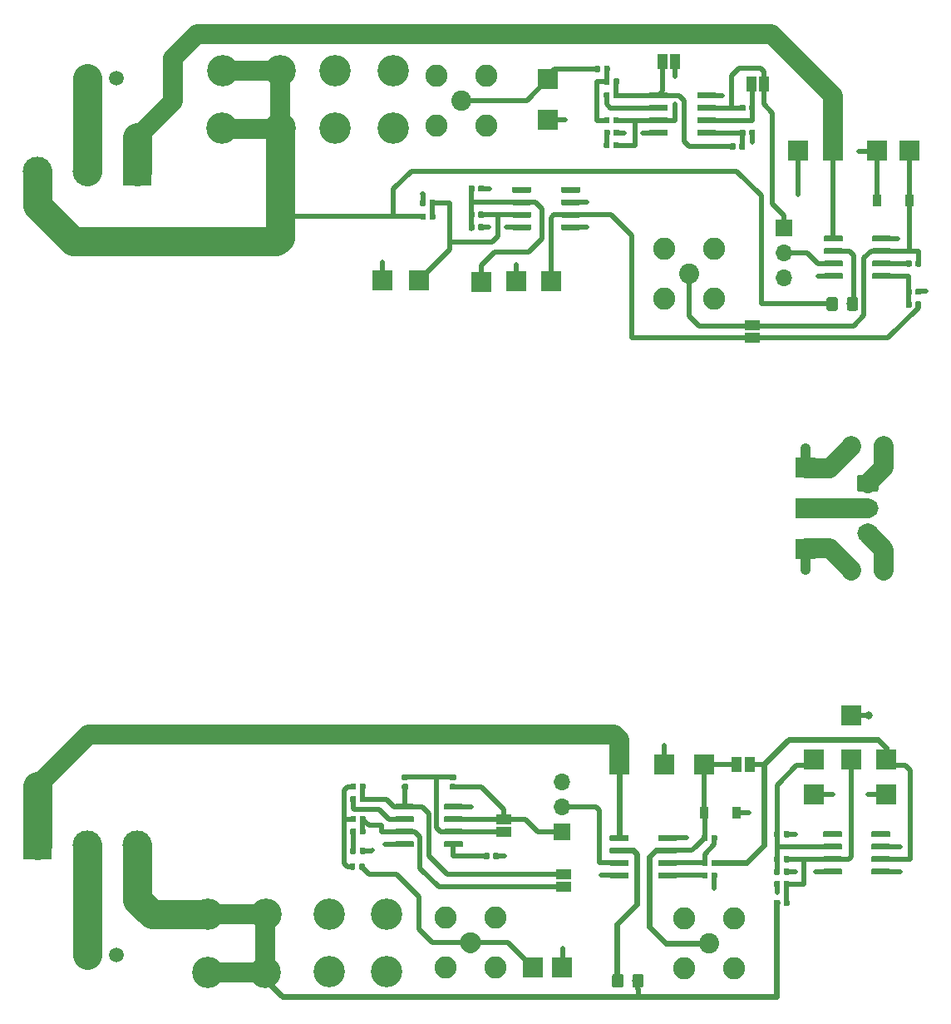
<source format=gbr>
G04 #@! TF.GenerationSoftware,KiCad,Pcbnew,(5.1.2-1)-1*
G04 #@! TF.CreationDate,2019-07-19T20:23:14+01:00*
G04 #@! TF.ProjectId,CurrentSinkModule,43757272-656e-4745-9369-6e6b4d6f6475,RevC*
G04 #@! TF.SameCoordinates,Original*
G04 #@! TF.FileFunction,Copper,L1,Top*
G04 #@! TF.FilePolarity,Positive*
%FSLAX46Y46*%
G04 Gerber Fmt 4.6, Leading zero omitted, Abs format (unit mm)*
G04 Created by KiCad (PCBNEW (5.1.2-1)-1) date 2019-07-19 20:23:14*
%MOMM*%
%LPD*%
G04 APERTURE LIST*
%ADD10R,1.500000X1.000000*%
%ADD11R,1.000000X1.500000*%
%ADD12R,2.000000X2.000000*%
%ADD13C,3.200000*%
%ADD14C,0.100000*%
%ADD15C,0.600000*%
%ADD16C,3.000000*%
%ADD17R,3.000000X3.000000*%
%ADD18C,0.590000*%
%ADD19C,1.150000*%
%ADD20O,1.700000X1.700000*%
%ADD21R,1.700000X1.700000*%
%ADD22R,0.900000X1.200000*%
%ADD23C,2.050000*%
%ADD24C,2.250000*%
%ADD25C,1.500000*%
%ADD26C,1.740000*%
%ADD27O,2.200000X1.740000*%
%ADD28C,0.500000*%
%ADD29C,0.800000*%
%ADD30C,0.500000*%
%ADD31C,0.600000*%
%ADD32C,2.000000*%
%ADD33C,3.000000*%
%ADD34C,1.000000*%
G04 APERTURE END LIST*
D10*
X260667500Y-90185000D03*
X260667500Y-88885000D03*
D11*
X260365000Y-133604000D03*
X259065000Y-133604000D03*
D12*
X270764000Y-128651000D03*
D13*
X206654400Y-68859400D03*
X206679800Y-62992000D03*
X212521800Y-68859400D03*
X212547200Y-62992000D03*
X224053400Y-68859400D03*
X218186000Y-68834000D03*
X224053400Y-62992000D03*
X218186000Y-62966600D03*
X217551000Y-148844000D03*
X223418400Y-148869400D03*
X217551000Y-154711400D03*
X223418400Y-154736800D03*
X211099400Y-148882100D03*
X211074000Y-154749500D03*
X205232000Y-148882100D03*
X205206600Y-154749500D03*
D14*
G36*
X252869703Y-140797722D02*
G01*
X252884264Y-140799882D01*
X252898543Y-140803459D01*
X252912403Y-140808418D01*
X252925710Y-140814712D01*
X252938336Y-140822280D01*
X252950159Y-140831048D01*
X252961066Y-140840934D01*
X252970952Y-140851841D01*
X252979720Y-140863664D01*
X252987288Y-140876290D01*
X252993582Y-140889597D01*
X252998541Y-140903457D01*
X253002118Y-140917736D01*
X253004278Y-140932297D01*
X253005000Y-140947000D01*
X253005000Y-141247000D01*
X253004278Y-141261703D01*
X253002118Y-141276264D01*
X252998541Y-141290543D01*
X252993582Y-141304403D01*
X252987288Y-141317710D01*
X252979720Y-141330336D01*
X252970952Y-141342159D01*
X252961066Y-141353066D01*
X252950159Y-141362952D01*
X252938336Y-141371720D01*
X252925710Y-141379288D01*
X252912403Y-141385582D01*
X252898543Y-141390541D01*
X252884264Y-141394118D01*
X252869703Y-141396278D01*
X252855000Y-141397000D01*
X251205000Y-141397000D01*
X251190297Y-141396278D01*
X251175736Y-141394118D01*
X251161457Y-141390541D01*
X251147597Y-141385582D01*
X251134290Y-141379288D01*
X251121664Y-141371720D01*
X251109841Y-141362952D01*
X251098934Y-141353066D01*
X251089048Y-141342159D01*
X251080280Y-141330336D01*
X251072712Y-141317710D01*
X251066418Y-141304403D01*
X251061459Y-141290543D01*
X251057882Y-141276264D01*
X251055722Y-141261703D01*
X251055000Y-141247000D01*
X251055000Y-140947000D01*
X251055722Y-140932297D01*
X251057882Y-140917736D01*
X251061459Y-140903457D01*
X251066418Y-140889597D01*
X251072712Y-140876290D01*
X251080280Y-140863664D01*
X251089048Y-140851841D01*
X251098934Y-140840934D01*
X251109841Y-140831048D01*
X251121664Y-140822280D01*
X251134290Y-140814712D01*
X251147597Y-140808418D01*
X251161457Y-140803459D01*
X251175736Y-140799882D01*
X251190297Y-140797722D01*
X251205000Y-140797000D01*
X252855000Y-140797000D01*
X252869703Y-140797722D01*
X252869703Y-140797722D01*
G37*
D15*
X252030000Y-141097000D03*
D14*
G36*
X252869703Y-142067722D02*
G01*
X252884264Y-142069882D01*
X252898543Y-142073459D01*
X252912403Y-142078418D01*
X252925710Y-142084712D01*
X252938336Y-142092280D01*
X252950159Y-142101048D01*
X252961066Y-142110934D01*
X252970952Y-142121841D01*
X252979720Y-142133664D01*
X252987288Y-142146290D01*
X252993582Y-142159597D01*
X252998541Y-142173457D01*
X253002118Y-142187736D01*
X253004278Y-142202297D01*
X253005000Y-142217000D01*
X253005000Y-142517000D01*
X253004278Y-142531703D01*
X253002118Y-142546264D01*
X252998541Y-142560543D01*
X252993582Y-142574403D01*
X252987288Y-142587710D01*
X252979720Y-142600336D01*
X252970952Y-142612159D01*
X252961066Y-142623066D01*
X252950159Y-142632952D01*
X252938336Y-142641720D01*
X252925710Y-142649288D01*
X252912403Y-142655582D01*
X252898543Y-142660541D01*
X252884264Y-142664118D01*
X252869703Y-142666278D01*
X252855000Y-142667000D01*
X251205000Y-142667000D01*
X251190297Y-142666278D01*
X251175736Y-142664118D01*
X251161457Y-142660541D01*
X251147597Y-142655582D01*
X251134290Y-142649288D01*
X251121664Y-142641720D01*
X251109841Y-142632952D01*
X251098934Y-142623066D01*
X251089048Y-142612159D01*
X251080280Y-142600336D01*
X251072712Y-142587710D01*
X251066418Y-142574403D01*
X251061459Y-142560543D01*
X251057882Y-142546264D01*
X251055722Y-142531703D01*
X251055000Y-142517000D01*
X251055000Y-142217000D01*
X251055722Y-142202297D01*
X251057882Y-142187736D01*
X251061459Y-142173457D01*
X251066418Y-142159597D01*
X251072712Y-142146290D01*
X251080280Y-142133664D01*
X251089048Y-142121841D01*
X251098934Y-142110934D01*
X251109841Y-142101048D01*
X251121664Y-142092280D01*
X251134290Y-142084712D01*
X251147597Y-142078418D01*
X251161457Y-142073459D01*
X251175736Y-142069882D01*
X251190297Y-142067722D01*
X251205000Y-142067000D01*
X252855000Y-142067000D01*
X252869703Y-142067722D01*
X252869703Y-142067722D01*
G37*
D15*
X252030000Y-142367000D03*
D14*
G36*
X252869703Y-143337722D02*
G01*
X252884264Y-143339882D01*
X252898543Y-143343459D01*
X252912403Y-143348418D01*
X252925710Y-143354712D01*
X252938336Y-143362280D01*
X252950159Y-143371048D01*
X252961066Y-143380934D01*
X252970952Y-143391841D01*
X252979720Y-143403664D01*
X252987288Y-143416290D01*
X252993582Y-143429597D01*
X252998541Y-143443457D01*
X253002118Y-143457736D01*
X253004278Y-143472297D01*
X253005000Y-143487000D01*
X253005000Y-143787000D01*
X253004278Y-143801703D01*
X253002118Y-143816264D01*
X252998541Y-143830543D01*
X252993582Y-143844403D01*
X252987288Y-143857710D01*
X252979720Y-143870336D01*
X252970952Y-143882159D01*
X252961066Y-143893066D01*
X252950159Y-143902952D01*
X252938336Y-143911720D01*
X252925710Y-143919288D01*
X252912403Y-143925582D01*
X252898543Y-143930541D01*
X252884264Y-143934118D01*
X252869703Y-143936278D01*
X252855000Y-143937000D01*
X251205000Y-143937000D01*
X251190297Y-143936278D01*
X251175736Y-143934118D01*
X251161457Y-143930541D01*
X251147597Y-143925582D01*
X251134290Y-143919288D01*
X251121664Y-143911720D01*
X251109841Y-143902952D01*
X251098934Y-143893066D01*
X251089048Y-143882159D01*
X251080280Y-143870336D01*
X251072712Y-143857710D01*
X251066418Y-143844403D01*
X251061459Y-143830543D01*
X251057882Y-143816264D01*
X251055722Y-143801703D01*
X251055000Y-143787000D01*
X251055000Y-143487000D01*
X251055722Y-143472297D01*
X251057882Y-143457736D01*
X251061459Y-143443457D01*
X251066418Y-143429597D01*
X251072712Y-143416290D01*
X251080280Y-143403664D01*
X251089048Y-143391841D01*
X251098934Y-143380934D01*
X251109841Y-143371048D01*
X251121664Y-143362280D01*
X251134290Y-143354712D01*
X251147597Y-143348418D01*
X251161457Y-143343459D01*
X251175736Y-143339882D01*
X251190297Y-143337722D01*
X251205000Y-143337000D01*
X252855000Y-143337000D01*
X252869703Y-143337722D01*
X252869703Y-143337722D01*
G37*
D15*
X252030000Y-143637000D03*
D14*
G36*
X252869703Y-144607722D02*
G01*
X252884264Y-144609882D01*
X252898543Y-144613459D01*
X252912403Y-144618418D01*
X252925710Y-144624712D01*
X252938336Y-144632280D01*
X252950159Y-144641048D01*
X252961066Y-144650934D01*
X252970952Y-144661841D01*
X252979720Y-144673664D01*
X252987288Y-144686290D01*
X252993582Y-144699597D01*
X252998541Y-144713457D01*
X253002118Y-144727736D01*
X253004278Y-144742297D01*
X253005000Y-144757000D01*
X253005000Y-145057000D01*
X253004278Y-145071703D01*
X253002118Y-145086264D01*
X252998541Y-145100543D01*
X252993582Y-145114403D01*
X252987288Y-145127710D01*
X252979720Y-145140336D01*
X252970952Y-145152159D01*
X252961066Y-145163066D01*
X252950159Y-145172952D01*
X252938336Y-145181720D01*
X252925710Y-145189288D01*
X252912403Y-145195582D01*
X252898543Y-145200541D01*
X252884264Y-145204118D01*
X252869703Y-145206278D01*
X252855000Y-145207000D01*
X251205000Y-145207000D01*
X251190297Y-145206278D01*
X251175736Y-145204118D01*
X251161457Y-145200541D01*
X251147597Y-145195582D01*
X251134290Y-145189288D01*
X251121664Y-145181720D01*
X251109841Y-145172952D01*
X251098934Y-145163066D01*
X251089048Y-145152159D01*
X251080280Y-145140336D01*
X251072712Y-145127710D01*
X251066418Y-145114403D01*
X251061459Y-145100543D01*
X251057882Y-145086264D01*
X251055722Y-145071703D01*
X251055000Y-145057000D01*
X251055000Y-144757000D01*
X251055722Y-144742297D01*
X251057882Y-144727736D01*
X251061459Y-144713457D01*
X251066418Y-144699597D01*
X251072712Y-144686290D01*
X251080280Y-144673664D01*
X251089048Y-144661841D01*
X251098934Y-144650934D01*
X251109841Y-144641048D01*
X251121664Y-144632280D01*
X251134290Y-144624712D01*
X251147597Y-144618418D01*
X251161457Y-144613459D01*
X251175736Y-144609882D01*
X251190297Y-144607722D01*
X251205000Y-144607000D01*
X252855000Y-144607000D01*
X252869703Y-144607722D01*
X252869703Y-144607722D01*
G37*
D15*
X252030000Y-144907000D03*
D14*
G36*
X247919703Y-144607722D02*
G01*
X247934264Y-144609882D01*
X247948543Y-144613459D01*
X247962403Y-144618418D01*
X247975710Y-144624712D01*
X247988336Y-144632280D01*
X248000159Y-144641048D01*
X248011066Y-144650934D01*
X248020952Y-144661841D01*
X248029720Y-144673664D01*
X248037288Y-144686290D01*
X248043582Y-144699597D01*
X248048541Y-144713457D01*
X248052118Y-144727736D01*
X248054278Y-144742297D01*
X248055000Y-144757000D01*
X248055000Y-145057000D01*
X248054278Y-145071703D01*
X248052118Y-145086264D01*
X248048541Y-145100543D01*
X248043582Y-145114403D01*
X248037288Y-145127710D01*
X248029720Y-145140336D01*
X248020952Y-145152159D01*
X248011066Y-145163066D01*
X248000159Y-145172952D01*
X247988336Y-145181720D01*
X247975710Y-145189288D01*
X247962403Y-145195582D01*
X247948543Y-145200541D01*
X247934264Y-145204118D01*
X247919703Y-145206278D01*
X247905000Y-145207000D01*
X246255000Y-145207000D01*
X246240297Y-145206278D01*
X246225736Y-145204118D01*
X246211457Y-145200541D01*
X246197597Y-145195582D01*
X246184290Y-145189288D01*
X246171664Y-145181720D01*
X246159841Y-145172952D01*
X246148934Y-145163066D01*
X246139048Y-145152159D01*
X246130280Y-145140336D01*
X246122712Y-145127710D01*
X246116418Y-145114403D01*
X246111459Y-145100543D01*
X246107882Y-145086264D01*
X246105722Y-145071703D01*
X246105000Y-145057000D01*
X246105000Y-144757000D01*
X246105722Y-144742297D01*
X246107882Y-144727736D01*
X246111459Y-144713457D01*
X246116418Y-144699597D01*
X246122712Y-144686290D01*
X246130280Y-144673664D01*
X246139048Y-144661841D01*
X246148934Y-144650934D01*
X246159841Y-144641048D01*
X246171664Y-144632280D01*
X246184290Y-144624712D01*
X246197597Y-144618418D01*
X246211457Y-144613459D01*
X246225736Y-144609882D01*
X246240297Y-144607722D01*
X246255000Y-144607000D01*
X247905000Y-144607000D01*
X247919703Y-144607722D01*
X247919703Y-144607722D01*
G37*
D15*
X247080000Y-144907000D03*
D14*
G36*
X247919703Y-143337722D02*
G01*
X247934264Y-143339882D01*
X247948543Y-143343459D01*
X247962403Y-143348418D01*
X247975710Y-143354712D01*
X247988336Y-143362280D01*
X248000159Y-143371048D01*
X248011066Y-143380934D01*
X248020952Y-143391841D01*
X248029720Y-143403664D01*
X248037288Y-143416290D01*
X248043582Y-143429597D01*
X248048541Y-143443457D01*
X248052118Y-143457736D01*
X248054278Y-143472297D01*
X248055000Y-143487000D01*
X248055000Y-143787000D01*
X248054278Y-143801703D01*
X248052118Y-143816264D01*
X248048541Y-143830543D01*
X248043582Y-143844403D01*
X248037288Y-143857710D01*
X248029720Y-143870336D01*
X248020952Y-143882159D01*
X248011066Y-143893066D01*
X248000159Y-143902952D01*
X247988336Y-143911720D01*
X247975710Y-143919288D01*
X247962403Y-143925582D01*
X247948543Y-143930541D01*
X247934264Y-143934118D01*
X247919703Y-143936278D01*
X247905000Y-143937000D01*
X246255000Y-143937000D01*
X246240297Y-143936278D01*
X246225736Y-143934118D01*
X246211457Y-143930541D01*
X246197597Y-143925582D01*
X246184290Y-143919288D01*
X246171664Y-143911720D01*
X246159841Y-143902952D01*
X246148934Y-143893066D01*
X246139048Y-143882159D01*
X246130280Y-143870336D01*
X246122712Y-143857710D01*
X246116418Y-143844403D01*
X246111459Y-143830543D01*
X246107882Y-143816264D01*
X246105722Y-143801703D01*
X246105000Y-143787000D01*
X246105000Y-143487000D01*
X246105722Y-143472297D01*
X246107882Y-143457736D01*
X246111459Y-143443457D01*
X246116418Y-143429597D01*
X246122712Y-143416290D01*
X246130280Y-143403664D01*
X246139048Y-143391841D01*
X246148934Y-143380934D01*
X246159841Y-143371048D01*
X246171664Y-143362280D01*
X246184290Y-143354712D01*
X246197597Y-143348418D01*
X246211457Y-143343459D01*
X246225736Y-143339882D01*
X246240297Y-143337722D01*
X246255000Y-143337000D01*
X247905000Y-143337000D01*
X247919703Y-143337722D01*
X247919703Y-143337722D01*
G37*
D15*
X247080000Y-143637000D03*
D14*
G36*
X247919703Y-142067722D02*
G01*
X247934264Y-142069882D01*
X247948543Y-142073459D01*
X247962403Y-142078418D01*
X247975710Y-142084712D01*
X247988336Y-142092280D01*
X248000159Y-142101048D01*
X248011066Y-142110934D01*
X248020952Y-142121841D01*
X248029720Y-142133664D01*
X248037288Y-142146290D01*
X248043582Y-142159597D01*
X248048541Y-142173457D01*
X248052118Y-142187736D01*
X248054278Y-142202297D01*
X248055000Y-142217000D01*
X248055000Y-142517000D01*
X248054278Y-142531703D01*
X248052118Y-142546264D01*
X248048541Y-142560543D01*
X248043582Y-142574403D01*
X248037288Y-142587710D01*
X248029720Y-142600336D01*
X248020952Y-142612159D01*
X248011066Y-142623066D01*
X248000159Y-142632952D01*
X247988336Y-142641720D01*
X247975710Y-142649288D01*
X247962403Y-142655582D01*
X247948543Y-142660541D01*
X247934264Y-142664118D01*
X247919703Y-142666278D01*
X247905000Y-142667000D01*
X246255000Y-142667000D01*
X246240297Y-142666278D01*
X246225736Y-142664118D01*
X246211457Y-142660541D01*
X246197597Y-142655582D01*
X246184290Y-142649288D01*
X246171664Y-142641720D01*
X246159841Y-142632952D01*
X246148934Y-142623066D01*
X246139048Y-142612159D01*
X246130280Y-142600336D01*
X246122712Y-142587710D01*
X246116418Y-142574403D01*
X246111459Y-142560543D01*
X246107882Y-142546264D01*
X246105722Y-142531703D01*
X246105000Y-142517000D01*
X246105000Y-142217000D01*
X246105722Y-142202297D01*
X246107882Y-142187736D01*
X246111459Y-142173457D01*
X246116418Y-142159597D01*
X246122712Y-142146290D01*
X246130280Y-142133664D01*
X246139048Y-142121841D01*
X246148934Y-142110934D01*
X246159841Y-142101048D01*
X246171664Y-142092280D01*
X246184290Y-142084712D01*
X246197597Y-142078418D01*
X246211457Y-142073459D01*
X246225736Y-142069882D01*
X246240297Y-142067722D01*
X246255000Y-142067000D01*
X247905000Y-142067000D01*
X247919703Y-142067722D01*
X247919703Y-142067722D01*
G37*
D15*
X247080000Y-142367000D03*
D14*
G36*
X247919703Y-140797722D02*
G01*
X247934264Y-140799882D01*
X247948543Y-140803459D01*
X247962403Y-140808418D01*
X247975710Y-140814712D01*
X247988336Y-140822280D01*
X248000159Y-140831048D01*
X248011066Y-140840934D01*
X248020952Y-140851841D01*
X248029720Y-140863664D01*
X248037288Y-140876290D01*
X248043582Y-140889597D01*
X248048541Y-140903457D01*
X248052118Y-140917736D01*
X248054278Y-140932297D01*
X248055000Y-140947000D01*
X248055000Y-141247000D01*
X248054278Y-141261703D01*
X248052118Y-141276264D01*
X248048541Y-141290543D01*
X248043582Y-141304403D01*
X248037288Y-141317710D01*
X248029720Y-141330336D01*
X248020952Y-141342159D01*
X248011066Y-141353066D01*
X248000159Y-141362952D01*
X247988336Y-141371720D01*
X247975710Y-141379288D01*
X247962403Y-141385582D01*
X247948543Y-141390541D01*
X247934264Y-141394118D01*
X247919703Y-141396278D01*
X247905000Y-141397000D01*
X246255000Y-141397000D01*
X246240297Y-141396278D01*
X246225736Y-141394118D01*
X246211457Y-141390541D01*
X246197597Y-141385582D01*
X246184290Y-141379288D01*
X246171664Y-141371720D01*
X246159841Y-141362952D01*
X246148934Y-141353066D01*
X246139048Y-141342159D01*
X246130280Y-141330336D01*
X246122712Y-141317710D01*
X246116418Y-141304403D01*
X246111459Y-141290543D01*
X246107882Y-141276264D01*
X246105722Y-141261703D01*
X246105000Y-141247000D01*
X246105000Y-140947000D01*
X246105722Y-140932297D01*
X246107882Y-140917736D01*
X246111459Y-140903457D01*
X246116418Y-140889597D01*
X246122712Y-140876290D01*
X246130280Y-140863664D01*
X246139048Y-140851841D01*
X246148934Y-140840934D01*
X246159841Y-140831048D01*
X246171664Y-140822280D01*
X246184290Y-140814712D01*
X246197597Y-140808418D01*
X246211457Y-140803459D01*
X246225736Y-140799882D01*
X246240297Y-140797722D01*
X246255000Y-140797000D01*
X247905000Y-140797000D01*
X247919703Y-140797722D01*
X247919703Y-140797722D01*
G37*
D15*
X247080000Y-141097000D03*
D14*
G36*
X274675603Y-79786922D02*
G01*
X274690164Y-79789082D01*
X274704443Y-79792659D01*
X274718303Y-79797618D01*
X274731610Y-79803912D01*
X274744236Y-79811480D01*
X274756059Y-79820248D01*
X274766966Y-79830134D01*
X274776852Y-79841041D01*
X274785620Y-79852864D01*
X274793188Y-79865490D01*
X274799482Y-79878797D01*
X274804441Y-79892657D01*
X274808018Y-79906936D01*
X274810178Y-79921497D01*
X274810900Y-79936200D01*
X274810900Y-80236200D01*
X274810178Y-80250903D01*
X274808018Y-80265464D01*
X274804441Y-80279743D01*
X274799482Y-80293603D01*
X274793188Y-80306910D01*
X274785620Y-80319536D01*
X274776852Y-80331359D01*
X274766966Y-80342266D01*
X274756059Y-80352152D01*
X274744236Y-80360920D01*
X274731610Y-80368488D01*
X274718303Y-80374782D01*
X274704443Y-80379741D01*
X274690164Y-80383318D01*
X274675603Y-80385478D01*
X274660900Y-80386200D01*
X273010900Y-80386200D01*
X272996197Y-80385478D01*
X272981636Y-80383318D01*
X272967357Y-80379741D01*
X272953497Y-80374782D01*
X272940190Y-80368488D01*
X272927564Y-80360920D01*
X272915741Y-80352152D01*
X272904834Y-80342266D01*
X272894948Y-80331359D01*
X272886180Y-80319536D01*
X272878612Y-80306910D01*
X272872318Y-80293603D01*
X272867359Y-80279743D01*
X272863782Y-80265464D01*
X272861622Y-80250903D01*
X272860900Y-80236200D01*
X272860900Y-79936200D01*
X272861622Y-79921497D01*
X272863782Y-79906936D01*
X272867359Y-79892657D01*
X272872318Y-79878797D01*
X272878612Y-79865490D01*
X272886180Y-79852864D01*
X272894948Y-79841041D01*
X272904834Y-79830134D01*
X272915741Y-79820248D01*
X272927564Y-79811480D01*
X272940190Y-79803912D01*
X272953497Y-79797618D01*
X272967357Y-79792659D01*
X272981636Y-79789082D01*
X272996197Y-79786922D01*
X273010900Y-79786200D01*
X274660900Y-79786200D01*
X274675603Y-79786922D01*
X274675603Y-79786922D01*
G37*
D15*
X273835900Y-80086200D03*
D14*
G36*
X274675603Y-81056922D02*
G01*
X274690164Y-81059082D01*
X274704443Y-81062659D01*
X274718303Y-81067618D01*
X274731610Y-81073912D01*
X274744236Y-81081480D01*
X274756059Y-81090248D01*
X274766966Y-81100134D01*
X274776852Y-81111041D01*
X274785620Y-81122864D01*
X274793188Y-81135490D01*
X274799482Y-81148797D01*
X274804441Y-81162657D01*
X274808018Y-81176936D01*
X274810178Y-81191497D01*
X274810900Y-81206200D01*
X274810900Y-81506200D01*
X274810178Y-81520903D01*
X274808018Y-81535464D01*
X274804441Y-81549743D01*
X274799482Y-81563603D01*
X274793188Y-81576910D01*
X274785620Y-81589536D01*
X274776852Y-81601359D01*
X274766966Y-81612266D01*
X274756059Y-81622152D01*
X274744236Y-81630920D01*
X274731610Y-81638488D01*
X274718303Y-81644782D01*
X274704443Y-81649741D01*
X274690164Y-81653318D01*
X274675603Y-81655478D01*
X274660900Y-81656200D01*
X273010900Y-81656200D01*
X272996197Y-81655478D01*
X272981636Y-81653318D01*
X272967357Y-81649741D01*
X272953497Y-81644782D01*
X272940190Y-81638488D01*
X272927564Y-81630920D01*
X272915741Y-81622152D01*
X272904834Y-81612266D01*
X272894948Y-81601359D01*
X272886180Y-81589536D01*
X272878612Y-81576910D01*
X272872318Y-81563603D01*
X272867359Y-81549743D01*
X272863782Y-81535464D01*
X272861622Y-81520903D01*
X272860900Y-81506200D01*
X272860900Y-81206200D01*
X272861622Y-81191497D01*
X272863782Y-81176936D01*
X272867359Y-81162657D01*
X272872318Y-81148797D01*
X272878612Y-81135490D01*
X272886180Y-81122864D01*
X272894948Y-81111041D01*
X272904834Y-81100134D01*
X272915741Y-81090248D01*
X272927564Y-81081480D01*
X272940190Y-81073912D01*
X272953497Y-81067618D01*
X272967357Y-81062659D01*
X272981636Y-81059082D01*
X272996197Y-81056922D01*
X273010900Y-81056200D01*
X274660900Y-81056200D01*
X274675603Y-81056922D01*
X274675603Y-81056922D01*
G37*
D15*
X273835900Y-81356200D03*
D14*
G36*
X274675603Y-82326922D02*
G01*
X274690164Y-82329082D01*
X274704443Y-82332659D01*
X274718303Y-82337618D01*
X274731610Y-82343912D01*
X274744236Y-82351480D01*
X274756059Y-82360248D01*
X274766966Y-82370134D01*
X274776852Y-82381041D01*
X274785620Y-82392864D01*
X274793188Y-82405490D01*
X274799482Y-82418797D01*
X274804441Y-82432657D01*
X274808018Y-82446936D01*
X274810178Y-82461497D01*
X274810900Y-82476200D01*
X274810900Y-82776200D01*
X274810178Y-82790903D01*
X274808018Y-82805464D01*
X274804441Y-82819743D01*
X274799482Y-82833603D01*
X274793188Y-82846910D01*
X274785620Y-82859536D01*
X274776852Y-82871359D01*
X274766966Y-82882266D01*
X274756059Y-82892152D01*
X274744236Y-82900920D01*
X274731610Y-82908488D01*
X274718303Y-82914782D01*
X274704443Y-82919741D01*
X274690164Y-82923318D01*
X274675603Y-82925478D01*
X274660900Y-82926200D01*
X273010900Y-82926200D01*
X272996197Y-82925478D01*
X272981636Y-82923318D01*
X272967357Y-82919741D01*
X272953497Y-82914782D01*
X272940190Y-82908488D01*
X272927564Y-82900920D01*
X272915741Y-82892152D01*
X272904834Y-82882266D01*
X272894948Y-82871359D01*
X272886180Y-82859536D01*
X272878612Y-82846910D01*
X272872318Y-82833603D01*
X272867359Y-82819743D01*
X272863782Y-82805464D01*
X272861622Y-82790903D01*
X272860900Y-82776200D01*
X272860900Y-82476200D01*
X272861622Y-82461497D01*
X272863782Y-82446936D01*
X272867359Y-82432657D01*
X272872318Y-82418797D01*
X272878612Y-82405490D01*
X272886180Y-82392864D01*
X272894948Y-82381041D01*
X272904834Y-82370134D01*
X272915741Y-82360248D01*
X272927564Y-82351480D01*
X272940190Y-82343912D01*
X272953497Y-82337618D01*
X272967357Y-82332659D01*
X272981636Y-82329082D01*
X272996197Y-82326922D01*
X273010900Y-82326200D01*
X274660900Y-82326200D01*
X274675603Y-82326922D01*
X274675603Y-82326922D01*
G37*
D15*
X273835900Y-82626200D03*
D14*
G36*
X274675603Y-83596922D02*
G01*
X274690164Y-83599082D01*
X274704443Y-83602659D01*
X274718303Y-83607618D01*
X274731610Y-83613912D01*
X274744236Y-83621480D01*
X274756059Y-83630248D01*
X274766966Y-83640134D01*
X274776852Y-83651041D01*
X274785620Y-83662864D01*
X274793188Y-83675490D01*
X274799482Y-83688797D01*
X274804441Y-83702657D01*
X274808018Y-83716936D01*
X274810178Y-83731497D01*
X274810900Y-83746200D01*
X274810900Y-84046200D01*
X274810178Y-84060903D01*
X274808018Y-84075464D01*
X274804441Y-84089743D01*
X274799482Y-84103603D01*
X274793188Y-84116910D01*
X274785620Y-84129536D01*
X274776852Y-84141359D01*
X274766966Y-84152266D01*
X274756059Y-84162152D01*
X274744236Y-84170920D01*
X274731610Y-84178488D01*
X274718303Y-84184782D01*
X274704443Y-84189741D01*
X274690164Y-84193318D01*
X274675603Y-84195478D01*
X274660900Y-84196200D01*
X273010900Y-84196200D01*
X272996197Y-84195478D01*
X272981636Y-84193318D01*
X272967357Y-84189741D01*
X272953497Y-84184782D01*
X272940190Y-84178488D01*
X272927564Y-84170920D01*
X272915741Y-84162152D01*
X272904834Y-84152266D01*
X272894948Y-84141359D01*
X272886180Y-84129536D01*
X272878612Y-84116910D01*
X272872318Y-84103603D01*
X272867359Y-84089743D01*
X272863782Y-84075464D01*
X272861622Y-84060903D01*
X272860900Y-84046200D01*
X272860900Y-83746200D01*
X272861622Y-83731497D01*
X272863782Y-83716936D01*
X272867359Y-83702657D01*
X272872318Y-83688797D01*
X272878612Y-83675490D01*
X272886180Y-83662864D01*
X272894948Y-83651041D01*
X272904834Y-83640134D01*
X272915741Y-83630248D01*
X272927564Y-83621480D01*
X272940190Y-83613912D01*
X272953497Y-83607618D01*
X272967357Y-83602659D01*
X272981636Y-83599082D01*
X272996197Y-83596922D01*
X273010900Y-83596200D01*
X274660900Y-83596200D01*
X274675603Y-83596922D01*
X274675603Y-83596922D01*
G37*
D15*
X273835900Y-83896200D03*
D14*
G36*
X269725603Y-83596922D02*
G01*
X269740164Y-83599082D01*
X269754443Y-83602659D01*
X269768303Y-83607618D01*
X269781610Y-83613912D01*
X269794236Y-83621480D01*
X269806059Y-83630248D01*
X269816966Y-83640134D01*
X269826852Y-83651041D01*
X269835620Y-83662864D01*
X269843188Y-83675490D01*
X269849482Y-83688797D01*
X269854441Y-83702657D01*
X269858018Y-83716936D01*
X269860178Y-83731497D01*
X269860900Y-83746200D01*
X269860900Y-84046200D01*
X269860178Y-84060903D01*
X269858018Y-84075464D01*
X269854441Y-84089743D01*
X269849482Y-84103603D01*
X269843188Y-84116910D01*
X269835620Y-84129536D01*
X269826852Y-84141359D01*
X269816966Y-84152266D01*
X269806059Y-84162152D01*
X269794236Y-84170920D01*
X269781610Y-84178488D01*
X269768303Y-84184782D01*
X269754443Y-84189741D01*
X269740164Y-84193318D01*
X269725603Y-84195478D01*
X269710900Y-84196200D01*
X268060900Y-84196200D01*
X268046197Y-84195478D01*
X268031636Y-84193318D01*
X268017357Y-84189741D01*
X268003497Y-84184782D01*
X267990190Y-84178488D01*
X267977564Y-84170920D01*
X267965741Y-84162152D01*
X267954834Y-84152266D01*
X267944948Y-84141359D01*
X267936180Y-84129536D01*
X267928612Y-84116910D01*
X267922318Y-84103603D01*
X267917359Y-84089743D01*
X267913782Y-84075464D01*
X267911622Y-84060903D01*
X267910900Y-84046200D01*
X267910900Y-83746200D01*
X267911622Y-83731497D01*
X267913782Y-83716936D01*
X267917359Y-83702657D01*
X267922318Y-83688797D01*
X267928612Y-83675490D01*
X267936180Y-83662864D01*
X267944948Y-83651041D01*
X267954834Y-83640134D01*
X267965741Y-83630248D01*
X267977564Y-83621480D01*
X267990190Y-83613912D01*
X268003497Y-83607618D01*
X268017357Y-83602659D01*
X268031636Y-83599082D01*
X268046197Y-83596922D01*
X268060900Y-83596200D01*
X269710900Y-83596200D01*
X269725603Y-83596922D01*
X269725603Y-83596922D01*
G37*
D15*
X268885900Y-83896200D03*
D14*
G36*
X269725603Y-82326922D02*
G01*
X269740164Y-82329082D01*
X269754443Y-82332659D01*
X269768303Y-82337618D01*
X269781610Y-82343912D01*
X269794236Y-82351480D01*
X269806059Y-82360248D01*
X269816966Y-82370134D01*
X269826852Y-82381041D01*
X269835620Y-82392864D01*
X269843188Y-82405490D01*
X269849482Y-82418797D01*
X269854441Y-82432657D01*
X269858018Y-82446936D01*
X269860178Y-82461497D01*
X269860900Y-82476200D01*
X269860900Y-82776200D01*
X269860178Y-82790903D01*
X269858018Y-82805464D01*
X269854441Y-82819743D01*
X269849482Y-82833603D01*
X269843188Y-82846910D01*
X269835620Y-82859536D01*
X269826852Y-82871359D01*
X269816966Y-82882266D01*
X269806059Y-82892152D01*
X269794236Y-82900920D01*
X269781610Y-82908488D01*
X269768303Y-82914782D01*
X269754443Y-82919741D01*
X269740164Y-82923318D01*
X269725603Y-82925478D01*
X269710900Y-82926200D01*
X268060900Y-82926200D01*
X268046197Y-82925478D01*
X268031636Y-82923318D01*
X268017357Y-82919741D01*
X268003497Y-82914782D01*
X267990190Y-82908488D01*
X267977564Y-82900920D01*
X267965741Y-82892152D01*
X267954834Y-82882266D01*
X267944948Y-82871359D01*
X267936180Y-82859536D01*
X267928612Y-82846910D01*
X267922318Y-82833603D01*
X267917359Y-82819743D01*
X267913782Y-82805464D01*
X267911622Y-82790903D01*
X267910900Y-82776200D01*
X267910900Y-82476200D01*
X267911622Y-82461497D01*
X267913782Y-82446936D01*
X267917359Y-82432657D01*
X267922318Y-82418797D01*
X267928612Y-82405490D01*
X267936180Y-82392864D01*
X267944948Y-82381041D01*
X267954834Y-82370134D01*
X267965741Y-82360248D01*
X267977564Y-82351480D01*
X267990190Y-82343912D01*
X268003497Y-82337618D01*
X268017357Y-82332659D01*
X268031636Y-82329082D01*
X268046197Y-82326922D01*
X268060900Y-82326200D01*
X269710900Y-82326200D01*
X269725603Y-82326922D01*
X269725603Y-82326922D01*
G37*
D15*
X268885900Y-82626200D03*
D14*
G36*
X269725603Y-81056922D02*
G01*
X269740164Y-81059082D01*
X269754443Y-81062659D01*
X269768303Y-81067618D01*
X269781610Y-81073912D01*
X269794236Y-81081480D01*
X269806059Y-81090248D01*
X269816966Y-81100134D01*
X269826852Y-81111041D01*
X269835620Y-81122864D01*
X269843188Y-81135490D01*
X269849482Y-81148797D01*
X269854441Y-81162657D01*
X269858018Y-81176936D01*
X269860178Y-81191497D01*
X269860900Y-81206200D01*
X269860900Y-81506200D01*
X269860178Y-81520903D01*
X269858018Y-81535464D01*
X269854441Y-81549743D01*
X269849482Y-81563603D01*
X269843188Y-81576910D01*
X269835620Y-81589536D01*
X269826852Y-81601359D01*
X269816966Y-81612266D01*
X269806059Y-81622152D01*
X269794236Y-81630920D01*
X269781610Y-81638488D01*
X269768303Y-81644782D01*
X269754443Y-81649741D01*
X269740164Y-81653318D01*
X269725603Y-81655478D01*
X269710900Y-81656200D01*
X268060900Y-81656200D01*
X268046197Y-81655478D01*
X268031636Y-81653318D01*
X268017357Y-81649741D01*
X268003497Y-81644782D01*
X267990190Y-81638488D01*
X267977564Y-81630920D01*
X267965741Y-81622152D01*
X267954834Y-81612266D01*
X267944948Y-81601359D01*
X267936180Y-81589536D01*
X267928612Y-81576910D01*
X267922318Y-81563603D01*
X267917359Y-81549743D01*
X267913782Y-81535464D01*
X267911622Y-81520903D01*
X267910900Y-81506200D01*
X267910900Y-81206200D01*
X267911622Y-81191497D01*
X267913782Y-81176936D01*
X267917359Y-81162657D01*
X267922318Y-81148797D01*
X267928612Y-81135490D01*
X267936180Y-81122864D01*
X267944948Y-81111041D01*
X267954834Y-81100134D01*
X267965741Y-81090248D01*
X267977564Y-81081480D01*
X267990190Y-81073912D01*
X268003497Y-81067618D01*
X268017357Y-81062659D01*
X268031636Y-81059082D01*
X268046197Y-81056922D01*
X268060900Y-81056200D01*
X269710900Y-81056200D01*
X269725603Y-81056922D01*
X269725603Y-81056922D01*
G37*
D15*
X268885900Y-81356200D03*
D14*
G36*
X269725603Y-79786922D02*
G01*
X269740164Y-79789082D01*
X269754443Y-79792659D01*
X269768303Y-79797618D01*
X269781610Y-79803912D01*
X269794236Y-79811480D01*
X269806059Y-79820248D01*
X269816966Y-79830134D01*
X269826852Y-79841041D01*
X269835620Y-79852864D01*
X269843188Y-79865490D01*
X269849482Y-79878797D01*
X269854441Y-79892657D01*
X269858018Y-79906936D01*
X269860178Y-79921497D01*
X269860900Y-79936200D01*
X269860900Y-80236200D01*
X269860178Y-80250903D01*
X269858018Y-80265464D01*
X269854441Y-80279743D01*
X269849482Y-80293603D01*
X269843188Y-80306910D01*
X269835620Y-80319536D01*
X269826852Y-80331359D01*
X269816966Y-80342266D01*
X269806059Y-80352152D01*
X269794236Y-80360920D01*
X269781610Y-80368488D01*
X269768303Y-80374782D01*
X269754443Y-80379741D01*
X269740164Y-80383318D01*
X269725603Y-80385478D01*
X269710900Y-80386200D01*
X268060900Y-80386200D01*
X268046197Y-80385478D01*
X268031636Y-80383318D01*
X268017357Y-80379741D01*
X268003497Y-80374782D01*
X267990190Y-80368488D01*
X267977564Y-80360920D01*
X267965741Y-80352152D01*
X267954834Y-80342266D01*
X267944948Y-80331359D01*
X267936180Y-80319536D01*
X267928612Y-80306910D01*
X267922318Y-80293603D01*
X267917359Y-80279743D01*
X267913782Y-80265464D01*
X267911622Y-80250903D01*
X267910900Y-80236200D01*
X267910900Y-79936200D01*
X267911622Y-79921497D01*
X267913782Y-79906936D01*
X267917359Y-79892657D01*
X267922318Y-79878797D01*
X267928612Y-79865490D01*
X267936180Y-79852864D01*
X267944948Y-79841041D01*
X267954834Y-79830134D01*
X267965741Y-79820248D01*
X267977564Y-79811480D01*
X267990190Y-79803912D01*
X268003497Y-79797618D01*
X268017357Y-79792659D01*
X268031636Y-79789082D01*
X268046197Y-79786922D01*
X268060900Y-79786200D01*
X269710900Y-79786200D01*
X269725603Y-79786922D01*
X269725603Y-79786922D01*
G37*
D15*
X268885900Y-80086200D03*
D14*
G36*
X256857503Y-65207322D02*
G01*
X256872064Y-65209482D01*
X256886343Y-65213059D01*
X256900203Y-65218018D01*
X256913510Y-65224312D01*
X256926136Y-65231880D01*
X256937959Y-65240648D01*
X256948866Y-65250534D01*
X256958752Y-65261441D01*
X256967520Y-65273264D01*
X256975088Y-65285890D01*
X256981382Y-65299197D01*
X256986341Y-65313057D01*
X256989918Y-65327336D01*
X256992078Y-65341897D01*
X256992800Y-65356600D01*
X256992800Y-65656600D01*
X256992078Y-65671303D01*
X256989918Y-65685864D01*
X256986341Y-65700143D01*
X256981382Y-65714003D01*
X256975088Y-65727310D01*
X256967520Y-65739936D01*
X256958752Y-65751759D01*
X256948866Y-65762666D01*
X256937959Y-65772552D01*
X256926136Y-65781320D01*
X256913510Y-65788888D01*
X256900203Y-65795182D01*
X256886343Y-65800141D01*
X256872064Y-65803718D01*
X256857503Y-65805878D01*
X256842800Y-65806600D01*
X255192800Y-65806600D01*
X255178097Y-65805878D01*
X255163536Y-65803718D01*
X255149257Y-65800141D01*
X255135397Y-65795182D01*
X255122090Y-65788888D01*
X255109464Y-65781320D01*
X255097641Y-65772552D01*
X255086734Y-65762666D01*
X255076848Y-65751759D01*
X255068080Y-65739936D01*
X255060512Y-65727310D01*
X255054218Y-65714003D01*
X255049259Y-65700143D01*
X255045682Y-65685864D01*
X255043522Y-65671303D01*
X255042800Y-65656600D01*
X255042800Y-65356600D01*
X255043522Y-65341897D01*
X255045682Y-65327336D01*
X255049259Y-65313057D01*
X255054218Y-65299197D01*
X255060512Y-65285890D01*
X255068080Y-65273264D01*
X255076848Y-65261441D01*
X255086734Y-65250534D01*
X255097641Y-65240648D01*
X255109464Y-65231880D01*
X255122090Y-65224312D01*
X255135397Y-65218018D01*
X255149257Y-65213059D01*
X255163536Y-65209482D01*
X255178097Y-65207322D01*
X255192800Y-65206600D01*
X256842800Y-65206600D01*
X256857503Y-65207322D01*
X256857503Y-65207322D01*
G37*
D15*
X256017800Y-65506600D03*
D14*
G36*
X256857503Y-66477322D02*
G01*
X256872064Y-66479482D01*
X256886343Y-66483059D01*
X256900203Y-66488018D01*
X256913510Y-66494312D01*
X256926136Y-66501880D01*
X256937959Y-66510648D01*
X256948866Y-66520534D01*
X256958752Y-66531441D01*
X256967520Y-66543264D01*
X256975088Y-66555890D01*
X256981382Y-66569197D01*
X256986341Y-66583057D01*
X256989918Y-66597336D01*
X256992078Y-66611897D01*
X256992800Y-66626600D01*
X256992800Y-66926600D01*
X256992078Y-66941303D01*
X256989918Y-66955864D01*
X256986341Y-66970143D01*
X256981382Y-66984003D01*
X256975088Y-66997310D01*
X256967520Y-67009936D01*
X256958752Y-67021759D01*
X256948866Y-67032666D01*
X256937959Y-67042552D01*
X256926136Y-67051320D01*
X256913510Y-67058888D01*
X256900203Y-67065182D01*
X256886343Y-67070141D01*
X256872064Y-67073718D01*
X256857503Y-67075878D01*
X256842800Y-67076600D01*
X255192800Y-67076600D01*
X255178097Y-67075878D01*
X255163536Y-67073718D01*
X255149257Y-67070141D01*
X255135397Y-67065182D01*
X255122090Y-67058888D01*
X255109464Y-67051320D01*
X255097641Y-67042552D01*
X255086734Y-67032666D01*
X255076848Y-67021759D01*
X255068080Y-67009936D01*
X255060512Y-66997310D01*
X255054218Y-66984003D01*
X255049259Y-66970143D01*
X255045682Y-66955864D01*
X255043522Y-66941303D01*
X255042800Y-66926600D01*
X255042800Y-66626600D01*
X255043522Y-66611897D01*
X255045682Y-66597336D01*
X255049259Y-66583057D01*
X255054218Y-66569197D01*
X255060512Y-66555890D01*
X255068080Y-66543264D01*
X255076848Y-66531441D01*
X255086734Y-66520534D01*
X255097641Y-66510648D01*
X255109464Y-66501880D01*
X255122090Y-66494312D01*
X255135397Y-66488018D01*
X255149257Y-66483059D01*
X255163536Y-66479482D01*
X255178097Y-66477322D01*
X255192800Y-66476600D01*
X256842800Y-66476600D01*
X256857503Y-66477322D01*
X256857503Y-66477322D01*
G37*
D15*
X256017800Y-66776600D03*
D14*
G36*
X256857503Y-67747322D02*
G01*
X256872064Y-67749482D01*
X256886343Y-67753059D01*
X256900203Y-67758018D01*
X256913510Y-67764312D01*
X256926136Y-67771880D01*
X256937959Y-67780648D01*
X256948866Y-67790534D01*
X256958752Y-67801441D01*
X256967520Y-67813264D01*
X256975088Y-67825890D01*
X256981382Y-67839197D01*
X256986341Y-67853057D01*
X256989918Y-67867336D01*
X256992078Y-67881897D01*
X256992800Y-67896600D01*
X256992800Y-68196600D01*
X256992078Y-68211303D01*
X256989918Y-68225864D01*
X256986341Y-68240143D01*
X256981382Y-68254003D01*
X256975088Y-68267310D01*
X256967520Y-68279936D01*
X256958752Y-68291759D01*
X256948866Y-68302666D01*
X256937959Y-68312552D01*
X256926136Y-68321320D01*
X256913510Y-68328888D01*
X256900203Y-68335182D01*
X256886343Y-68340141D01*
X256872064Y-68343718D01*
X256857503Y-68345878D01*
X256842800Y-68346600D01*
X255192800Y-68346600D01*
X255178097Y-68345878D01*
X255163536Y-68343718D01*
X255149257Y-68340141D01*
X255135397Y-68335182D01*
X255122090Y-68328888D01*
X255109464Y-68321320D01*
X255097641Y-68312552D01*
X255086734Y-68302666D01*
X255076848Y-68291759D01*
X255068080Y-68279936D01*
X255060512Y-68267310D01*
X255054218Y-68254003D01*
X255049259Y-68240143D01*
X255045682Y-68225864D01*
X255043522Y-68211303D01*
X255042800Y-68196600D01*
X255042800Y-67896600D01*
X255043522Y-67881897D01*
X255045682Y-67867336D01*
X255049259Y-67853057D01*
X255054218Y-67839197D01*
X255060512Y-67825890D01*
X255068080Y-67813264D01*
X255076848Y-67801441D01*
X255086734Y-67790534D01*
X255097641Y-67780648D01*
X255109464Y-67771880D01*
X255122090Y-67764312D01*
X255135397Y-67758018D01*
X255149257Y-67753059D01*
X255163536Y-67749482D01*
X255178097Y-67747322D01*
X255192800Y-67746600D01*
X256842800Y-67746600D01*
X256857503Y-67747322D01*
X256857503Y-67747322D01*
G37*
D15*
X256017800Y-68046600D03*
D14*
G36*
X256857503Y-69017322D02*
G01*
X256872064Y-69019482D01*
X256886343Y-69023059D01*
X256900203Y-69028018D01*
X256913510Y-69034312D01*
X256926136Y-69041880D01*
X256937959Y-69050648D01*
X256948866Y-69060534D01*
X256958752Y-69071441D01*
X256967520Y-69083264D01*
X256975088Y-69095890D01*
X256981382Y-69109197D01*
X256986341Y-69123057D01*
X256989918Y-69137336D01*
X256992078Y-69151897D01*
X256992800Y-69166600D01*
X256992800Y-69466600D01*
X256992078Y-69481303D01*
X256989918Y-69495864D01*
X256986341Y-69510143D01*
X256981382Y-69524003D01*
X256975088Y-69537310D01*
X256967520Y-69549936D01*
X256958752Y-69561759D01*
X256948866Y-69572666D01*
X256937959Y-69582552D01*
X256926136Y-69591320D01*
X256913510Y-69598888D01*
X256900203Y-69605182D01*
X256886343Y-69610141D01*
X256872064Y-69613718D01*
X256857503Y-69615878D01*
X256842800Y-69616600D01*
X255192800Y-69616600D01*
X255178097Y-69615878D01*
X255163536Y-69613718D01*
X255149257Y-69610141D01*
X255135397Y-69605182D01*
X255122090Y-69598888D01*
X255109464Y-69591320D01*
X255097641Y-69582552D01*
X255086734Y-69572666D01*
X255076848Y-69561759D01*
X255068080Y-69549936D01*
X255060512Y-69537310D01*
X255054218Y-69524003D01*
X255049259Y-69510143D01*
X255045682Y-69495864D01*
X255043522Y-69481303D01*
X255042800Y-69466600D01*
X255042800Y-69166600D01*
X255043522Y-69151897D01*
X255045682Y-69137336D01*
X255049259Y-69123057D01*
X255054218Y-69109197D01*
X255060512Y-69095890D01*
X255068080Y-69083264D01*
X255076848Y-69071441D01*
X255086734Y-69060534D01*
X255097641Y-69050648D01*
X255109464Y-69041880D01*
X255122090Y-69034312D01*
X255135397Y-69028018D01*
X255149257Y-69023059D01*
X255163536Y-69019482D01*
X255178097Y-69017322D01*
X255192800Y-69016600D01*
X256842800Y-69016600D01*
X256857503Y-69017322D01*
X256857503Y-69017322D01*
G37*
D15*
X256017800Y-69316600D03*
D14*
G36*
X251907503Y-69017322D02*
G01*
X251922064Y-69019482D01*
X251936343Y-69023059D01*
X251950203Y-69028018D01*
X251963510Y-69034312D01*
X251976136Y-69041880D01*
X251987959Y-69050648D01*
X251998866Y-69060534D01*
X252008752Y-69071441D01*
X252017520Y-69083264D01*
X252025088Y-69095890D01*
X252031382Y-69109197D01*
X252036341Y-69123057D01*
X252039918Y-69137336D01*
X252042078Y-69151897D01*
X252042800Y-69166600D01*
X252042800Y-69466600D01*
X252042078Y-69481303D01*
X252039918Y-69495864D01*
X252036341Y-69510143D01*
X252031382Y-69524003D01*
X252025088Y-69537310D01*
X252017520Y-69549936D01*
X252008752Y-69561759D01*
X251998866Y-69572666D01*
X251987959Y-69582552D01*
X251976136Y-69591320D01*
X251963510Y-69598888D01*
X251950203Y-69605182D01*
X251936343Y-69610141D01*
X251922064Y-69613718D01*
X251907503Y-69615878D01*
X251892800Y-69616600D01*
X250242800Y-69616600D01*
X250228097Y-69615878D01*
X250213536Y-69613718D01*
X250199257Y-69610141D01*
X250185397Y-69605182D01*
X250172090Y-69598888D01*
X250159464Y-69591320D01*
X250147641Y-69582552D01*
X250136734Y-69572666D01*
X250126848Y-69561759D01*
X250118080Y-69549936D01*
X250110512Y-69537310D01*
X250104218Y-69524003D01*
X250099259Y-69510143D01*
X250095682Y-69495864D01*
X250093522Y-69481303D01*
X250092800Y-69466600D01*
X250092800Y-69166600D01*
X250093522Y-69151897D01*
X250095682Y-69137336D01*
X250099259Y-69123057D01*
X250104218Y-69109197D01*
X250110512Y-69095890D01*
X250118080Y-69083264D01*
X250126848Y-69071441D01*
X250136734Y-69060534D01*
X250147641Y-69050648D01*
X250159464Y-69041880D01*
X250172090Y-69034312D01*
X250185397Y-69028018D01*
X250199257Y-69023059D01*
X250213536Y-69019482D01*
X250228097Y-69017322D01*
X250242800Y-69016600D01*
X251892800Y-69016600D01*
X251907503Y-69017322D01*
X251907503Y-69017322D01*
G37*
D15*
X251067800Y-69316600D03*
D14*
G36*
X251907503Y-67747322D02*
G01*
X251922064Y-67749482D01*
X251936343Y-67753059D01*
X251950203Y-67758018D01*
X251963510Y-67764312D01*
X251976136Y-67771880D01*
X251987959Y-67780648D01*
X251998866Y-67790534D01*
X252008752Y-67801441D01*
X252017520Y-67813264D01*
X252025088Y-67825890D01*
X252031382Y-67839197D01*
X252036341Y-67853057D01*
X252039918Y-67867336D01*
X252042078Y-67881897D01*
X252042800Y-67896600D01*
X252042800Y-68196600D01*
X252042078Y-68211303D01*
X252039918Y-68225864D01*
X252036341Y-68240143D01*
X252031382Y-68254003D01*
X252025088Y-68267310D01*
X252017520Y-68279936D01*
X252008752Y-68291759D01*
X251998866Y-68302666D01*
X251987959Y-68312552D01*
X251976136Y-68321320D01*
X251963510Y-68328888D01*
X251950203Y-68335182D01*
X251936343Y-68340141D01*
X251922064Y-68343718D01*
X251907503Y-68345878D01*
X251892800Y-68346600D01*
X250242800Y-68346600D01*
X250228097Y-68345878D01*
X250213536Y-68343718D01*
X250199257Y-68340141D01*
X250185397Y-68335182D01*
X250172090Y-68328888D01*
X250159464Y-68321320D01*
X250147641Y-68312552D01*
X250136734Y-68302666D01*
X250126848Y-68291759D01*
X250118080Y-68279936D01*
X250110512Y-68267310D01*
X250104218Y-68254003D01*
X250099259Y-68240143D01*
X250095682Y-68225864D01*
X250093522Y-68211303D01*
X250092800Y-68196600D01*
X250092800Y-67896600D01*
X250093522Y-67881897D01*
X250095682Y-67867336D01*
X250099259Y-67853057D01*
X250104218Y-67839197D01*
X250110512Y-67825890D01*
X250118080Y-67813264D01*
X250126848Y-67801441D01*
X250136734Y-67790534D01*
X250147641Y-67780648D01*
X250159464Y-67771880D01*
X250172090Y-67764312D01*
X250185397Y-67758018D01*
X250199257Y-67753059D01*
X250213536Y-67749482D01*
X250228097Y-67747322D01*
X250242800Y-67746600D01*
X251892800Y-67746600D01*
X251907503Y-67747322D01*
X251907503Y-67747322D01*
G37*
D15*
X251067800Y-68046600D03*
D14*
G36*
X251907503Y-66477322D02*
G01*
X251922064Y-66479482D01*
X251936343Y-66483059D01*
X251950203Y-66488018D01*
X251963510Y-66494312D01*
X251976136Y-66501880D01*
X251987959Y-66510648D01*
X251998866Y-66520534D01*
X252008752Y-66531441D01*
X252017520Y-66543264D01*
X252025088Y-66555890D01*
X252031382Y-66569197D01*
X252036341Y-66583057D01*
X252039918Y-66597336D01*
X252042078Y-66611897D01*
X252042800Y-66626600D01*
X252042800Y-66926600D01*
X252042078Y-66941303D01*
X252039918Y-66955864D01*
X252036341Y-66970143D01*
X252031382Y-66984003D01*
X252025088Y-66997310D01*
X252017520Y-67009936D01*
X252008752Y-67021759D01*
X251998866Y-67032666D01*
X251987959Y-67042552D01*
X251976136Y-67051320D01*
X251963510Y-67058888D01*
X251950203Y-67065182D01*
X251936343Y-67070141D01*
X251922064Y-67073718D01*
X251907503Y-67075878D01*
X251892800Y-67076600D01*
X250242800Y-67076600D01*
X250228097Y-67075878D01*
X250213536Y-67073718D01*
X250199257Y-67070141D01*
X250185397Y-67065182D01*
X250172090Y-67058888D01*
X250159464Y-67051320D01*
X250147641Y-67042552D01*
X250136734Y-67032666D01*
X250126848Y-67021759D01*
X250118080Y-67009936D01*
X250110512Y-66997310D01*
X250104218Y-66984003D01*
X250099259Y-66970143D01*
X250095682Y-66955864D01*
X250093522Y-66941303D01*
X250092800Y-66926600D01*
X250092800Y-66626600D01*
X250093522Y-66611897D01*
X250095682Y-66597336D01*
X250099259Y-66583057D01*
X250104218Y-66569197D01*
X250110512Y-66555890D01*
X250118080Y-66543264D01*
X250126848Y-66531441D01*
X250136734Y-66520534D01*
X250147641Y-66510648D01*
X250159464Y-66501880D01*
X250172090Y-66494312D01*
X250185397Y-66488018D01*
X250199257Y-66483059D01*
X250213536Y-66479482D01*
X250228097Y-66477322D01*
X250242800Y-66476600D01*
X251892800Y-66476600D01*
X251907503Y-66477322D01*
X251907503Y-66477322D01*
G37*
D15*
X251067800Y-66776600D03*
D14*
G36*
X251907503Y-65207322D02*
G01*
X251922064Y-65209482D01*
X251936343Y-65213059D01*
X251950203Y-65218018D01*
X251963510Y-65224312D01*
X251976136Y-65231880D01*
X251987959Y-65240648D01*
X251998866Y-65250534D01*
X252008752Y-65261441D01*
X252017520Y-65273264D01*
X252025088Y-65285890D01*
X252031382Y-65299197D01*
X252036341Y-65313057D01*
X252039918Y-65327336D01*
X252042078Y-65341897D01*
X252042800Y-65356600D01*
X252042800Y-65656600D01*
X252042078Y-65671303D01*
X252039918Y-65685864D01*
X252036341Y-65700143D01*
X252031382Y-65714003D01*
X252025088Y-65727310D01*
X252017520Y-65739936D01*
X252008752Y-65751759D01*
X251998866Y-65762666D01*
X251987959Y-65772552D01*
X251976136Y-65781320D01*
X251963510Y-65788888D01*
X251950203Y-65795182D01*
X251936343Y-65800141D01*
X251922064Y-65803718D01*
X251907503Y-65805878D01*
X251892800Y-65806600D01*
X250242800Y-65806600D01*
X250228097Y-65805878D01*
X250213536Y-65803718D01*
X250199257Y-65800141D01*
X250185397Y-65795182D01*
X250172090Y-65788888D01*
X250159464Y-65781320D01*
X250147641Y-65772552D01*
X250136734Y-65762666D01*
X250126848Y-65751759D01*
X250118080Y-65739936D01*
X250110512Y-65727310D01*
X250104218Y-65714003D01*
X250099259Y-65700143D01*
X250095682Y-65685864D01*
X250093522Y-65671303D01*
X250092800Y-65656600D01*
X250092800Y-65356600D01*
X250093522Y-65341897D01*
X250095682Y-65327336D01*
X250099259Y-65313057D01*
X250104218Y-65299197D01*
X250110512Y-65285890D01*
X250118080Y-65273264D01*
X250126848Y-65261441D01*
X250136734Y-65250534D01*
X250147641Y-65240648D01*
X250159464Y-65231880D01*
X250172090Y-65224312D01*
X250185397Y-65218018D01*
X250199257Y-65213059D01*
X250213536Y-65209482D01*
X250228097Y-65207322D01*
X250242800Y-65206600D01*
X251892800Y-65206600D01*
X251907503Y-65207322D01*
X251907503Y-65207322D01*
G37*
D15*
X251067800Y-65506600D03*
D16*
X197993000Y-141859000D03*
X192913000Y-141859000D03*
D17*
X187833000Y-141859000D03*
D16*
X187833000Y-73279000D03*
X192913000Y-73279000D03*
D17*
X197993000Y-73279000D03*
D14*
G36*
X242963703Y-74821222D02*
G01*
X242978264Y-74823382D01*
X242992543Y-74826959D01*
X243006403Y-74831918D01*
X243019710Y-74838212D01*
X243032336Y-74845780D01*
X243044159Y-74854548D01*
X243055066Y-74864434D01*
X243064952Y-74875341D01*
X243073720Y-74887164D01*
X243081288Y-74899790D01*
X243087582Y-74913097D01*
X243092541Y-74926957D01*
X243096118Y-74941236D01*
X243098278Y-74955797D01*
X243099000Y-74970500D01*
X243099000Y-75270500D01*
X243098278Y-75285203D01*
X243096118Y-75299764D01*
X243092541Y-75314043D01*
X243087582Y-75327903D01*
X243081288Y-75341210D01*
X243073720Y-75353836D01*
X243064952Y-75365659D01*
X243055066Y-75376566D01*
X243044159Y-75386452D01*
X243032336Y-75395220D01*
X243019710Y-75402788D01*
X243006403Y-75409082D01*
X242992543Y-75414041D01*
X242978264Y-75417618D01*
X242963703Y-75419778D01*
X242949000Y-75420500D01*
X241299000Y-75420500D01*
X241284297Y-75419778D01*
X241269736Y-75417618D01*
X241255457Y-75414041D01*
X241241597Y-75409082D01*
X241228290Y-75402788D01*
X241215664Y-75395220D01*
X241203841Y-75386452D01*
X241192934Y-75376566D01*
X241183048Y-75365659D01*
X241174280Y-75353836D01*
X241166712Y-75341210D01*
X241160418Y-75327903D01*
X241155459Y-75314043D01*
X241151882Y-75299764D01*
X241149722Y-75285203D01*
X241149000Y-75270500D01*
X241149000Y-74970500D01*
X241149722Y-74955797D01*
X241151882Y-74941236D01*
X241155459Y-74926957D01*
X241160418Y-74913097D01*
X241166712Y-74899790D01*
X241174280Y-74887164D01*
X241183048Y-74875341D01*
X241192934Y-74864434D01*
X241203841Y-74854548D01*
X241215664Y-74845780D01*
X241228290Y-74838212D01*
X241241597Y-74831918D01*
X241255457Y-74826959D01*
X241269736Y-74823382D01*
X241284297Y-74821222D01*
X241299000Y-74820500D01*
X242949000Y-74820500D01*
X242963703Y-74821222D01*
X242963703Y-74821222D01*
G37*
D15*
X242124000Y-75120500D03*
D14*
G36*
X242963703Y-76091222D02*
G01*
X242978264Y-76093382D01*
X242992543Y-76096959D01*
X243006403Y-76101918D01*
X243019710Y-76108212D01*
X243032336Y-76115780D01*
X243044159Y-76124548D01*
X243055066Y-76134434D01*
X243064952Y-76145341D01*
X243073720Y-76157164D01*
X243081288Y-76169790D01*
X243087582Y-76183097D01*
X243092541Y-76196957D01*
X243096118Y-76211236D01*
X243098278Y-76225797D01*
X243099000Y-76240500D01*
X243099000Y-76540500D01*
X243098278Y-76555203D01*
X243096118Y-76569764D01*
X243092541Y-76584043D01*
X243087582Y-76597903D01*
X243081288Y-76611210D01*
X243073720Y-76623836D01*
X243064952Y-76635659D01*
X243055066Y-76646566D01*
X243044159Y-76656452D01*
X243032336Y-76665220D01*
X243019710Y-76672788D01*
X243006403Y-76679082D01*
X242992543Y-76684041D01*
X242978264Y-76687618D01*
X242963703Y-76689778D01*
X242949000Y-76690500D01*
X241299000Y-76690500D01*
X241284297Y-76689778D01*
X241269736Y-76687618D01*
X241255457Y-76684041D01*
X241241597Y-76679082D01*
X241228290Y-76672788D01*
X241215664Y-76665220D01*
X241203841Y-76656452D01*
X241192934Y-76646566D01*
X241183048Y-76635659D01*
X241174280Y-76623836D01*
X241166712Y-76611210D01*
X241160418Y-76597903D01*
X241155459Y-76584043D01*
X241151882Y-76569764D01*
X241149722Y-76555203D01*
X241149000Y-76540500D01*
X241149000Y-76240500D01*
X241149722Y-76225797D01*
X241151882Y-76211236D01*
X241155459Y-76196957D01*
X241160418Y-76183097D01*
X241166712Y-76169790D01*
X241174280Y-76157164D01*
X241183048Y-76145341D01*
X241192934Y-76134434D01*
X241203841Y-76124548D01*
X241215664Y-76115780D01*
X241228290Y-76108212D01*
X241241597Y-76101918D01*
X241255457Y-76096959D01*
X241269736Y-76093382D01*
X241284297Y-76091222D01*
X241299000Y-76090500D01*
X242949000Y-76090500D01*
X242963703Y-76091222D01*
X242963703Y-76091222D01*
G37*
D15*
X242124000Y-76390500D03*
D14*
G36*
X242963703Y-77361222D02*
G01*
X242978264Y-77363382D01*
X242992543Y-77366959D01*
X243006403Y-77371918D01*
X243019710Y-77378212D01*
X243032336Y-77385780D01*
X243044159Y-77394548D01*
X243055066Y-77404434D01*
X243064952Y-77415341D01*
X243073720Y-77427164D01*
X243081288Y-77439790D01*
X243087582Y-77453097D01*
X243092541Y-77466957D01*
X243096118Y-77481236D01*
X243098278Y-77495797D01*
X243099000Y-77510500D01*
X243099000Y-77810500D01*
X243098278Y-77825203D01*
X243096118Y-77839764D01*
X243092541Y-77854043D01*
X243087582Y-77867903D01*
X243081288Y-77881210D01*
X243073720Y-77893836D01*
X243064952Y-77905659D01*
X243055066Y-77916566D01*
X243044159Y-77926452D01*
X243032336Y-77935220D01*
X243019710Y-77942788D01*
X243006403Y-77949082D01*
X242992543Y-77954041D01*
X242978264Y-77957618D01*
X242963703Y-77959778D01*
X242949000Y-77960500D01*
X241299000Y-77960500D01*
X241284297Y-77959778D01*
X241269736Y-77957618D01*
X241255457Y-77954041D01*
X241241597Y-77949082D01*
X241228290Y-77942788D01*
X241215664Y-77935220D01*
X241203841Y-77926452D01*
X241192934Y-77916566D01*
X241183048Y-77905659D01*
X241174280Y-77893836D01*
X241166712Y-77881210D01*
X241160418Y-77867903D01*
X241155459Y-77854043D01*
X241151882Y-77839764D01*
X241149722Y-77825203D01*
X241149000Y-77810500D01*
X241149000Y-77510500D01*
X241149722Y-77495797D01*
X241151882Y-77481236D01*
X241155459Y-77466957D01*
X241160418Y-77453097D01*
X241166712Y-77439790D01*
X241174280Y-77427164D01*
X241183048Y-77415341D01*
X241192934Y-77404434D01*
X241203841Y-77394548D01*
X241215664Y-77385780D01*
X241228290Y-77378212D01*
X241241597Y-77371918D01*
X241255457Y-77366959D01*
X241269736Y-77363382D01*
X241284297Y-77361222D01*
X241299000Y-77360500D01*
X242949000Y-77360500D01*
X242963703Y-77361222D01*
X242963703Y-77361222D01*
G37*
D15*
X242124000Y-77660500D03*
D14*
G36*
X242963703Y-78631222D02*
G01*
X242978264Y-78633382D01*
X242992543Y-78636959D01*
X243006403Y-78641918D01*
X243019710Y-78648212D01*
X243032336Y-78655780D01*
X243044159Y-78664548D01*
X243055066Y-78674434D01*
X243064952Y-78685341D01*
X243073720Y-78697164D01*
X243081288Y-78709790D01*
X243087582Y-78723097D01*
X243092541Y-78736957D01*
X243096118Y-78751236D01*
X243098278Y-78765797D01*
X243099000Y-78780500D01*
X243099000Y-79080500D01*
X243098278Y-79095203D01*
X243096118Y-79109764D01*
X243092541Y-79124043D01*
X243087582Y-79137903D01*
X243081288Y-79151210D01*
X243073720Y-79163836D01*
X243064952Y-79175659D01*
X243055066Y-79186566D01*
X243044159Y-79196452D01*
X243032336Y-79205220D01*
X243019710Y-79212788D01*
X243006403Y-79219082D01*
X242992543Y-79224041D01*
X242978264Y-79227618D01*
X242963703Y-79229778D01*
X242949000Y-79230500D01*
X241299000Y-79230500D01*
X241284297Y-79229778D01*
X241269736Y-79227618D01*
X241255457Y-79224041D01*
X241241597Y-79219082D01*
X241228290Y-79212788D01*
X241215664Y-79205220D01*
X241203841Y-79196452D01*
X241192934Y-79186566D01*
X241183048Y-79175659D01*
X241174280Y-79163836D01*
X241166712Y-79151210D01*
X241160418Y-79137903D01*
X241155459Y-79124043D01*
X241151882Y-79109764D01*
X241149722Y-79095203D01*
X241149000Y-79080500D01*
X241149000Y-78780500D01*
X241149722Y-78765797D01*
X241151882Y-78751236D01*
X241155459Y-78736957D01*
X241160418Y-78723097D01*
X241166712Y-78709790D01*
X241174280Y-78697164D01*
X241183048Y-78685341D01*
X241192934Y-78674434D01*
X241203841Y-78664548D01*
X241215664Y-78655780D01*
X241228290Y-78648212D01*
X241241597Y-78641918D01*
X241255457Y-78636959D01*
X241269736Y-78633382D01*
X241284297Y-78631222D01*
X241299000Y-78630500D01*
X242949000Y-78630500D01*
X242963703Y-78631222D01*
X242963703Y-78631222D01*
G37*
D15*
X242124000Y-78930500D03*
D14*
G36*
X238013703Y-78631222D02*
G01*
X238028264Y-78633382D01*
X238042543Y-78636959D01*
X238056403Y-78641918D01*
X238069710Y-78648212D01*
X238082336Y-78655780D01*
X238094159Y-78664548D01*
X238105066Y-78674434D01*
X238114952Y-78685341D01*
X238123720Y-78697164D01*
X238131288Y-78709790D01*
X238137582Y-78723097D01*
X238142541Y-78736957D01*
X238146118Y-78751236D01*
X238148278Y-78765797D01*
X238149000Y-78780500D01*
X238149000Y-79080500D01*
X238148278Y-79095203D01*
X238146118Y-79109764D01*
X238142541Y-79124043D01*
X238137582Y-79137903D01*
X238131288Y-79151210D01*
X238123720Y-79163836D01*
X238114952Y-79175659D01*
X238105066Y-79186566D01*
X238094159Y-79196452D01*
X238082336Y-79205220D01*
X238069710Y-79212788D01*
X238056403Y-79219082D01*
X238042543Y-79224041D01*
X238028264Y-79227618D01*
X238013703Y-79229778D01*
X237999000Y-79230500D01*
X236349000Y-79230500D01*
X236334297Y-79229778D01*
X236319736Y-79227618D01*
X236305457Y-79224041D01*
X236291597Y-79219082D01*
X236278290Y-79212788D01*
X236265664Y-79205220D01*
X236253841Y-79196452D01*
X236242934Y-79186566D01*
X236233048Y-79175659D01*
X236224280Y-79163836D01*
X236216712Y-79151210D01*
X236210418Y-79137903D01*
X236205459Y-79124043D01*
X236201882Y-79109764D01*
X236199722Y-79095203D01*
X236199000Y-79080500D01*
X236199000Y-78780500D01*
X236199722Y-78765797D01*
X236201882Y-78751236D01*
X236205459Y-78736957D01*
X236210418Y-78723097D01*
X236216712Y-78709790D01*
X236224280Y-78697164D01*
X236233048Y-78685341D01*
X236242934Y-78674434D01*
X236253841Y-78664548D01*
X236265664Y-78655780D01*
X236278290Y-78648212D01*
X236291597Y-78641918D01*
X236305457Y-78636959D01*
X236319736Y-78633382D01*
X236334297Y-78631222D01*
X236349000Y-78630500D01*
X237999000Y-78630500D01*
X238013703Y-78631222D01*
X238013703Y-78631222D01*
G37*
D15*
X237174000Y-78930500D03*
D14*
G36*
X238013703Y-77361222D02*
G01*
X238028264Y-77363382D01*
X238042543Y-77366959D01*
X238056403Y-77371918D01*
X238069710Y-77378212D01*
X238082336Y-77385780D01*
X238094159Y-77394548D01*
X238105066Y-77404434D01*
X238114952Y-77415341D01*
X238123720Y-77427164D01*
X238131288Y-77439790D01*
X238137582Y-77453097D01*
X238142541Y-77466957D01*
X238146118Y-77481236D01*
X238148278Y-77495797D01*
X238149000Y-77510500D01*
X238149000Y-77810500D01*
X238148278Y-77825203D01*
X238146118Y-77839764D01*
X238142541Y-77854043D01*
X238137582Y-77867903D01*
X238131288Y-77881210D01*
X238123720Y-77893836D01*
X238114952Y-77905659D01*
X238105066Y-77916566D01*
X238094159Y-77926452D01*
X238082336Y-77935220D01*
X238069710Y-77942788D01*
X238056403Y-77949082D01*
X238042543Y-77954041D01*
X238028264Y-77957618D01*
X238013703Y-77959778D01*
X237999000Y-77960500D01*
X236349000Y-77960500D01*
X236334297Y-77959778D01*
X236319736Y-77957618D01*
X236305457Y-77954041D01*
X236291597Y-77949082D01*
X236278290Y-77942788D01*
X236265664Y-77935220D01*
X236253841Y-77926452D01*
X236242934Y-77916566D01*
X236233048Y-77905659D01*
X236224280Y-77893836D01*
X236216712Y-77881210D01*
X236210418Y-77867903D01*
X236205459Y-77854043D01*
X236201882Y-77839764D01*
X236199722Y-77825203D01*
X236199000Y-77810500D01*
X236199000Y-77510500D01*
X236199722Y-77495797D01*
X236201882Y-77481236D01*
X236205459Y-77466957D01*
X236210418Y-77453097D01*
X236216712Y-77439790D01*
X236224280Y-77427164D01*
X236233048Y-77415341D01*
X236242934Y-77404434D01*
X236253841Y-77394548D01*
X236265664Y-77385780D01*
X236278290Y-77378212D01*
X236291597Y-77371918D01*
X236305457Y-77366959D01*
X236319736Y-77363382D01*
X236334297Y-77361222D01*
X236349000Y-77360500D01*
X237999000Y-77360500D01*
X238013703Y-77361222D01*
X238013703Y-77361222D01*
G37*
D15*
X237174000Y-77660500D03*
D14*
G36*
X238013703Y-76091222D02*
G01*
X238028264Y-76093382D01*
X238042543Y-76096959D01*
X238056403Y-76101918D01*
X238069710Y-76108212D01*
X238082336Y-76115780D01*
X238094159Y-76124548D01*
X238105066Y-76134434D01*
X238114952Y-76145341D01*
X238123720Y-76157164D01*
X238131288Y-76169790D01*
X238137582Y-76183097D01*
X238142541Y-76196957D01*
X238146118Y-76211236D01*
X238148278Y-76225797D01*
X238149000Y-76240500D01*
X238149000Y-76540500D01*
X238148278Y-76555203D01*
X238146118Y-76569764D01*
X238142541Y-76584043D01*
X238137582Y-76597903D01*
X238131288Y-76611210D01*
X238123720Y-76623836D01*
X238114952Y-76635659D01*
X238105066Y-76646566D01*
X238094159Y-76656452D01*
X238082336Y-76665220D01*
X238069710Y-76672788D01*
X238056403Y-76679082D01*
X238042543Y-76684041D01*
X238028264Y-76687618D01*
X238013703Y-76689778D01*
X237999000Y-76690500D01*
X236349000Y-76690500D01*
X236334297Y-76689778D01*
X236319736Y-76687618D01*
X236305457Y-76684041D01*
X236291597Y-76679082D01*
X236278290Y-76672788D01*
X236265664Y-76665220D01*
X236253841Y-76656452D01*
X236242934Y-76646566D01*
X236233048Y-76635659D01*
X236224280Y-76623836D01*
X236216712Y-76611210D01*
X236210418Y-76597903D01*
X236205459Y-76584043D01*
X236201882Y-76569764D01*
X236199722Y-76555203D01*
X236199000Y-76540500D01*
X236199000Y-76240500D01*
X236199722Y-76225797D01*
X236201882Y-76211236D01*
X236205459Y-76196957D01*
X236210418Y-76183097D01*
X236216712Y-76169790D01*
X236224280Y-76157164D01*
X236233048Y-76145341D01*
X236242934Y-76134434D01*
X236253841Y-76124548D01*
X236265664Y-76115780D01*
X236278290Y-76108212D01*
X236291597Y-76101918D01*
X236305457Y-76096959D01*
X236319736Y-76093382D01*
X236334297Y-76091222D01*
X236349000Y-76090500D01*
X237999000Y-76090500D01*
X238013703Y-76091222D01*
X238013703Y-76091222D01*
G37*
D15*
X237174000Y-76390500D03*
D14*
G36*
X238013703Y-74821222D02*
G01*
X238028264Y-74823382D01*
X238042543Y-74826959D01*
X238056403Y-74831918D01*
X238069710Y-74838212D01*
X238082336Y-74845780D01*
X238094159Y-74854548D01*
X238105066Y-74864434D01*
X238114952Y-74875341D01*
X238123720Y-74887164D01*
X238131288Y-74899790D01*
X238137582Y-74913097D01*
X238142541Y-74926957D01*
X238146118Y-74941236D01*
X238148278Y-74955797D01*
X238149000Y-74970500D01*
X238149000Y-75270500D01*
X238148278Y-75285203D01*
X238146118Y-75299764D01*
X238142541Y-75314043D01*
X238137582Y-75327903D01*
X238131288Y-75341210D01*
X238123720Y-75353836D01*
X238114952Y-75365659D01*
X238105066Y-75376566D01*
X238094159Y-75386452D01*
X238082336Y-75395220D01*
X238069710Y-75402788D01*
X238056403Y-75409082D01*
X238042543Y-75414041D01*
X238028264Y-75417618D01*
X238013703Y-75419778D01*
X237999000Y-75420500D01*
X236349000Y-75420500D01*
X236334297Y-75419778D01*
X236319736Y-75417618D01*
X236305457Y-75414041D01*
X236291597Y-75409082D01*
X236278290Y-75402788D01*
X236265664Y-75395220D01*
X236253841Y-75386452D01*
X236242934Y-75376566D01*
X236233048Y-75365659D01*
X236224280Y-75353836D01*
X236216712Y-75341210D01*
X236210418Y-75327903D01*
X236205459Y-75314043D01*
X236201882Y-75299764D01*
X236199722Y-75285203D01*
X236199000Y-75270500D01*
X236199000Y-74970500D01*
X236199722Y-74955797D01*
X236201882Y-74941236D01*
X236205459Y-74926957D01*
X236210418Y-74913097D01*
X236216712Y-74899790D01*
X236224280Y-74887164D01*
X236233048Y-74875341D01*
X236242934Y-74864434D01*
X236253841Y-74854548D01*
X236265664Y-74845780D01*
X236278290Y-74838212D01*
X236291597Y-74831918D01*
X236305457Y-74826959D01*
X236319736Y-74823382D01*
X236334297Y-74821222D01*
X236349000Y-74820500D01*
X237999000Y-74820500D01*
X238013703Y-74821222D01*
X238013703Y-74821222D01*
G37*
D15*
X237174000Y-75120500D03*
D14*
G36*
X274586703Y-140416722D02*
G01*
X274601264Y-140418882D01*
X274615543Y-140422459D01*
X274629403Y-140427418D01*
X274642710Y-140433712D01*
X274655336Y-140441280D01*
X274667159Y-140450048D01*
X274678066Y-140459934D01*
X274687952Y-140470841D01*
X274696720Y-140482664D01*
X274704288Y-140495290D01*
X274710582Y-140508597D01*
X274715541Y-140522457D01*
X274719118Y-140536736D01*
X274721278Y-140551297D01*
X274722000Y-140566000D01*
X274722000Y-140866000D01*
X274721278Y-140880703D01*
X274719118Y-140895264D01*
X274715541Y-140909543D01*
X274710582Y-140923403D01*
X274704288Y-140936710D01*
X274696720Y-140949336D01*
X274687952Y-140961159D01*
X274678066Y-140972066D01*
X274667159Y-140981952D01*
X274655336Y-140990720D01*
X274642710Y-140998288D01*
X274629403Y-141004582D01*
X274615543Y-141009541D01*
X274601264Y-141013118D01*
X274586703Y-141015278D01*
X274572000Y-141016000D01*
X272922000Y-141016000D01*
X272907297Y-141015278D01*
X272892736Y-141013118D01*
X272878457Y-141009541D01*
X272864597Y-141004582D01*
X272851290Y-140998288D01*
X272838664Y-140990720D01*
X272826841Y-140981952D01*
X272815934Y-140972066D01*
X272806048Y-140961159D01*
X272797280Y-140949336D01*
X272789712Y-140936710D01*
X272783418Y-140923403D01*
X272778459Y-140909543D01*
X272774882Y-140895264D01*
X272772722Y-140880703D01*
X272772000Y-140866000D01*
X272772000Y-140566000D01*
X272772722Y-140551297D01*
X272774882Y-140536736D01*
X272778459Y-140522457D01*
X272783418Y-140508597D01*
X272789712Y-140495290D01*
X272797280Y-140482664D01*
X272806048Y-140470841D01*
X272815934Y-140459934D01*
X272826841Y-140450048D01*
X272838664Y-140441280D01*
X272851290Y-140433712D01*
X272864597Y-140427418D01*
X272878457Y-140422459D01*
X272892736Y-140418882D01*
X272907297Y-140416722D01*
X272922000Y-140416000D01*
X274572000Y-140416000D01*
X274586703Y-140416722D01*
X274586703Y-140416722D01*
G37*
D15*
X273747000Y-140716000D03*
D14*
G36*
X274586703Y-141686722D02*
G01*
X274601264Y-141688882D01*
X274615543Y-141692459D01*
X274629403Y-141697418D01*
X274642710Y-141703712D01*
X274655336Y-141711280D01*
X274667159Y-141720048D01*
X274678066Y-141729934D01*
X274687952Y-141740841D01*
X274696720Y-141752664D01*
X274704288Y-141765290D01*
X274710582Y-141778597D01*
X274715541Y-141792457D01*
X274719118Y-141806736D01*
X274721278Y-141821297D01*
X274722000Y-141836000D01*
X274722000Y-142136000D01*
X274721278Y-142150703D01*
X274719118Y-142165264D01*
X274715541Y-142179543D01*
X274710582Y-142193403D01*
X274704288Y-142206710D01*
X274696720Y-142219336D01*
X274687952Y-142231159D01*
X274678066Y-142242066D01*
X274667159Y-142251952D01*
X274655336Y-142260720D01*
X274642710Y-142268288D01*
X274629403Y-142274582D01*
X274615543Y-142279541D01*
X274601264Y-142283118D01*
X274586703Y-142285278D01*
X274572000Y-142286000D01*
X272922000Y-142286000D01*
X272907297Y-142285278D01*
X272892736Y-142283118D01*
X272878457Y-142279541D01*
X272864597Y-142274582D01*
X272851290Y-142268288D01*
X272838664Y-142260720D01*
X272826841Y-142251952D01*
X272815934Y-142242066D01*
X272806048Y-142231159D01*
X272797280Y-142219336D01*
X272789712Y-142206710D01*
X272783418Y-142193403D01*
X272778459Y-142179543D01*
X272774882Y-142165264D01*
X272772722Y-142150703D01*
X272772000Y-142136000D01*
X272772000Y-141836000D01*
X272772722Y-141821297D01*
X272774882Y-141806736D01*
X272778459Y-141792457D01*
X272783418Y-141778597D01*
X272789712Y-141765290D01*
X272797280Y-141752664D01*
X272806048Y-141740841D01*
X272815934Y-141729934D01*
X272826841Y-141720048D01*
X272838664Y-141711280D01*
X272851290Y-141703712D01*
X272864597Y-141697418D01*
X272878457Y-141692459D01*
X272892736Y-141688882D01*
X272907297Y-141686722D01*
X272922000Y-141686000D01*
X274572000Y-141686000D01*
X274586703Y-141686722D01*
X274586703Y-141686722D01*
G37*
D15*
X273747000Y-141986000D03*
D14*
G36*
X274586703Y-142956722D02*
G01*
X274601264Y-142958882D01*
X274615543Y-142962459D01*
X274629403Y-142967418D01*
X274642710Y-142973712D01*
X274655336Y-142981280D01*
X274667159Y-142990048D01*
X274678066Y-142999934D01*
X274687952Y-143010841D01*
X274696720Y-143022664D01*
X274704288Y-143035290D01*
X274710582Y-143048597D01*
X274715541Y-143062457D01*
X274719118Y-143076736D01*
X274721278Y-143091297D01*
X274722000Y-143106000D01*
X274722000Y-143406000D01*
X274721278Y-143420703D01*
X274719118Y-143435264D01*
X274715541Y-143449543D01*
X274710582Y-143463403D01*
X274704288Y-143476710D01*
X274696720Y-143489336D01*
X274687952Y-143501159D01*
X274678066Y-143512066D01*
X274667159Y-143521952D01*
X274655336Y-143530720D01*
X274642710Y-143538288D01*
X274629403Y-143544582D01*
X274615543Y-143549541D01*
X274601264Y-143553118D01*
X274586703Y-143555278D01*
X274572000Y-143556000D01*
X272922000Y-143556000D01*
X272907297Y-143555278D01*
X272892736Y-143553118D01*
X272878457Y-143549541D01*
X272864597Y-143544582D01*
X272851290Y-143538288D01*
X272838664Y-143530720D01*
X272826841Y-143521952D01*
X272815934Y-143512066D01*
X272806048Y-143501159D01*
X272797280Y-143489336D01*
X272789712Y-143476710D01*
X272783418Y-143463403D01*
X272778459Y-143449543D01*
X272774882Y-143435264D01*
X272772722Y-143420703D01*
X272772000Y-143406000D01*
X272772000Y-143106000D01*
X272772722Y-143091297D01*
X272774882Y-143076736D01*
X272778459Y-143062457D01*
X272783418Y-143048597D01*
X272789712Y-143035290D01*
X272797280Y-143022664D01*
X272806048Y-143010841D01*
X272815934Y-142999934D01*
X272826841Y-142990048D01*
X272838664Y-142981280D01*
X272851290Y-142973712D01*
X272864597Y-142967418D01*
X272878457Y-142962459D01*
X272892736Y-142958882D01*
X272907297Y-142956722D01*
X272922000Y-142956000D01*
X274572000Y-142956000D01*
X274586703Y-142956722D01*
X274586703Y-142956722D01*
G37*
D15*
X273747000Y-143256000D03*
D14*
G36*
X274586703Y-144226722D02*
G01*
X274601264Y-144228882D01*
X274615543Y-144232459D01*
X274629403Y-144237418D01*
X274642710Y-144243712D01*
X274655336Y-144251280D01*
X274667159Y-144260048D01*
X274678066Y-144269934D01*
X274687952Y-144280841D01*
X274696720Y-144292664D01*
X274704288Y-144305290D01*
X274710582Y-144318597D01*
X274715541Y-144332457D01*
X274719118Y-144346736D01*
X274721278Y-144361297D01*
X274722000Y-144376000D01*
X274722000Y-144676000D01*
X274721278Y-144690703D01*
X274719118Y-144705264D01*
X274715541Y-144719543D01*
X274710582Y-144733403D01*
X274704288Y-144746710D01*
X274696720Y-144759336D01*
X274687952Y-144771159D01*
X274678066Y-144782066D01*
X274667159Y-144791952D01*
X274655336Y-144800720D01*
X274642710Y-144808288D01*
X274629403Y-144814582D01*
X274615543Y-144819541D01*
X274601264Y-144823118D01*
X274586703Y-144825278D01*
X274572000Y-144826000D01*
X272922000Y-144826000D01*
X272907297Y-144825278D01*
X272892736Y-144823118D01*
X272878457Y-144819541D01*
X272864597Y-144814582D01*
X272851290Y-144808288D01*
X272838664Y-144800720D01*
X272826841Y-144791952D01*
X272815934Y-144782066D01*
X272806048Y-144771159D01*
X272797280Y-144759336D01*
X272789712Y-144746710D01*
X272783418Y-144733403D01*
X272778459Y-144719543D01*
X272774882Y-144705264D01*
X272772722Y-144690703D01*
X272772000Y-144676000D01*
X272772000Y-144376000D01*
X272772722Y-144361297D01*
X272774882Y-144346736D01*
X272778459Y-144332457D01*
X272783418Y-144318597D01*
X272789712Y-144305290D01*
X272797280Y-144292664D01*
X272806048Y-144280841D01*
X272815934Y-144269934D01*
X272826841Y-144260048D01*
X272838664Y-144251280D01*
X272851290Y-144243712D01*
X272864597Y-144237418D01*
X272878457Y-144232459D01*
X272892736Y-144228882D01*
X272907297Y-144226722D01*
X272922000Y-144226000D01*
X274572000Y-144226000D01*
X274586703Y-144226722D01*
X274586703Y-144226722D01*
G37*
D15*
X273747000Y-144526000D03*
D14*
G36*
X269636703Y-144226722D02*
G01*
X269651264Y-144228882D01*
X269665543Y-144232459D01*
X269679403Y-144237418D01*
X269692710Y-144243712D01*
X269705336Y-144251280D01*
X269717159Y-144260048D01*
X269728066Y-144269934D01*
X269737952Y-144280841D01*
X269746720Y-144292664D01*
X269754288Y-144305290D01*
X269760582Y-144318597D01*
X269765541Y-144332457D01*
X269769118Y-144346736D01*
X269771278Y-144361297D01*
X269772000Y-144376000D01*
X269772000Y-144676000D01*
X269771278Y-144690703D01*
X269769118Y-144705264D01*
X269765541Y-144719543D01*
X269760582Y-144733403D01*
X269754288Y-144746710D01*
X269746720Y-144759336D01*
X269737952Y-144771159D01*
X269728066Y-144782066D01*
X269717159Y-144791952D01*
X269705336Y-144800720D01*
X269692710Y-144808288D01*
X269679403Y-144814582D01*
X269665543Y-144819541D01*
X269651264Y-144823118D01*
X269636703Y-144825278D01*
X269622000Y-144826000D01*
X267972000Y-144826000D01*
X267957297Y-144825278D01*
X267942736Y-144823118D01*
X267928457Y-144819541D01*
X267914597Y-144814582D01*
X267901290Y-144808288D01*
X267888664Y-144800720D01*
X267876841Y-144791952D01*
X267865934Y-144782066D01*
X267856048Y-144771159D01*
X267847280Y-144759336D01*
X267839712Y-144746710D01*
X267833418Y-144733403D01*
X267828459Y-144719543D01*
X267824882Y-144705264D01*
X267822722Y-144690703D01*
X267822000Y-144676000D01*
X267822000Y-144376000D01*
X267822722Y-144361297D01*
X267824882Y-144346736D01*
X267828459Y-144332457D01*
X267833418Y-144318597D01*
X267839712Y-144305290D01*
X267847280Y-144292664D01*
X267856048Y-144280841D01*
X267865934Y-144269934D01*
X267876841Y-144260048D01*
X267888664Y-144251280D01*
X267901290Y-144243712D01*
X267914597Y-144237418D01*
X267928457Y-144232459D01*
X267942736Y-144228882D01*
X267957297Y-144226722D01*
X267972000Y-144226000D01*
X269622000Y-144226000D01*
X269636703Y-144226722D01*
X269636703Y-144226722D01*
G37*
D15*
X268797000Y-144526000D03*
D14*
G36*
X269636703Y-142956722D02*
G01*
X269651264Y-142958882D01*
X269665543Y-142962459D01*
X269679403Y-142967418D01*
X269692710Y-142973712D01*
X269705336Y-142981280D01*
X269717159Y-142990048D01*
X269728066Y-142999934D01*
X269737952Y-143010841D01*
X269746720Y-143022664D01*
X269754288Y-143035290D01*
X269760582Y-143048597D01*
X269765541Y-143062457D01*
X269769118Y-143076736D01*
X269771278Y-143091297D01*
X269772000Y-143106000D01*
X269772000Y-143406000D01*
X269771278Y-143420703D01*
X269769118Y-143435264D01*
X269765541Y-143449543D01*
X269760582Y-143463403D01*
X269754288Y-143476710D01*
X269746720Y-143489336D01*
X269737952Y-143501159D01*
X269728066Y-143512066D01*
X269717159Y-143521952D01*
X269705336Y-143530720D01*
X269692710Y-143538288D01*
X269679403Y-143544582D01*
X269665543Y-143549541D01*
X269651264Y-143553118D01*
X269636703Y-143555278D01*
X269622000Y-143556000D01*
X267972000Y-143556000D01*
X267957297Y-143555278D01*
X267942736Y-143553118D01*
X267928457Y-143549541D01*
X267914597Y-143544582D01*
X267901290Y-143538288D01*
X267888664Y-143530720D01*
X267876841Y-143521952D01*
X267865934Y-143512066D01*
X267856048Y-143501159D01*
X267847280Y-143489336D01*
X267839712Y-143476710D01*
X267833418Y-143463403D01*
X267828459Y-143449543D01*
X267824882Y-143435264D01*
X267822722Y-143420703D01*
X267822000Y-143406000D01*
X267822000Y-143106000D01*
X267822722Y-143091297D01*
X267824882Y-143076736D01*
X267828459Y-143062457D01*
X267833418Y-143048597D01*
X267839712Y-143035290D01*
X267847280Y-143022664D01*
X267856048Y-143010841D01*
X267865934Y-142999934D01*
X267876841Y-142990048D01*
X267888664Y-142981280D01*
X267901290Y-142973712D01*
X267914597Y-142967418D01*
X267928457Y-142962459D01*
X267942736Y-142958882D01*
X267957297Y-142956722D01*
X267972000Y-142956000D01*
X269622000Y-142956000D01*
X269636703Y-142956722D01*
X269636703Y-142956722D01*
G37*
D15*
X268797000Y-143256000D03*
D14*
G36*
X269636703Y-141686722D02*
G01*
X269651264Y-141688882D01*
X269665543Y-141692459D01*
X269679403Y-141697418D01*
X269692710Y-141703712D01*
X269705336Y-141711280D01*
X269717159Y-141720048D01*
X269728066Y-141729934D01*
X269737952Y-141740841D01*
X269746720Y-141752664D01*
X269754288Y-141765290D01*
X269760582Y-141778597D01*
X269765541Y-141792457D01*
X269769118Y-141806736D01*
X269771278Y-141821297D01*
X269772000Y-141836000D01*
X269772000Y-142136000D01*
X269771278Y-142150703D01*
X269769118Y-142165264D01*
X269765541Y-142179543D01*
X269760582Y-142193403D01*
X269754288Y-142206710D01*
X269746720Y-142219336D01*
X269737952Y-142231159D01*
X269728066Y-142242066D01*
X269717159Y-142251952D01*
X269705336Y-142260720D01*
X269692710Y-142268288D01*
X269679403Y-142274582D01*
X269665543Y-142279541D01*
X269651264Y-142283118D01*
X269636703Y-142285278D01*
X269622000Y-142286000D01*
X267972000Y-142286000D01*
X267957297Y-142285278D01*
X267942736Y-142283118D01*
X267928457Y-142279541D01*
X267914597Y-142274582D01*
X267901290Y-142268288D01*
X267888664Y-142260720D01*
X267876841Y-142251952D01*
X267865934Y-142242066D01*
X267856048Y-142231159D01*
X267847280Y-142219336D01*
X267839712Y-142206710D01*
X267833418Y-142193403D01*
X267828459Y-142179543D01*
X267824882Y-142165264D01*
X267822722Y-142150703D01*
X267822000Y-142136000D01*
X267822000Y-141836000D01*
X267822722Y-141821297D01*
X267824882Y-141806736D01*
X267828459Y-141792457D01*
X267833418Y-141778597D01*
X267839712Y-141765290D01*
X267847280Y-141752664D01*
X267856048Y-141740841D01*
X267865934Y-141729934D01*
X267876841Y-141720048D01*
X267888664Y-141711280D01*
X267901290Y-141703712D01*
X267914597Y-141697418D01*
X267928457Y-141692459D01*
X267942736Y-141688882D01*
X267957297Y-141686722D01*
X267972000Y-141686000D01*
X269622000Y-141686000D01*
X269636703Y-141686722D01*
X269636703Y-141686722D01*
G37*
D15*
X268797000Y-141986000D03*
D14*
G36*
X269636703Y-140416722D02*
G01*
X269651264Y-140418882D01*
X269665543Y-140422459D01*
X269679403Y-140427418D01*
X269692710Y-140433712D01*
X269705336Y-140441280D01*
X269717159Y-140450048D01*
X269728066Y-140459934D01*
X269737952Y-140470841D01*
X269746720Y-140482664D01*
X269754288Y-140495290D01*
X269760582Y-140508597D01*
X269765541Y-140522457D01*
X269769118Y-140536736D01*
X269771278Y-140551297D01*
X269772000Y-140566000D01*
X269772000Y-140866000D01*
X269771278Y-140880703D01*
X269769118Y-140895264D01*
X269765541Y-140909543D01*
X269760582Y-140923403D01*
X269754288Y-140936710D01*
X269746720Y-140949336D01*
X269737952Y-140961159D01*
X269728066Y-140972066D01*
X269717159Y-140981952D01*
X269705336Y-140990720D01*
X269692710Y-140998288D01*
X269679403Y-141004582D01*
X269665543Y-141009541D01*
X269651264Y-141013118D01*
X269636703Y-141015278D01*
X269622000Y-141016000D01*
X267972000Y-141016000D01*
X267957297Y-141015278D01*
X267942736Y-141013118D01*
X267928457Y-141009541D01*
X267914597Y-141004582D01*
X267901290Y-140998288D01*
X267888664Y-140990720D01*
X267876841Y-140981952D01*
X267865934Y-140972066D01*
X267856048Y-140961159D01*
X267847280Y-140949336D01*
X267839712Y-140936710D01*
X267833418Y-140923403D01*
X267828459Y-140909543D01*
X267824882Y-140895264D01*
X267822722Y-140880703D01*
X267822000Y-140866000D01*
X267822000Y-140566000D01*
X267822722Y-140551297D01*
X267824882Y-140536736D01*
X267828459Y-140522457D01*
X267833418Y-140508597D01*
X267839712Y-140495290D01*
X267847280Y-140482664D01*
X267856048Y-140470841D01*
X267865934Y-140459934D01*
X267876841Y-140450048D01*
X267888664Y-140441280D01*
X267901290Y-140433712D01*
X267914597Y-140427418D01*
X267928457Y-140422459D01*
X267942736Y-140418882D01*
X267957297Y-140416722D01*
X267972000Y-140416000D01*
X269622000Y-140416000D01*
X269636703Y-140416722D01*
X269636703Y-140416722D01*
G37*
D15*
X268797000Y-140716000D03*
D14*
G36*
X231025703Y-137622722D02*
G01*
X231040264Y-137624882D01*
X231054543Y-137628459D01*
X231068403Y-137633418D01*
X231081710Y-137639712D01*
X231094336Y-137647280D01*
X231106159Y-137656048D01*
X231117066Y-137665934D01*
X231126952Y-137676841D01*
X231135720Y-137688664D01*
X231143288Y-137701290D01*
X231149582Y-137714597D01*
X231154541Y-137728457D01*
X231158118Y-137742736D01*
X231160278Y-137757297D01*
X231161000Y-137772000D01*
X231161000Y-138072000D01*
X231160278Y-138086703D01*
X231158118Y-138101264D01*
X231154541Y-138115543D01*
X231149582Y-138129403D01*
X231143288Y-138142710D01*
X231135720Y-138155336D01*
X231126952Y-138167159D01*
X231117066Y-138178066D01*
X231106159Y-138187952D01*
X231094336Y-138196720D01*
X231081710Y-138204288D01*
X231068403Y-138210582D01*
X231054543Y-138215541D01*
X231040264Y-138219118D01*
X231025703Y-138221278D01*
X231011000Y-138222000D01*
X229361000Y-138222000D01*
X229346297Y-138221278D01*
X229331736Y-138219118D01*
X229317457Y-138215541D01*
X229303597Y-138210582D01*
X229290290Y-138204288D01*
X229277664Y-138196720D01*
X229265841Y-138187952D01*
X229254934Y-138178066D01*
X229245048Y-138167159D01*
X229236280Y-138155336D01*
X229228712Y-138142710D01*
X229222418Y-138129403D01*
X229217459Y-138115543D01*
X229213882Y-138101264D01*
X229211722Y-138086703D01*
X229211000Y-138072000D01*
X229211000Y-137772000D01*
X229211722Y-137757297D01*
X229213882Y-137742736D01*
X229217459Y-137728457D01*
X229222418Y-137714597D01*
X229228712Y-137701290D01*
X229236280Y-137688664D01*
X229245048Y-137676841D01*
X229254934Y-137665934D01*
X229265841Y-137656048D01*
X229277664Y-137647280D01*
X229290290Y-137639712D01*
X229303597Y-137633418D01*
X229317457Y-137628459D01*
X229331736Y-137624882D01*
X229346297Y-137622722D01*
X229361000Y-137622000D01*
X231011000Y-137622000D01*
X231025703Y-137622722D01*
X231025703Y-137622722D01*
G37*
D15*
X230186000Y-137922000D03*
D14*
G36*
X231025703Y-138892722D02*
G01*
X231040264Y-138894882D01*
X231054543Y-138898459D01*
X231068403Y-138903418D01*
X231081710Y-138909712D01*
X231094336Y-138917280D01*
X231106159Y-138926048D01*
X231117066Y-138935934D01*
X231126952Y-138946841D01*
X231135720Y-138958664D01*
X231143288Y-138971290D01*
X231149582Y-138984597D01*
X231154541Y-138998457D01*
X231158118Y-139012736D01*
X231160278Y-139027297D01*
X231161000Y-139042000D01*
X231161000Y-139342000D01*
X231160278Y-139356703D01*
X231158118Y-139371264D01*
X231154541Y-139385543D01*
X231149582Y-139399403D01*
X231143288Y-139412710D01*
X231135720Y-139425336D01*
X231126952Y-139437159D01*
X231117066Y-139448066D01*
X231106159Y-139457952D01*
X231094336Y-139466720D01*
X231081710Y-139474288D01*
X231068403Y-139480582D01*
X231054543Y-139485541D01*
X231040264Y-139489118D01*
X231025703Y-139491278D01*
X231011000Y-139492000D01*
X229361000Y-139492000D01*
X229346297Y-139491278D01*
X229331736Y-139489118D01*
X229317457Y-139485541D01*
X229303597Y-139480582D01*
X229290290Y-139474288D01*
X229277664Y-139466720D01*
X229265841Y-139457952D01*
X229254934Y-139448066D01*
X229245048Y-139437159D01*
X229236280Y-139425336D01*
X229228712Y-139412710D01*
X229222418Y-139399403D01*
X229217459Y-139385543D01*
X229213882Y-139371264D01*
X229211722Y-139356703D01*
X229211000Y-139342000D01*
X229211000Y-139042000D01*
X229211722Y-139027297D01*
X229213882Y-139012736D01*
X229217459Y-138998457D01*
X229222418Y-138984597D01*
X229228712Y-138971290D01*
X229236280Y-138958664D01*
X229245048Y-138946841D01*
X229254934Y-138935934D01*
X229265841Y-138926048D01*
X229277664Y-138917280D01*
X229290290Y-138909712D01*
X229303597Y-138903418D01*
X229317457Y-138898459D01*
X229331736Y-138894882D01*
X229346297Y-138892722D01*
X229361000Y-138892000D01*
X231011000Y-138892000D01*
X231025703Y-138892722D01*
X231025703Y-138892722D01*
G37*
D15*
X230186000Y-139192000D03*
D14*
G36*
X231025703Y-140162722D02*
G01*
X231040264Y-140164882D01*
X231054543Y-140168459D01*
X231068403Y-140173418D01*
X231081710Y-140179712D01*
X231094336Y-140187280D01*
X231106159Y-140196048D01*
X231117066Y-140205934D01*
X231126952Y-140216841D01*
X231135720Y-140228664D01*
X231143288Y-140241290D01*
X231149582Y-140254597D01*
X231154541Y-140268457D01*
X231158118Y-140282736D01*
X231160278Y-140297297D01*
X231161000Y-140312000D01*
X231161000Y-140612000D01*
X231160278Y-140626703D01*
X231158118Y-140641264D01*
X231154541Y-140655543D01*
X231149582Y-140669403D01*
X231143288Y-140682710D01*
X231135720Y-140695336D01*
X231126952Y-140707159D01*
X231117066Y-140718066D01*
X231106159Y-140727952D01*
X231094336Y-140736720D01*
X231081710Y-140744288D01*
X231068403Y-140750582D01*
X231054543Y-140755541D01*
X231040264Y-140759118D01*
X231025703Y-140761278D01*
X231011000Y-140762000D01*
X229361000Y-140762000D01*
X229346297Y-140761278D01*
X229331736Y-140759118D01*
X229317457Y-140755541D01*
X229303597Y-140750582D01*
X229290290Y-140744288D01*
X229277664Y-140736720D01*
X229265841Y-140727952D01*
X229254934Y-140718066D01*
X229245048Y-140707159D01*
X229236280Y-140695336D01*
X229228712Y-140682710D01*
X229222418Y-140669403D01*
X229217459Y-140655543D01*
X229213882Y-140641264D01*
X229211722Y-140626703D01*
X229211000Y-140612000D01*
X229211000Y-140312000D01*
X229211722Y-140297297D01*
X229213882Y-140282736D01*
X229217459Y-140268457D01*
X229222418Y-140254597D01*
X229228712Y-140241290D01*
X229236280Y-140228664D01*
X229245048Y-140216841D01*
X229254934Y-140205934D01*
X229265841Y-140196048D01*
X229277664Y-140187280D01*
X229290290Y-140179712D01*
X229303597Y-140173418D01*
X229317457Y-140168459D01*
X229331736Y-140164882D01*
X229346297Y-140162722D01*
X229361000Y-140162000D01*
X231011000Y-140162000D01*
X231025703Y-140162722D01*
X231025703Y-140162722D01*
G37*
D15*
X230186000Y-140462000D03*
D14*
G36*
X231025703Y-141432722D02*
G01*
X231040264Y-141434882D01*
X231054543Y-141438459D01*
X231068403Y-141443418D01*
X231081710Y-141449712D01*
X231094336Y-141457280D01*
X231106159Y-141466048D01*
X231117066Y-141475934D01*
X231126952Y-141486841D01*
X231135720Y-141498664D01*
X231143288Y-141511290D01*
X231149582Y-141524597D01*
X231154541Y-141538457D01*
X231158118Y-141552736D01*
X231160278Y-141567297D01*
X231161000Y-141582000D01*
X231161000Y-141882000D01*
X231160278Y-141896703D01*
X231158118Y-141911264D01*
X231154541Y-141925543D01*
X231149582Y-141939403D01*
X231143288Y-141952710D01*
X231135720Y-141965336D01*
X231126952Y-141977159D01*
X231117066Y-141988066D01*
X231106159Y-141997952D01*
X231094336Y-142006720D01*
X231081710Y-142014288D01*
X231068403Y-142020582D01*
X231054543Y-142025541D01*
X231040264Y-142029118D01*
X231025703Y-142031278D01*
X231011000Y-142032000D01*
X229361000Y-142032000D01*
X229346297Y-142031278D01*
X229331736Y-142029118D01*
X229317457Y-142025541D01*
X229303597Y-142020582D01*
X229290290Y-142014288D01*
X229277664Y-142006720D01*
X229265841Y-141997952D01*
X229254934Y-141988066D01*
X229245048Y-141977159D01*
X229236280Y-141965336D01*
X229228712Y-141952710D01*
X229222418Y-141939403D01*
X229217459Y-141925543D01*
X229213882Y-141911264D01*
X229211722Y-141896703D01*
X229211000Y-141882000D01*
X229211000Y-141582000D01*
X229211722Y-141567297D01*
X229213882Y-141552736D01*
X229217459Y-141538457D01*
X229222418Y-141524597D01*
X229228712Y-141511290D01*
X229236280Y-141498664D01*
X229245048Y-141486841D01*
X229254934Y-141475934D01*
X229265841Y-141466048D01*
X229277664Y-141457280D01*
X229290290Y-141449712D01*
X229303597Y-141443418D01*
X229317457Y-141438459D01*
X229331736Y-141434882D01*
X229346297Y-141432722D01*
X229361000Y-141432000D01*
X231011000Y-141432000D01*
X231025703Y-141432722D01*
X231025703Y-141432722D01*
G37*
D15*
X230186000Y-141732000D03*
D14*
G36*
X226075703Y-141432722D02*
G01*
X226090264Y-141434882D01*
X226104543Y-141438459D01*
X226118403Y-141443418D01*
X226131710Y-141449712D01*
X226144336Y-141457280D01*
X226156159Y-141466048D01*
X226167066Y-141475934D01*
X226176952Y-141486841D01*
X226185720Y-141498664D01*
X226193288Y-141511290D01*
X226199582Y-141524597D01*
X226204541Y-141538457D01*
X226208118Y-141552736D01*
X226210278Y-141567297D01*
X226211000Y-141582000D01*
X226211000Y-141882000D01*
X226210278Y-141896703D01*
X226208118Y-141911264D01*
X226204541Y-141925543D01*
X226199582Y-141939403D01*
X226193288Y-141952710D01*
X226185720Y-141965336D01*
X226176952Y-141977159D01*
X226167066Y-141988066D01*
X226156159Y-141997952D01*
X226144336Y-142006720D01*
X226131710Y-142014288D01*
X226118403Y-142020582D01*
X226104543Y-142025541D01*
X226090264Y-142029118D01*
X226075703Y-142031278D01*
X226061000Y-142032000D01*
X224411000Y-142032000D01*
X224396297Y-142031278D01*
X224381736Y-142029118D01*
X224367457Y-142025541D01*
X224353597Y-142020582D01*
X224340290Y-142014288D01*
X224327664Y-142006720D01*
X224315841Y-141997952D01*
X224304934Y-141988066D01*
X224295048Y-141977159D01*
X224286280Y-141965336D01*
X224278712Y-141952710D01*
X224272418Y-141939403D01*
X224267459Y-141925543D01*
X224263882Y-141911264D01*
X224261722Y-141896703D01*
X224261000Y-141882000D01*
X224261000Y-141582000D01*
X224261722Y-141567297D01*
X224263882Y-141552736D01*
X224267459Y-141538457D01*
X224272418Y-141524597D01*
X224278712Y-141511290D01*
X224286280Y-141498664D01*
X224295048Y-141486841D01*
X224304934Y-141475934D01*
X224315841Y-141466048D01*
X224327664Y-141457280D01*
X224340290Y-141449712D01*
X224353597Y-141443418D01*
X224367457Y-141438459D01*
X224381736Y-141434882D01*
X224396297Y-141432722D01*
X224411000Y-141432000D01*
X226061000Y-141432000D01*
X226075703Y-141432722D01*
X226075703Y-141432722D01*
G37*
D15*
X225236000Y-141732000D03*
D14*
G36*
X226075703Y-140162722D02*
G01*
X226090264Y-140164882D01*
X226104543Y-140168459D01*
X226118403Y-140173418D01*
X226131710Y-140179712D01*
X226144336Y-140187280D01*
X226156159Y-140196048D01*
X226167066Y-140205934D01*
X226176952Y-140216841D01*
X226185720Y-140228664D01*
X226193288Y-140241290D01*
X226199582Y-140254597D01*
X226204541Y-140268457D01*
X226208118Y-140282736D01*
X226210278Y-140297297D01*
X226211000Y-140312000D01*
X226211000Y-140612000D01*
X226210278Y-140626703D01*
X226208118Y-140641264D01*
X226204541Y-140655543D01*
X226199582Y-140669403D01*
X226193288Y-140682710D01*
X226185720Y-140695336D01*
X226176952Y-140707159D01*
X226167066Y-140718066D01*
X226156159Y-140727952D01*
X226144336Y-140736720D01*
X226131710Y-140744288D01*
X226118403Y-140750582D01*
X226104543Y-140755541D01*
X226090264Y-140759118D01*
X226075703Y-140761278D01*
X226061000Y-140762000D01*
X224411000Y-140762000D01*
X224396297Y-140761278D01*
X224381736Y-140759118D01*
X224367457Y-140755541D01*
X224353597Y-140750582D01*
X224340290Y-140744288D01*
X224327664Y-140736720D01*
X224315841Y-140727952D01*
X224304934Y-140718066D01*
X224295048Y-140707159D01*
X224286280Y-140695336D01*
X224278712Y-140682710D01*
X224272418Y-140669403D01*
X224267459Y-140655543D01*
X224263882Y-140641264D01*
X224261722Y-140626703D01*
X224261000Y-140612000D01*
X224261000Y-140312000D01*
X224261722Y-140297297D01*
X224263882Y-140282736D01*
X224267459Y-140268457D01*
X224272418Y-140254597D01*
X224278712Y-140241290D01*
X224286280Y-140228664D01*
X224295048Y-140216841D01*
X224304934Y-140205934D01*
X224315841Y-140196048D01*
X224327664Y-140187280D01*
X224340290Y-140179712D01*
X224353597Y-140173418D01*
X224367457Y-140168459D01*
X224381736Y-140164882D01*
X224396297Y-140162722D01*
X224411000Y-140162000D01*
X226061000Y-140162000D01*
X226075703Y-140162722D01*
X226075703Y-140162722D01*
G37*
D15*
X225236000Y-140462000D03*
D14*
G36*
X226075703Y-138892722D02*
G01*
X226090264Y-138894882D01*
X226104543Y-138898459D01*
X226118403Y-138903418D01*
X226131710Y-138909712D01*
X226144336Y-138917280D01*
X226156159Y-138926048D01*
X226167066Y-138935934D01*
X226176952Y-138946841D01*
X226185720Y-138958664D01*
X226193288Y-138971290D01*
X226199582Y-138984597D01*
X226204541Y-138998457D01*
X226208118Y-139012736D01*
X226210278Y-139027297D01*
X226211000Y-139042000D01*
X226211000Y-139342000D01*
X226210278Y-139356703D01*
X226208118Y-139371264D01*
X226204541Y-139385543D01*
X226199582Y-139399403D01*
X226193288Y-139412710D01*
X226185720Y-139425336D01*
X226176952Y-139437159D01*
X226167066Y-139448066D01*
X226156159Y-139457952D01*
X226144336Y-139466720D01*
X226131710Y-139474288D01*
X226118403Y-139480582D01*
X226104543Y-139485541D01*
X226090264Y-139489118D01*
X226075703Y-139491278D01*
X226061000Y-139492000D01*
X224411000Y-139492000D01*
X224396297Y-139491278D01*
X224381736Y-139489118D01*
X224367457Y-139485541D01*
X224353597Y-139480582D01*
X224340290Y-139474288D01*
X224327664Y-139466720D01*
X224315841Y-139457952D01*
X224304934Y-139448066D01*
X224295048Y-139437159D01*
X224286280Y-139425336D01*
X224278712Y-139412710D01*
X224272418Y-139399403D01*
X224267459Y-139385543D01*
X224263882Y-139371264D01*
X224261722Y-139356703D01*
X224261000Y-139342000D01*
X224261000Y-139042000D01*
X224261722Y-139027297D01*
X224263882Y-139012736D01*
X224267459Y-138998457D01*
X224272418Y-138984597D01*
X224278712Y-138971290D01*
X224286280Y-138958664D01*
X224295048Y-138946841D01*
X224304934Y-138935934D01*
X224315841Y-138926048D01*
X224327664Y-138917280D01*
X224340290Y-138909712D01*
X224353597Y-138903418D01*
X224367457Y-138898459D01*
X224381736Y-138894882D01*
X224396297Y-138892722D01*
X224411000Y-138892000D01*
X226061000Y-138892000D01*
X226075703Y-138892722D01*
X226075703Y-138892722D01*
G37*
D15*
X225236000Y-139192000D03*
D14*
G36*
X226075703Y-137622722D02*
G01*
X226090264Y-137624882D01*
X226104543Y-137628459D01*
X226118403Y-137633418D01*
X226131710Y-137639712D01*
X226144336Y-137647280D01*
X226156159Y-137656048D01*
X226167066Y-137665934D01*
X226176952Y-137676841D01*
X226185720Y-137688664D01*
X226193288Y-137701290D01*
X226199582Y-137714597D01*
X226204541Y-137728457D01*
X226208118Y-137742736D01*
X226210278Y-137757297D01*
X226211000Y-137772000D01*
X226211000Y-138072000D01*
X226210278Y-138086703D01*
X226208118Y-138101264D01*
X226204541Y-138115543D01*
X226199582Y-138129403D01*
X226193288Y-138142710D01*
X226185720Y-138155336D01*
X226176952Y-138167159D01*
X226167066Y-138178066D01*
X226156159Y-138187952D01*
X226144336Y-138196720D01*
X226131710Y-138204288D01*
X226118403Y-138210582D01*
X226104543Y-138215541D01*
X226090264Y-138219118D01*
X226075703Y-138221278D01*
X226061000Y-138222000D01*
X224411000Y-138222000D01*
X224396297Y-138221278D01*
X224381736Y-138219118D01*
X224367457Y-138215541D01*
X224353597Y-138210582D01*
X224340290Y-138204288D01*
X224327664Y-138196720D01*
X224315841Y-138187952D01*
X224304934Y-138178066D01*
X224295048Y-138167159D01*
X224286280Y-138155336D01*
X224278712Y-138142710D01*
X224272418Y-138129403D01*
X224267459Y-138115543D01*
X224263882Y-138101264D01*
X224261722Y-138086703D01*
X224261000Y-138072000D01*
X224261000Y-137772000D01*
X224261722Y-137757297D01*
X224263882Y-137742736D01*
X224267459Y-137728457D01*
X224272418Y-137714597D01*
X224278712Y-137701290D01*
X224286280Y-137688664D01*
X224295048Y-137676841D01*
X224304934Y-137665934D01*
X224315841Y-137656048D01*
X224327664Y-137647280D01*
X224340290Y-137639712D01*
X224353597Y-137633418D01*
X224367457Y-137628459D01*
X224381736Y-137624882D01*
X224396297Y-137622722D01*
X224411000Y-137622000D01*
X226061000Y-137622000D01*
X226075703Y-137622722D01*
X226075703Y-137622722D01*
G37*
D15*
X225236000Y-137922000D03*
D12*
X255778000Y-133604000D03*
X276631400Y-71120000D03*
X274320000Y-133096000D03*
X240131600Y-84416900D03*
X270764000Y-133096000D03*
X266954000Y-133096000D03*
X226695000Y-84340700D03*
X233019600Y-84480400D03*
X239826800Y-63855600D03*
X238277400Y-154305000D03*
X266039600Y-103416100D03*
X266039600Y-111671100D03*
D14*
G36*
X259823758Y-68997310D02*
G01*
X259838076Y-68999434D01*
X259852117Y-69002951D01*
X259865746Y-69007828D01*
X259878831Y-69014017D01*
X259891247Y-69021458D01*
X259902873Y-69030081D01*
X259913598Y-69039802D01*
X259923319Y-69050527D01*
X259931942Y-69062153D01*
X259939383Y-69074569D01*
X259945572Y-69087654D01*
X259950449Y-69101283D01*
X259953966Y-69115324D01*
X259956090Y-69129642D01*
X259956800Y-69144100D01*
X259956800Y-69489100D01*
X259956090Y-69503558D01*
X259953966Y-69517876D01*
X259950449Y-69531917D01*
X259945572Y-69545546D01*
X259939383Y-69558631D01*
X259931942Y-69571047D01*
X259923319Y-69582673D01*
X259913598Y-69593398D01*
X259902873Y-69603119D01*
X259891247Y-69611742D01*
X259878831Y-69619183D01*
X259865746Y-69625372D01*
X259852117Y-69630249D01*
X259838076Y-69633766D01*
X259823758Y-69635890D01*
X259809300Y-69636600D01*
X259514300Y-69636600D01*
X259499842Y-69635890D01*
X259485524Y-69633766D01*
X259471483Y-69630249D01*
X259457854Y-69625372D01*
X259444769Y-69619183D01*
X259432353Y-69611742D01*
X259420727Y-69603119D01*
X259410002Y-69593398D01*
X259400281Y-69582673D01*
X259391658Y-69571047D01*
X259384217Y-69558631D01*
X259378028Y-69545546D01*
X259373151Y-69531917D01*
X259369634Y-69517876D01*
X259367510Y-69503558D01*
X259366800Y-69489100D01*
X259366800Y-69144100D01*
X259367510Y-69129642D01*
X259369634Y-69115324D01*
X259373151Y-69101283D01*
X259378028Y-69087654D01*
X259384217Y-69074569D01*
X259391658Y-69062153D01*
X259400281Y-69050527D01*
X259410002Y-69039802D01*
X259420727Y-69030081D01*
X259432353Y-69021458D01*
X259444769Y-69014017D01*
X259457854Y-69007828D01*
X259471483Y-69002951D01*
X259485524Y-68999434D01*
X259499842Y-68997310D01*
X259514300Y-68996600D01*
X259809300Y-68996600D01*
X259823758Y-68997310D01*
X259823758Y-68997310D01*
G37*
D18*
X259661800Y-69316600D03*
D14*
G36*
X260793758Y-68997310D02*
G01*
X260808076Y-68999434D01*
X260822117Y-69002951D01*
X260835746Y-69007828D01*
X260848831Y-69014017D01*
X260861247Y-69021458D01*
X260872873Y-69030081D01*
X260883598Y-69039802D01*
X260893319Y-69050527D01*
X260901942Y-69062153D01*
X260909383Y-69074569D01*
X260915572Y-69087654D01*
X260920449Y-69101283D01*
X260923966Y-69115324D01*
X260926090Y-69129642D01*
X260926800Y-69144100D01*
X260926800Y-69489100D01*
X260926090Y-69503558D01*
X260923966Y-69517876D01*
X260920449Y-69531917D01*
X260915572Y-69545546D01*
X260909383Y-69558631D01*
X260901942Y-69571047D01*
X260893319Y-69582673D01*
X260883598Y-69593398D01*
X260872873Y-69603119D01*
X260861247Y-69611742D01*
X260848831Y-69619183D01*
X260835746Y-69625372D01*
X260822117Y-69630249D01*
X260808076Y-69633766D01*
X260793758Y-69635890D01*
X260779300Y-69636600D01*
X260484300Y-69636600D01*
X260469842Y-69635890D01*
X260455524Y-69633766D01*
X260441483Y-69630249D01*
X260427854Y-69625372D01*
X260414769Y-69619183D01*
X260402353Y-69611742D01*
X260390727Y-69603119D01*
X260380002Y-69593398D01*
X260370281Y-69582673D01*
X260361658Y-69571047D01*
X260354217Y-69558631D01*
X260348028Y-69545546D01*
X260343151Y-69531917D01*
X260339634Y-69517876D01*
X260337510Y-69503558D01*
X260336800Y-69489100D01*
X260336800Y-69144100D01*
X260337510Y-69129642D01*
X260339634Y-69115324D01*
X260343151Y-69101283D01*
X260348028Y-69087654D01*
X260354217Y-69074569D01*
X260361658Y-69062153D01*
X260370281Y-69050527D01*
X260380002Y-69039802D01*
X260390727Y-69030081D01*
X260402353Y-69021458D01*
X260414769Y-69014017D01*
X260427854Y-69007828D01*
X260441483Y-69002951D01*
X260455524Y-68999434D01*
X260469842Y-68997310D01*
X260484300Y-68996600D01*
X260779300Y-68996600D01*
X260793758Y-68997310D01*
X260793758Y-68997310D01*
G37*
D18*
X260631800Y-69316600D03*
D14*
G36*
X259777758Y-70394310D02*
G01*
X259792076Y-70396434D01*
X259806117Y-70399951D01*
X259819746Y-70404828D01*
X259832831Y-70411017D01*
X259845247Y-70418458D01*
X259856873Y-70427081D01*
X259867598Y-70436802D01*
X259877319Y-70447527D01*
X259885942Y-70459153D01*
X259893383Y-70471569D01*
X259899572Y-70484654D01*
X259904449Y-70498283D01*
X259907966Y-70512324D01*
X259910090Y-70526642D01*
X259910800Y-70541100D01*
X259910800Y-70886100D01*
X259910090Y-70900558D01*
X259907966Y-70914876D01*
X259904449Y-70928917D01*
X259899572Y-70942546D01*
X259893383Y-70955631D01*
X259885942Y-70968047D01*
X259877319Y-70979673D01*
X259867598Y-70990398D01*
X259856873Y-71000119D01*
X259845247Y-71008742D01*
X259832831Y-71016183D01*
X259819746Y-71022372D01*
X259806117Y-71027249D01*
X259792076Y-71030766D01*
X259777758Y-71032890D01*
X259763300Y-71033600D01*
X259468300Y-71033600D01*
X259453842Y-71032890D01*
X259439524Y-71030766D01*
X259425483Y-71027249D01*
X259411854Y-71022372D01*
X259398769Y-71016183D01*
X259386353Y-71008742D01*
X259374727Y-71000119D01*
X259364002Y-70990398D01*
X259354281Y-70979673D01*
X259345658Y-70968047D01*
X259338217Y-70955631D01*
X259332028Y-70942546D01*
X259327151Y-70928917D01*
X259323634Y-70914876D01*
X259321510Y-70900558D01*
X259320800Y-70886100D01*
X259320800Y-70541100D01*
X259321510Y-70526642D01*
X259323634Y-70512324D01*
X259327151Y-70498283D01*
X259332028Y-70484654D01*
X259338217Y-70471569D01*
X259345658Y-70459153D01*
X259354281Y-70447527D01*
X259364002Y-70436802D01*
X259374727Y-70427081D01*
X259386353Y-70418458D01*
X259398769Y-70411017D01*
X259411854Y-70404828D01*
X259425483Y-70399951D01*
X259439524Y-70396434D01*
X259453842Y-70394310D01*
X259468300Y-70393600D01*
X259763300Y-70393600D01*
X259777758Y-70394310D01*
X259777758Y-70394310D01*
G37*
D18*
X259615800Y-70713600D03*
D14*
G36*
X258807758Y-70394310D02*
G01*
X258822076Y-70396434D01*
X258836117Y-70399951D01*
X258849746Y-70404828D01*
X258862831Y-70411017D01*
X258875247Y-70418458D01*
X258886873Y-70427081D01*
X258897598Y-70436802D01*
X258907319Y-70447527D01*
X258915942Y-70459153D01*
X258923383Y-70471569D01*
X258929572Y-70484654D01*
X258934449Y-70498283D01*
X258937966Y-70512324D01*
X258940090Y-70526642D01*
X258940800Y-70541100D01*
X258940800Y-70886100D01*
X258940090Y-70900558D01*
X258937966Y-70914876D01*
X258934449Y-70928917D01*
X258929572Y-70942546D01*
X258923383Y-70955631D01*
X258915942Y-70968047D01*
X258907319Y-70979673D01*
X258897598Y-70990398D01*
X258886873Y-71000119D01*
X258875247Y-71008742D01*
X258862831Y-71016183D01*
X258849746Y-71022372D01*
X258836117Y-71027249D01*
X258822076Y-71030766D01*
X258807758Y-71032890D01*
X258793300Y-71033600D01*
X258498300Y-71033600D01*
X258483842Y-71032890D01*
X258469524Y-71030766D01*
X258455483Y-71027249D01*
X258441854Y-71022372D01*
X258428769Y-71016183D01*
X258416353Y-71008742D01*
X258404727Y-71000119D01*
X258394002Y-70990398D01*
X258384281Y-70979673D01*
X258375658Y-70968047D01*
X258368217Y-70955631D01*
X258362028Y-70942546D01*
X258357151Y-70928917D01*
X258353634Y-70914876D01*
X258351510Y-70900558D01*
X258350800Y-70886100D01*
X258350800Y-70541100D01*
X258351510Y-70526642D01*
X258353634Y-70512324D01*
X258357151Y-70498283D01*
X258362028Y-70484654D01*
X258368217Y-70471569D01*
X258375658Y-70459153D01*
X258384281Y-70447527D01*
X258394002Y-70436802D01*
X258404727Y-70427081D01*
X258416353Y-70418458D01*
X258428769Y-70411017D01*
X258441854Y-70404828D01*
X258455483Y-70399951D01*
X258469524Y-70396434D01*
X258483842Y-70394310D01*
X258498300Y-70393600D01*
X258793300Y-70393600D01*
X258807758Y-70394310D01*
X258807758Y-70394310D01*
G37*
D18*
X258645800Y-70713600D03*
D14*
G36*
X271186005Y-86042204D02*
G01*
X271210273Y-86045804D01*
X271234072Y-86051765D01*
X271257171Y-86060030D01*
X271279350Y-86070520D01*
X271300393Y-86083132D01*
X271320099Y-86097747D01*
X271338277Y-86114223D01*
X271354753Y-86132401D01*
X271369368Y-86152107D01*
X271381980Y-86173150D01*
X271392470Y-86195329D01*
X271400735Y-86218428D01*
X271406696Y-86242227D01*
X271410296Y-86266495D01*
X271411500Y-86290999D01*
X271411500Y-87191001D01*
X271410296Y-87215505D01*
X271406696Y-87239773D01*
X271400735Y-87263572D01*
X271392470Y-87286671D01*
X271381980Y-87308850D01*
X271369368Y-87329893D01*
X271354753Y-87349599D01*
X271338277Y-87367777D01*
X271320099Y-87384253D01*
X271300393Y-87398868D01*
X271279350Y-87411480D01*
X271257171Y-87421970D01*
X271234072Y-87430235D01*
X271210273Y-87436196D01*
X271186005Y-87439796D01*
X271161501Y-87441000D01*
X270511499Y-87441000D01*
X270486995Y-87439796D01*
X270462727Y-87436196D01*
X270438928Y-87430235D01*
X270415829Y-87421970D01*
X270393650Y-87411480D01*
X270372607Y-87398868D01*
X270352901Y-87384253D01*
X270334723Y-87367777D01*
X270318247Y-87349599D01*
X270303632Y-87329893D01*
X270291020Y-87308850D01*
X270280530Y-87286671D01*
X270272265Y-87263572D01*
X270266304Y-87239773D01*
X270262704Y-87215505D01*
X270261500Y-87191001D01*
X270261500Y-86290999D01*
X270262704Y-86266495D01*
X270266304Y-86242227D01*
X270272265Y-86218428D01*
X270280530Y-86195329D01*
X270291020Y-86173150D01*
X270303632Y-86152107D01*
X270318247Y-86132401D01*
X270334723Y-86114223D01*
X270352901Y-86097747D01*
X270372607Y-86083132D01*
X270393650Y-86070520D01*
X270415829Y-86060030D01*
X270438928Y-86051765D01*
X270462727Y-86045804D01*
X270486995Y-86042204D01*
X270511499Y-86041000D01*
X271161501Y-86041000D01*
X271186005Y-86042204D01*
X271186005Y-86042204D01*
G37*
D19*
X270836500Y-86741000D03*
D14*
G36*
X269136005Y-86042204D02*
G01*
X269160273Y-86045804D01*
X269184072Y-86051765D01*
X269207171Y-86060030D01*
X269229350Y-86070520D01*
X269250393Y-86083132D01*
X269270099Y-86097747D01*
X269288277Y-86114223D01*
X269304753Y-86132401D01*
X269319368Y-86152107D01*
X269331980Y-86173150D01*
X269342470Y-86195329D01*
X269350735Y-86218428D01*
X269356696Y-86242227D01*
X269360296Y-86266495D01*
X269361500Y-86290999D01*
X269361500Y-87191001D01*
X269360296Y-87215505D01*
X269356696Y-87239773D01*
X269350735Y-87263572D01*
X269342470Y-87286671D01*
X269331980Y-87308850D01*
X269319368Y-87329893D01*
X269304753Y-87349599D01*
X269288277Y-87367777D01*
X269270099Y-87384253D01*
X269250393Y-87398868D01*
X269229350Y-87411480D01*
X269207171Y-87421970D01*
X269184072Y-87430235D01*
X269160273Y-87436196D01*
X269136005Y-87439796D01*
X269111501Y-87441000D01*
X268461499Y-87441000D01*
X268436995Y-87439796D01*
X268412727Y-87436196D01*
X268388928Y-87430235D01*
X268365829Y-87421970D01*
X268343650Y-87411480D01*
X268322607Y-87398868D01*
X268302901Y-87384253D01*
X268284723Y-87367777D01*
X268268247Y-87349599D01*
X268253632Y-87329893D01*
X268241020Y-87308850D01*
X268230530Y-87286671D01*
X268222265Y-87263572D01*
X268216304Y-87239773D01*
X268212704Y-87215505D01*
X268211500Y-87191001D01*
X268211500Y-86290999D01*
X268212704Y-86266495D01*
X268216304Y-86242227D01*
X268222265Y-86218428D01*
X268230530Y-86195329D01*
X268241020Y-86173150D01*
X268253632Y-86152107D01*
X268268247Y-86132401D01*
X268284723Y-86114223D01*
X268302901Y-86097747D01*
X268322607Y-86083132D01*
X268343650Y-86070520D01*
X268365829Y-86060030D01*
X268388928Y-86051765D01*
X268412727Y-86045804D01*
X268436995Y-86042204D01*
X268461499Y-86041000D01*
X269111501Y-86041000D01*
X269136005Y-86042204D01*
X269136005Y-86042204D01*
G37*
D19*
X268786500Y-86741000D03*
D14*
G36*
X276752858Y-82306910D02*
G01*
X276767176Y-82309034D01*
X276781217Y-82312551D01*
X276794846Y-82317428D01*
X276807931Y-82323617D01*
X276820347Y-82331058D01*
X276831973Y-82339681D01*
X276842698Y-82349402D01*
X276852419Y-82360127D01*
X276861042Y-82371753D01*
X276868483Y-82384169D01*
X276874672Y-82397254D01*
X276879549Y-82410883D01*
X276883066Y-82424924D01*
X276885190Y-82439242D01*
X276885900Y-82453700D01*
X276885900Y-82798700D01*
X276885190Y-82813158D01*
X276883066Y-82827476D01*
X276879549Y-82841517D01*
X276874672Y-82855146D01*
X276868483Y-82868231D01*
X276861042Y-82880647D01*
X276852419Y-82892273D01*
X276842698Y-82902998D01*
X276831973Y-82912719D01*
X276820347Y-82921342D01*
X276807931Y-82928783D01*
X276794846Y-82934972D01*
X276781217Y-82939849D01*
X276767176Y-82943366D01*
X276752858Y-82945490D01*
X276738400Y-82946200D01*
X276443400Y-82946200D01*
X276428942Y-82945490D01*
X276414624Y-82943366D01*
X276400583Y-82939849D01*
X276386954Y-82934972D01*
X276373869Y-82928783D01*
X276361453Y-82921342D01*
X276349827Y-82912719D01*
X276339102Y-82902998D01*
X276329381Y-82892273D01*
X276320758Y-82880647D01*
X276313317Y-82868231D01*
X276307128Y-82855146D01*
X276302251Y-82841517D01*
X276298734Y-82827476D01*
X276296610Y-82813158D01*
X276295900Y-82798700D01*
X276295900Y-82453700D01*
X276296610Y-82439242D01*
X276298734Y-82424924D01*
X276302251Y-82410883D01*
X276307128Y-82397254D01*
X276313317Y-82384169D01*
X276320758Y-82371753D01*
X276329381Y-82360127D01*
X276339102Y-82349402D01*
X276349827Y-82339681D01*
X276361453Y-82331058D01*
X276373869Y-82323617D01*
X276386954Y-82317428D01*
X276400583Y-82312551D01*
X276414624Y-82309034D01*
X276428942Y-82306910D01*
X276443400Y-82306200D01*
X276738400Y-82306200D01*
X276752858Y-82306910D01*
X276752858Y-82306910D01*
G37*
D18*
X276590900Y-82626200D03*
D14*
G36*
X277722858Y-82306910D02*
G01*
X277737176Y-82309034D01*
X277751217Y-82312551D01*
X277764846Y-82317428D01*
X277777931Y-82323617D01*
X277790347Y-82331058D01*
X277801973Y-82339681D01*
X277812698Y-82349402D01*
X277822419Y-82360127D01*
X277831042Y-82371753D01*
X277838483Y-82384169D01*
X277844672Y-82397254D01*
X277849549Y-82410883D01*
X277853066Y-82424924D01*
X277855190Y-82439242D01*
X277855900Y-82453700D01*
X277855900Y-82798700D01*
X277855190Y-82813158D01*
X277853066Y-82827476D01*
X277849549Y-82841517D01*
X277844672Y-82855146D01*
X277838483Y-82868231D01*
X277831042Y-82880647D01*
X277822419Y-82892273D01*
X277812698Y-82902998D01*
X277801973Y-82912719D01*
X277790347Y-82921342D01*
X277777931Y-82928783D01*
X277764846Y-82934972D01*
X277751217Y-82939849D01*
X277737176Y-82943366D01*
X277722858Y-82945490D01*
X277708400Y-82946200D01*
X277413400Y-82946200D01*
X277398942Y-82945490D01*
X277384624Y-82943366D01*
X277370583Y-82939849D01*
X277356954Y-82934972D01*
X277343869Y-82928783D01*
X277331453Y-82921342D01*
X277319827Y-82912719D01*
X277309102Y-82902998D01*
X277299381Y-82892273D01*
X277290758Y-82880647D01*
X277283317Y-82868231D01*
X277277128Y-82855146D01*
X277272251Y-82841517D01*
X277268734Y-82827476D01*
X277266610Y-82813158D01*
X277265900Y-82798700D01*
X277265900Y-82453700D01*
X277266610Y-82439242D01*
X277268734Y-82424924D01*
X277272251Y-82410883D01*
X277277128Y-82397254D01*
X277283317Y-82384169D01*
X277290758Y-82371753D01*
X277299381Y-82360127D01*
X277309102Y-82349402D01*
X277319827Y-82339681D01*
X277331453Y-82331058D01*
X277343869Y-82323617D01*
X277356954Y-82317428D01*
X277370583Y-82312551D01*
X277384624Y-82309034D01*
X277398942Y-82306910D01*
X277413400Y-82306200D01*
X277708400Y-82306200D01*
X277722858Y-82306910D01*
X277722858Y-82306910D01*
G37*
D18*
X277560900Y-82626200D03*
D14*
G36*
X256932958Y-144587710D02*
G01*
X256947276Y-144589834D01*
X256961317Y-144593351D01*
X256974946Y-144598228D01*
X256988031Y-144604417D01*
X257000447Y-144611858D01*
X257012073Y-144620481D01*
X257022798Y-144630202D01*
X257032519Y-144640927D01*
X257041142Y-144652553D01*
X257048583Y-144664969D01*
X257054772Y-144678054D01*
X257059649Y-144691683D01*
X257063166Y-144705724D01*
X257065290Y-144720042D01*
X257066000Y-144734500D01*
X257066000Y-145079500D01*
X257065290Y-145093958D01*
X257063166Y-145108276D01*
X257059649Y-145122317D01*
X257054772Y-145135946D01*
X257048583Y-145149031D01*
X257041142Y-145161447D01*
X257032519Y-145173073D01*
X257022798Y-145183798D01*
X257012073Y-145193519D01*
X257000447Y-145202142D01*
X256988031Y-145209583D01*
X256974946Y-145215772D01*
X256961317Y-145220649D01*
X256947276Y-145224166D01*
X256932958Y-145226290D01*
X256918500Y-145227000D01*
X256623500Y-145227000D01*
X256609042Y-145226290D01*
X256594724Y-145224166D01*
X256580683Y-145220649D01*
X256567054Y-145215772D01*
X256553969Y-145209583D01*
X256541553Y-145202142D01*
X256529927Y-145193519D01*
X256519202Y-145183798D01*
X256509481Y-145173073D01*
X256500858Y-145161447D01*
X256493417Y-145149031D01*
X256487228Y-145135946D01*
X256482351Y-145122317D01*
X256478834Y-145108276D01*
X256476710Y-145093958D01*
X256476000Y-145079500D01*
X256476000Y-144734500D01*
X256476710Y-144720042D01*
X256478834Y-144705724D01*
X256482351Y-144691683D01*
X256487228Y-144678054D01*
X256493417Y-144664969D01*
X256500858Y-144652553D01*
X256509481Y-144640927D01*
X256519202Y-144630202D01*
X256529927Y-144620481D01*
X256541553Y-144611858D01*
X256553969Y-144604417D01*
X256567054Y-144598228D01*
X256580683Y-144593351D01*
X256594724Y-144589834D01*
X256609042Y-144587710D01*
X256623500Y-144587000D01*
X256918500Y-144587000D01*
X256932958Y-144587710D01*
X256932958Y-144587710D01*
G37*
D18*
X256771000Y-144907000D03*
D14*
G36*
X255962958Y-144587710D02*
G01*
X255977276Y-144589834D01*
X255991317Y-144593351D01*
X256004946Y-144598228D01*
X256018031Y-144604417D01*
X256030447Y-144611858D01*
X256042073Y-144620481D01*
X256052798Y-144630202D01*
X256062519Y-144640927D01*
X256071142Y-144652553D01*
X256078583Y-144664969D01*
X256084772Y-144678054D01*
X256089649Y-144691683D01*
X256093166Y-144705724D01*
X256095290Y-144720042D01*
X256096000Y-144734500D01*
X256096000Y-145079500D01*
X256095290Y-145093958D01*
X256093166Y-145108276D01*
X256089649Y-145122317D01*
X256084772Y-145135946D01*
X256078583Y-145149031D01*
X256071142Y-145161447D01*
X256062519Y-145173073D01*
X256052798Y-145183798D01*
X256042073Y-145193519D01*
X256030447Y-145202142D01*
X256018031Y-145209583D01*
X256004946Y-145215772D01*
X255991317Y-145220649D01*
X255977276Y-145224166D01*
X255962958Y-145226290D01*
X255948500Y-145227000D01*
X255653500Y-145227000D01*
X255639042Y-145226290D01*
X255624724Y-145224166D01*
X255610683Y-145220649D01*
X255597054Y-145215772D01*
X255583969Y-145209583D01*
X255571553Y-145202142D01*
X255559927Y-145193519D01*
X255549202Y-145183798D01*
X255539481Y-145173073D01*
X255530858Y-145161447D01*
X255523417Y-145149031D01*
X255517228Y-145135946D01*
X255512351Y-145122317D01*
X255508834Y-145108276D01*
X255506710Y-145093958D01*
X255506000Y-145079500D01*
X255506000Y-144734500D01*
X255506710Y-144720042D01*
X255508834Y-144705724D01*
X255512351Y-144691683D01*
X255517228Y-144678054D01*
X255523417Y-144664969D01*
X255530858Y-144652553D01*
X255539481Y-144640927D01*
X255549202Y-144630202D01*
X255559927Y-144620481D01*
X255571553Y-144611858D01*
X255583969Y-144604417D01*
X255597054Y-144598228D01*
X255610683Y-144593351D01*
X255624724Y-144589834D01*
X255639042Y-144587710D01*
X255653500Y-144587000D01*
X255948500Y-144587000D01*
X255962958Y-144587710D01*
X255962958Y-144587710D01*
G37*
D18*
X255801000Y-144907000D03*
D14*
G36*
X249342005Y-154939704D02*
G01*
X249366273Y-154943304D01*
X249390072Y-154949265D01*
X249413171Y-154957530D01*
X249435350Y-154968020D01*
X249456393Y-154980632D01*
X249476099Y-154995247D01*
X249494277Y-155011723D01*
X249510753Y-155029901D01*
X249525368Y-155049607D01*
X249537980Y-155070650D01*
X249548470Y-155092829D01*
X249556735Y-155115928D01*
X249562696Y-155139727D01*
X249566296Y-155163995D01*
X249567500Y-155188499D01*
X249567500Y-156088501D01*
X249566296Y-156113005D01*
X249562696Y-156137273D01*
X249556735Y-156161072D01*
X249548470Y-156184171D01*
X249537980Y-156206350D01*
X249525368Y-156227393D01*
X249510753Y-156247099D01*
X249494277Y-156265277D01*
X249476099Y-156281753D01*
X249456393Y-156296368D01*
X249435350Y-156308980D01*
X249413171Y-156319470D01*
X249390072Y-156327735D01*
X249366273Y-156333696D01*
X249342005Y-156337296D01*
X249317501Y-156338500D01*
X248667499Y-156338500D01*
X248642995Y-156337296D01*
X248618727Y-156333696D01*
X248594928Y-156327735D01*
X248571829Y-156319470D01*
X248549650Y-156308980D01*
X248528607Y-156296368D01*
X248508901Y-156281753D01*
X248490723Y-156265277D01*
X248474247Y-156247099D01*
X248459632Y-156227393D01*
X248447020Y-156206350D01*
X248436530Y-156184171D01*
X248428265Y-156161072D01*
X248422304Y-156137273D01*
X248418704Y-156113005D01*
X248417500Y-156088501D01*
X248417500Y-155188499D01*
X248418704Y-155163995D01*
X248422304Y-155139727D01*
X248428265Y-155115928D01*
X248436530Y-155092829D01*
X248447020Y-155070650D01*
X248459632Y-155049607D01*
X248474247Y-155029901D01*
X248490723Y-155011723D01*
X248508901Y-154995247D01*
X248528607Y-154980632D01*
X248549650Y-154968020D01*
X248571829Y-154957530D01*
X248594928Y-154949265D01*
X248618727Y-154943304D01*
X248642995Y-154939704D01*
X248667499Y-154938500D01*
X249317501Y-154938500D01*
X249342005Y-154939704D01*
X249342005Y-154939704D01*
G37*
D19*
X248992500Y-155638500D03*
D14*
G36*
X247292005Y-154939704D02*
G01*
X247316273Y-154943304D01*
X247340072Y-154949265D01*
X247363171Y-154957530D01*
X247385350Y-154968020D01*
X247406393Y-154980632D01*
X247426099Y-154995247D01*
X247444277Y-155011723D01*
X247460753Y-155029901D01*
X247475368Y-155049607D01*
X247487980Y-155070650D01*
X247498470Y-155092829D01*
X247506735Y-155115928D01*
X247512696Y-155139727D01*
X247516296Y-155163995D01*
X247517500Y-155188499D01*
X247517500Y-156088501D01*
X247516296Y-156113005D01*
X247512696Y-156137273D01*
X247506735Y-156161072D01*
X247498470Y-156184171D01*
X247487980Y-156206350D01*
X247475368Y-156227393D01*
X247460753Y-156247099D01*
X247444277Y-156265277D01*
X247426099Y-156281753D01*
X247406393Y-156296368D01*
X247385350Y-156308980D01*
X247363171Y-156319470D01*
X247340072Y-156327735D01*
X247316273Y-156333696D01*
X247292005Y-156337296D01*
X247267501Y-156338500D01*
X246617499Y-156338500D01*
X246592995Y-156337296D01*
X246568727Y-156333696D01*
X246544928Y-156327735D01*
X246521829Y-156319470D01*
X246499650Y-156308980D01*
X246478607Y-156296368D01*
X246458901Y-156281753D01*
X246440723Y-156265277D01*
X246424247Y-156247099D01*
X246409632Y-156227393D01*
X246397020Y-156206350D01*
X246386530Y-156184171D01*
X246378265Y-156161072D01*
X246372304Y-156137273D01*
X246368704Y-156113005D01*
X246367500Y-156088501D01*
X246367500Y-155188499D01*
X246368704Y-155163995D01*
X246372304Y-155139727D01*
X246378265Y-155115928D01*
X246386530Y-155092829D01*
X246397020Y-155070650D01*
X246409632Y-155049607D01*
X246424247Y-155029901D01*
X246440723Y-155011723D01*
X246458901Y-154995247D01*
X246478607Y-154980632D01*
X246499650Y-154968020D01*
X246521829Y-154957530D01*
X246544928Y-154949265D01*
X246568727Y-154943304D01*
X246592995Y-154939704D01*
X246617499Y-154938500D01*
X247267501Y-154938500D01*
X247292005Y-154939704D01*
X247292005Y-154939704D01*
G37*
D19*
X246942500Y-155638500D03*
D14*
G36*
X245980758Y-65187310D02*
G01*
X245995076Y-65189434D01*
X246009117Y-65192951D01*
X246022746Y-65197828D01*
X246035831Y-65204017D01*
X246048247Y-65211458D01*
X246059873Y-65220081D01*
X246070598Y-65229802D01*
X246080319Y-65240527D01*
X246088942Y-65252153D01*
X246096383Y-65264569D01*
X246102572Y-65277654D01*
X246107449Y-65291283D01*
X246110966Y-65305324D01*
X246113090Y-65319642D01*
X246113800Y-65334100D01*
X246113800Y-65679100D01*
X246113090Y-65693558D01*
X246110966Y-65707876D01*
X246107449Y-65721917D01*
X246102572Y-65735546D01*
X246096383Y-65748631D01*
X246088942Y-65761047D01*
X246080319Y-65772673D01*
X246070598Y-65783398D01*
X246059873Y-65793119D01*
X246048247Y-65801742D01*
X246035831Y-65809183D01*
X246022746Y-65815372D01*
X246009117Y-65820249D01*
X245995076Y-65823766D01*
X245980758Y-65825890D01*
X245966300Y-65826600D01*
X245671300Y-65826600D01*
X245656842Y-65825890D01*
X245642524Y-65823766D01*
X245628483Y-65820249D01*
X245614854Y-65815372D01*
X245601769Y-65809183D01*
X245589353Y-65801742D01*
X245577727Y-65793119D01*
X245567002Y-65783398D01*
X245557281Y-65772673D01*
X245548658Y-65761047D01*
X245541217Y-65748631D01*
X245535028Y-65735546D01*
X245530151Y-65721917D01*
X245526634Y-65707876D01*
X245524510Y-65693558D01*
X245523800Y-65679100D01*
X245523800Y-65334100D01*
X245524510Y-65319642D01*
X245526634Y-65305324D01*
X245530151Y-65291283D01*
X245535028Y-65277654D01*
X245541217Y-65264569D01*
X245548658Y-65252153D01*
X245557281Y-65240527D01*
X245567002Y-65229802D01*
X245577727Y-65220081D01*
X245589353Y-65211458D01*
X245601769Y-65204017D01*
X245614854Y-65197828D01*
X245628483Y-65192951D01*
X245642524Y-65189434D01*
X245656842Y-65187310D01*
X245671300Y-65186600D01*
X245966300Y-65186600D01*
X245980758Y-65187310D01*
X245980758Y-65187310D01*
G37*
D18*
X245818800Y-65506600D03*
D14*
G36*
X246950758Y-65187310D02*
G01*
X246965076Y-65189434D01*
X246979117Y-65192951D01*
X246992746Y-65197828D01*
X247005831Y-65204017D01*
X247018247Y-65211458D01*
X247029873Y-65220081D01*
X247040598Y-65229802D01*
X247050319Y-65240527D01*
X247058942Y-65252153D01*
X247066383Y-65264569D01*
X247072572Y-65277654D01*
X247077449Y-65291283D01*
X247080966Y-65305324D01*
X247083090Y-65319642D01*
X247083800Y-65334100D01*
X247083800Y-65679100D01*
X247083090Y-65693558D01*
X247080966Y-65707876D01*
X247077449Y-65721917D01*
X247072572Y-65735546D01*
X247066383Y-65748631D01*
X247058942Y-65761047D01*
X247050319Y-65772673D01*
X247040598Y-65783398D01*
X247029873Y-65793119D01*
X247018247Y-65801742D01*
X247005831Y-65809183D01*
X246992746Y-65815372D01*
X246979117Y-65820249D01*
X246965076Y-65823766D01*
X246950758Y-65825890D01*
X246936300Y-65826600D01*
X246641300Y-65826600D01*
X246626842Y-65825890D01*
X246612524Y-65823766D01*
X246598483Y-65820249D01*
X246584854Y-65815372D01*
X246571769Y-65809183D01*
X246559353Y-65801742D01*
X246547727Y-65793119D01*
X246537002Y-65783398D01*
X246527281Y-65772673D01*
X246518658Y-65761047D01*
X246511217Y-65748631D01*
X246505028Y-65735546D01*
X246500151Y-65721917D01*
X246496634Y-65707876D01*
X246494510Y-65693558D01*
X246493800Y-65679100D01*
X246493800Y-65334100D01*
X246494510Y-65319642D01*
X246496634Y-65305324D01*
X246500151Y-65291283D01*
X246505028Y-65277654D01*
X246511217Y-65264569D01*
X246518658Y-65252153D01*
X246527281Y-65240527D01*
X246537002Y-65229802D01*
X246547727Y-65220081D01*
X246559353Y-65211458D01*
X246571769Y-65204017D01*
X246584854Y-65197828D01*
X246598483Y-65192951D01*
X246612524Y-65189434D01*
X246626842Y-65187310D01*
X246641300Y-65186600D01*
X246936300Y-65186600D01*
X246950758Y-65187310D01*
X246950758Y-65187310D01*
G37*
D18*
X246788800Y-65506600D03*
D14*
G36*
X220148958Y-136815310D02*
G01*
X220163276Y-136817434D01*
X220177317Y-136820951D01*
X220190946Y-136825828D01*
X220204031Y-136832017D01*
X220216447Y-136839458D01*
X220228073Y-136848081D01*
X220238798Y-136857802D01*
X220248519Y-136868527D01*
X220257142Y-136880153D01*
X220264583Y-136892569D01*
X220270772Y-136905654D01*
X220275649Y-136919283D01*
X220279166Y-136933324D01*
X220281290Y-136947642D01*
X220282000Y-136962100D01*
X220282000Y-137307100D01*
X220281290Y-137321558D01*
X220279166Y-137335876D01*
X220275649Y-137349917D01*
X220270772Y-137363546D01*
X220264583Y-137376631D01*
X220257142Y-137389047D01*
X220248519Y-137400673D01*
X220238798Y-137411398D01*
X220228073Y-137421119D01*
X220216447Y-137429742D01*
X220204031Y-137437183D01*
X220190946Y-137443372D01*
X220177317Y-137448249D01*
X220163276Y-137451766D01*
X220148958Y-137453890D01*
X220134500Y-137454600D01*
X219839500Y-137454600D01*
X219825042Y-137453890D01*
X219810724Y-137451766D01*
X219796683Y-137448249D01*
X219783054Y-137443372D01*
X219769969Y-137437183D01*
X219757553Y-137429742D01*
X219745927Y-137421119D01*
X219735202Y-137411398D01*
X219725481Y-137400673D01*
X219716858Y-137389047D01*
X219709417Y-137376631D01*
X219703228Y-137363546D01*
X219698351Y-137349917D01*
X219694834Y-137335876D01*
X219692710Y-137321558D01*
X219692000Y-137307100D01*
X219692000Y-136962100D01*
X219692710Y-136947642D01*
X219694834Y-136933324D01*
X219698351Y-136919283D01*
X219703228Y-136905654D01*
X219709417Y-136892569D01*
X219716858Y-136880153D01*
X219725481Y-136868527D01*
X219735202Y-136857802D01*
X219745927Y-136848081D01*
X219757553Y-136839458D01*
X219769969Y-136832017D01*
X219783054Y-136825828D01*
X219796683Y-136820951D01*
X219810724Y-136817434D01*
X219825042Y-136815310D01*
X219839500Y-136814600D01*
X220134500Y-136814600D01*
X220148958Y-136815310D01*
X220148958Y-136815310D01*
G37*
D18*
X219987000Y-137134600D03*
D14*
G36*
X221118958Y-136815310D02*
G01*
X221133276Y-136817434D01*
X221147317Y-136820951D01*
X221160946Y-136825828D01*
X221174031Y-136832017D01*
X221186447Y-136839458D01*
X221198073Y-136848081D01*
X221208798Y-136857802D01*
X221218519Y-136868527D01*
X221227142Y-136880153D01*
X221234583Y-136892569D01*
X221240772Y-136905654D01*
X221245649Y-136919283D01*
X221249166Y-136933324D01*
X221251290Y-136947642D01*
X221252000Y-136962100D01*
X221252000Y-137307100D01*
X221251290Y-137321558D01*
X221249166Y-137335876D01*
X221245649Y-137349917D01*
X221240772Y-137363546D01*
X221234583Y-137376631D01*
X221227142Y-137389047D01*
X221218519Y-137400673D01*
X221208798Y-137411398D01*
X221198073Y-137421119D01*
X221186447Y-137429742D01*
X221174031Y-137437183D01*
X221160946Y-137443372D01*
X221147317Y-137448249D01*
X221133276Y-137451766D01*
X221118958Y-137453890D01*
X221104500Y-137454600D01*
X220809500Y-137454600D01*
X220795042Y-137453890D01*
X220780724Y-137451766D01*
X220766683Y-137448249D01*
X220753054Y-137443372D01*
X220739969Y-137437183D01*
X220727553Y-137429742D01*
X220715927Y-137421119D01*
X220705202Y-137411398D01*
X220695481Y-137400673D01*
X220686858Y-137389047D01*
X220679417Y-137376631D01*
X220673228Y-137363546D01*
X220668351Y-137349917D01*
X220664834Y-137335876D01*
X220662710Y-137321558D01*
X220662000Y-137307100D01*
X220662000Y-136962100D01*
X220662710Y-136947642D01*
X220664834Y-136933324D01*
X220668351Y-136919283D01*
X220673228Y-136905654D01*
X220679417Y-136892569D01*
X220686858Y-136880153D01*
X220695481Y-136868527D01*
X220705202Y-136857802D01*
X220715927Y-136848081D01*
X220727553Y-136839458D01*
X220739969Y-136832017D01*
X220753054Y-136825828D01*
X220766683Y-136820951D01*
X220780724Y-136817434D01*
X220795042Y-136815310D01*
X220809500Y-136814600D01*
X221104500Y-136814600D01*
X221118958Y-136815310D01*
X221118958Y-136815310D01*
G37*
D18*
X220957000Y-137134600D03*
D14*
G36*
X246950758Y-70267310D02*
G01*
X246965076Y-70269434D01*
X246979117Y-70272951D01*
X246992746Y-70277828D01*
X247005831Y-70284017D01*
X247018247Y-70291458D01*
X247029873Y-70300081D01*
X247040598Y-70309802D01*
X247050319Y-70320527D01*
X247058942Y-70332153D01*
X247066383Y-70344569D01*
X247072572Y-70357654D01*
X247077449Y-70371283D01*
X247080966Y-70385324D01*
X247083090Y-70399642D01*
X247083800Y-70414100D01*
X247083800Y-70759100D01*
X247083090Y-70773558D01*
X247080966Y-70787876D01*
X247077449Y-70801917D01*
X247072572Y-70815546D01*
X247066383Y-70828631D01*
X247058942Y-70841047D01*
X247050319Y-70852673D01*
X247040598Y-70863398D01*
X247029873Y-70873119D01*
X247018247Y-70881742D01*
X247005831Y-70889183D01*
X246992746Y-70895372D01*
X246979117Y-70900249D01*
X246965076Y-70903766D01*
X246950758Y-70905890D01*
X246936300Y-70906600D01*
X246641300Y-70906600D01*
X246626842Y-70905890D01*
X246612524Y-70903766D01*
X246598483Y-70900249D01*
X246584854Y-70895372D01*
X246571769Y-70889183D01*
X246559353Y-70881742D01*
X246547727Y-70873119D01*
X246537002Y-70863398D01*
X246527281Y-70852673D01*
X246518658Y-70841047D01*
X246511217Y-70828631D01*
X246505028Y-70815546D01*
X246500151Y-70801917D01*
X246496634Y-70787876D01*
X246494510Y-70773558D01*
X246493800Y-70759100D01*
X246493800Y-70414100D01*
X246494510Y-70399642D01*
X246496634Y-70385324D01*
X246500151Y-70371283D01*
X246505028Y-70357654D01*
X246511217Y-70344569D01*
X246518658Y-70332153D01*
X246527281Y-70320527D01*
X246537002Y-70309802D01*
X246547727Y-70300081D01*
X246559353Y-70291458D01*
X246571769Y-70284017D01*
X246584854Y-70277828D01*
X246598483Y-70272951D01*
X246612524Y-70269434D01*
X246626842Y-70267310D01*
X246641300Y-70266600D01*
X246936300Y-70266600D01*
X246950758Y-70267310D01*
X246950758Y-70267310D01*
G37*
D18*
X246788800Y-70586600D03*
D14*
G36*
X245980758Y-70267310D02*
G01*
X245995076Y-70269434D01*
X246009117Y-70272951D01*
X246022746Y-70277828D01*
X246035831Y-70284017D01*
X246048247Y-70291458D01*
X246059873Y-70300081D01*
X246070598Y-70309802D01*
X246080319Y-70320527D01*
X246088942Y-70332153D01*
X246096383Y-70344569D01*
X246102572Y-70357654D01*
X246107449Y-70371283D01*
X246110966Y-70385324D01*
X246113090Y-70399642D01*
X246113800Y-70414100D01*
X246113800Y-70759100D01*
X246113090Y-70773558D01*
X246110966Y-70787876D01*
X246107449Y-70801917D01*
X246102572Y-70815546D01*
X246096383Y-70828631D01*
X246088942Y-70841047D01*
X246080319Y-70852673D01*
X246070598Y-70863398D01*
X246059873Y-70873119D01*
X246048247Y-70881742D01*
X246035831Y-70889183D01*
X246022746Y-70895372D01*
X246009117Y-70900249D01*
X245995076Y-70903766D01*
X245980758Y-70905890D01*
X245966300Y-70906600D01*
X245671300Y-70906600D01*
X245656842Y-70905890D01*
X245642524Y-70903766D01*
X245628483Y-70900249D01*
X245614854Y-70895372D01*
X245601769Y-70889183D01*
X245589353Y-70881742D01*
X245577727Y-70873119D01*
X245567002Y-70863398D01*
X245557281Y-70852673D01*
X245548658Y-70841047D01*
X245541217Y-70828631D01*
X245535028Y-70815546D01*
X245530151Y-70801917D01*
X245526634Y-70787876D01*
X245524510Y-70773558D01*
X245523800Y-70759100D01*
X245523800Y-70414100D01*
X245524510Y-70399642D01*
X245526634Y-70385324D01*
X245530151Y-70371283D01*
X245535028Y-70357654D01*
X245541217Y-70344569D01*
X245548658Y-70332153D01*
X245557281Y-70320527D01*
X245567002Y-70309802D01*
X245577727Y-70300081D01*
X245589353Y-70291458D01*
X245601769Y-70284017D01*
X245614854Y-70277828D01*
X245628483Y-70272951D01*
X245642524Y-70269434D01*
X245656842Y-70267310D01*
X245671300Y-70266600D01*
X245966300Y-70266600D01*
X245980758Y-70267310D01*
X245980758Y-70267310D01*
G37*
D18*
X245818800Y-70586600D03*
D14*
G36*
X221118958Y-140117310D02*
G01*
X221133276Y-140119434D01*
X221147317Y-140122951D01*
X221160946Y-140127828D01*
X221174031Y-140134017D01*
X221186447Y-140141458D01*
X221198073Y-140150081D01*
X221208798Y-140159802D01*
X221218519Y-140170527D01*
X221227142Y-140182153D01*
X221234583Y-140194569D01*
X221240772Y-140207654D01*
X221245649Y-140221283D01*
X221249166Y-140235324D01*
X221251290Y-140249642D01*
X221252000Y-140264100D01*
X221252000Y-140609100D01*
X221251290Y-140623558D01*
X221249166Y-140637876D01*
X221245649Y-140651917D01*
X221240772Y-140665546D01*
X221234583Y-140678631D01*
X221227142Y-140691047D01*
X221218519Y-140702673D01*
X221208798Y-140713398D01*
X221198073Y-140723119D01*
X221186447Y-140731742D01*
X221174031Y-140739183D01*
X221160946Y-140745372D01*
X221147317Y-140750249D01*
X221133276Y-140753766D01*
X221118958Y-140755890D01*
X221104500Y-140756600D01*
X220809500Y-140756600D01*
X220795042Y-140755890D01*
X220780724Y-140753766D01*
X220766683Y-140750249D01*
X220753054Y-140745372D01*
X220739969Y-140739183D01*
X220727553Y-140731742D01*
X220715927Y-140723119D01*
X220705202Y-140713398D01*
X220695481Y-140702673D01*
X220686858Y-140691047D01*
X220679417Y-140678631D01*
X220673228Y-140665546D01*
X220668351Y-140651917D01*
X220664834Y-140637876D01*
X220662710Y-140623558D01*
X220662000Y-140609100D01*
X220662000Y-140264100D01*
X220662710Y-140249642D01*
X220664834Y-140235324D01*
X220668351Y-140221283D01*
X220673228Y-140207654D01*
X220679417Y-140194569D01*
X220686858Y-140182153D01*
X220695481Y-140170527D01*
X220705202Y-140159802D01*
X220715927Y-140150081D01*
X220727553Y-140141458D01*
X220739969Y-140134017D01*
X220753054Y-140127828D01*
X220766683Y-140122951D01*
X220780724Y-140119434D01*
X220795042Y-140117310D01*
X220809500Y-140116600D01*
X221104500Y-140116600D01*
X221118958Y-140117310D01*
X221118958Y-140117310D01*
G37*
D18*
X220957000Y-140436600D03*
D14*
G36*
X220148958Y-140117310D02*
G01*
X220163276Y-140119434D01*
X220177317Y-140122951D01*
X220190946Y-140127828D01*
X220204031Y-140134017D01*
X220216447Y-140141458D01*
X220228073Y-140150081D01*
X220238798Y-140159802D01*
X220248519Y-140170527D01*
X220257142Y-140182153D01*
X220264583Y-140194569D01*
X220270772Y-140207654D01*
X220275649Y-140221283D01*
X220279166Y-140235324D01*
X220281290Y-140249642D01*
X220282000Y-140264100D01*
X220282000Y-140609100D01*
X220281290Y-140623558D01*
X220279166Y-140637876D01*
X220275649Y-140651917D01*
X220270772Y-140665546D01*
X220264583Y-140678631D01*
X220257142Y-140691047D01*
X220248519Y-140702673D01*
X220238798Y-140713398D01*
X220228073Y-140723119D01*
X220216447Y-140731742D01*
X220204031Y-140739183D01*
X220190946Y-140745372D01*
X220177317Y-140750249D01*
X220163276Y-140753766D01*
X220148958Y-140755890D01*
X220134500Y-140756600D01*
X219839500Y-140756600D01*
X219825042Y-140755890D01*
X219810724Y-140753766D01*
X219796683Y-140750249D01*
X219783054Y-140745372D01*
X219769969Y-140739183D01*
X219757553Y-140731742D01*
X219745927Y-140723119D01*
X219735202Y-140713398D01*
X219725481Y-140702673D01*
X219716858Y-140691047D01*
X219709417Y-140678631D01*
X219703228Y-140665546D01*
X219698351Y-140651917D01*
X219694834Y-140637876D01*
X219692710Y-140623558D01*
X219692000Y-140609100D01*
X219692000Y-140264100D01*
X219692710Y-140249642D01*
X219694834Y-140235324D01*
X219698351Y-140221283D01*
X219703228Y-140207654D01*
X219709417Y-140194569D01*
X219716858Y-140182153D01*
X219725481Y-140170527D01*
X219735202Y-140159802D01*
X219745927Y-140150081D01*
X219757553Y-140141458D01*
X219769969Y-140134017D01*
X219783054Y-140127828D01*
X219796683Y-140122951D01*
X219810724Y-140119434D01*
X219825042Y-140117310D01*
X219839500Y-140116600D01*
X220134500Y-140116600D01*
X220148958Y-140117310D01*
X220148958Y-140117310D01*
G37*
D18*
X219987000Y-140436600D03*
D14*
G36*
X255962958Y-140777710D02*
G01*
X255977276Y-140779834D01*
X255991317Y-140783351D01*
X256004946Y-140788228D01*
X256018031Y-140794417D01*
X256030447Y-140801858D01*
X256042073Y-140810481D01*
X256052798Y-140820202D01*
X256062519Y-140830927D01*
X256071142Y-140842553D01*
X256078583Y-140854969D01*
X256084772Y-140868054D01*
X256089649Y-140881683D01*
X256093166Y-140895724D01*
X256095290Y-140910042D01*
X256096000Y-140924500D01*
X256096000Y-141269500D01*
X256095290Y-141283958D01*
X256093166Y-141298276D01*
X256089649Y-141312317D01*
X256084772Y-141325946D01*
X256078583Y-141339031D01*
X256071142Y-141351447D01*
X256062519Y-141363073D01*
X256052798Y-141373798D01*
X256042073Y-141383519D01*
X256030447Y-141392142D01*
X256018031Y-141399583D01*
X256004946Y-141405772D01*
X255991317Y-141410649D01*
X255977276Y-141414166D01*
X255962958Y-141416290D01*
X255948500Y-141417000D01*
X255653500Y-141417000D01*
X255639042Y-141416290D01*
X255624724Y-141414166D01*
X255610683Y-141410649D01*
X255597054Y-141405772D01*
X255583969Y-141399583D01*
X255571553Y-141392142D01*
X255559927Y-141383519D01*
X255549202Y-141373798D01*
X255539481Y-141363073D01*
X255530858Y-141351447D01*
X255523417Y-141339031D01*
X255517228Y-141325946D01*
X255512351Y-141312317D01*
X255508834Y-141298276D01*
X255506710Y-141283958D01*
X255506000Y-141269500D01*
X255506000Y-140924500D01*
X255506710Y-140910042D01*
X255508834Y-140895724D01*
X255512351Y-140881683D01*
X255517228Y-140868054D01*
X255523417Y-140854969D01*
X255530858Y-140842553D01*
X255539481Y-140830927D01*
X255549202Y-140820202D01*
X255559927Y-140810481D01*
X255571553Y-140801858D01*
X255583969Y-140794417D01*
X255597054Y-140788228D01*
X255610683Y-140783351D01*
X255624724Y-140779834D01*
X255639042Y-140777710D01*
X255653500Y-140777000D01*
X255948500Y-140777000D01*
X255962958Y-140777710D01*
X255962958Y-140777710D01*
G37*
D18*
X255801000Y-141097000D03*
D14*
G36*
X256932958Y-140777710D02*
G01*
X256947276Y-140779834D01*
X256961317Y-140783351D01*
X256974946Y-140788228D01*
X256988031Y-140794417D01*
X257000447Y-140801858D01*
X257012073Y-140810481D01*
X257022798Y-140820202D01*
X257032519Y-140830927D01*
X257041142Y-140842553D01*
X257048583Y-140854969D01*
X257054772Y-140868054D01*
X257059649Y-140881683D01*
X257063166Y-140895724D01*
X257065290Y-140910042D01*
X257066000Y-140924500D01*
X257066000Y-141269500D01*
X257065290Y-141283958D01*
X257063166Y-141298276D01*
X257059649Y-141312317D01*
X257054772Y-141325946D01*
X257048583Y-141339031D01*
X257041142Y-141351447D01*
X257032519Y-141363073D01*
X257022798Y-141373798D01*
X257012073Y-141383519D01*
X257000447Y-141392142D01*
X256988031Y-141399583D01*
X256974946Y-141405772D01*
X256961317Y-141410649D01*
X256947276Y-141414166D01*
X256932958Y-141416290D01*
X256918500Y-141417000D01*
X256623500Y-141417000D01*
X256609042Y-141416290D01*
X256594724Y-141414166D01*
X256580683Y-141410649D01*
X256567054Y-141405772D01*
X256553969Y-141399583D01*
X256541553Y-141392142D01*
X256529927Y-141383519D01*
X256519202Y-141373798D01*
X256509481Y-141363073D01*
X256500858Y-141351447D01*
X256493417Y-141339031D01*
X256487228Y-141325946D01*
X256482351Y-141312317D01*
X256478834Y-141298276D01*
X256476710Y-141283958D01*
X256476000Y-141269500D01*
X256476000Y-140924500D01*
X256476710Y-140910042D01*
X256478834Y-140895724D01*
X256482351Y-140881683D01*
X256487228Y-140868054D01*
X256493417Y-140854969D01*
X256500858Y-140842553D01*
X256509481Y-140830927D01*
X256519202Y-140820202D01*
X256529927Y-140810481D01*
X256541553Y-140801858D01*
X256553969Y-140794417D01*
X256567054Y-140788228D01*
X256580683Y-140783351D01*
X256594724Y-140779834D01*
X256609042Y-140777710D01*
X256623500Y-140777000D01*
X256918500Y-140777000D01*
X256932958Y-140777710D01*
X256932958Y-140777710D01*
G37*
D18*
X256771000Y-141097000D03*
D14*
G36*
X276752858Y-85164410D02*
G01*
X276767176Y-85166534D01*
X276781217Y-85170051D01*
X276794846Y-85174928D01*
X276807931Y-85181117D01*
X276820347Y-85188558D01*
X276831973Y-85197181D01*
X276842698Y-85206902D01*
X276852419Y-85217627D01*
X276861042Y-85229253D01*
X276868483Y-85241669D01*
X276874672Y-85254754D01*
X276879549Y-85268383D01*
X276883066Y-85282424D01*
X276885190Y-85296742D01*
X276885900Y-85311200D01*
X276885900Y-85656200D01*
X276885190Y-85670658D01*
X276883066Y-85684976D01*
X276879549Y-85699017D01*
X276874672Y-85712646D01*
X276868483Y-85725731D01*
X276861042Y-85738147D01*
X276852419Y-85749773D01*
X276842698Y-85760498D01*
X276831973Y-85770219D01*
X276820347Y-85778842D01*
X276807931Y-85786283D01*
X276794846Y-85792472D01*
X276781217Y-85797349D01*
X276767176Y-85800866D01*
X276752858Y-85802990D01*
X276738400Y-85803700D01*
X276443400Y-85803700D01*
X276428942Y-85802990D01*
X276414624Y-85800866D01*
X276400583Y-85797349D01*
X276386954Y-85792472D01*
X276373869Y-85786283D01*
X276361453Y-85778842D01*
X276349827Y-85770219D01*
X276339102Y-85760498D01*
X276329381Y-85749773D01*
X276320758Y-85738147D01*
X276313317Y-85725731D01*
X276307128Y-85712646D01*
X276302251Y-85699017D01*
X276298734Y-85684976D01*
X276296610Y-85670658D01*
X276295900Y-85656200D01*
X276295900Y-85311200D01*
X276296610Y-85296742D01*
X276298734Y-85282424D01*
X276302251Y-85268383D01*
X276307128Y-85254754D01*
X276313317Y-85241669D01*
X276320758Y-85229253D01*
X276329381Y-85217627D01*
X276339102Y-85206902D01*
X276349827Y-85197181D01*
X276361453Y-85188558D01*
X276373869Y-85181117D01*
X276386954Y-85174928D01*
X276400583Y-85170051D01*
X276414624Y-85166534D01*
X276428942Y-85164410D01*
X276443400Y-85163700D01*
X276738400Y-85163700D01*
X276752858Y-85164410D01*
X276752858Y-85164410D01*
G37*
D18*
X276590900Y-85483700D03*
D14*
G36*
X277722858Y-85164410D02*
G01*
X277737176Y-85166534D01*
X277751217Y-85170051D01*
X277764846Y-85174928D01*
X277777931Y-85181117D01*
X277790347Y-85188558D01*
X277801973Y-85197181D01*
X277812698Y-85206902D01*
X277822419Y-85217627D01*
X277831042Y-85229253D01*
X277838483Y-85241669D01*
X277844672Y-85254754D01*
X277849549Y-85268383D01*
X277853066Y-85282424D01*
X277855190Y-85296742D01*
X277855900Y-85311200D01*
X277855900Y-85656200D01*
X277855190Y-85670658D01*
X277853066Y-85684976D01*
X277849549Y-85699017D01*
X277844672Y-85712646D01*
X277838483Y-85725731D01*
X277831042Y-85738147D01*
X277822419Y-85749773D01*
X277812698Y-85760498D01*
X277801973Y-85770219D01*
X277790347Y-85778842D01*
X277777931Y-85786283D01*
X277764846Y-85792472D01*
X277751217Y-85797349D01*
X277737176Y-85800866D01*
X277722858Y-85802990D01*
X277708400Y-85803700D01*
X277413400Y-85803700D01*
X277398942Y-85802990D01*
X277384624Y-85800866D01*
X277370583Y-85797349D01*
X277356954Y-85792472D01*
X277343869Y-85786283D01*
X277331453Y-85778842D01*
X277319827Y-85770219D01*
X277309102Y-85760498D01*
X277299381Y-85749773D01*
X277290758Y-85738147D01*
X277283317Y-85725731D01*
X277277128Y-85712646D01*
X277272251Y-85699017D01*
X277268734Y-85684976D01*
X277266610Y-85670658D01*
X277265900Y-85656200D01*
X277265900Y-85311200D01*
X277266610Y-85296742D01*
X277268734Y-85282424D01*
X277272251Y-85268383D01*
X277277128Y-85254754D01*
X277283317Y-85241669D01*
X277290758Y-85229253D01*
X277299381Y-85217627D01*
X277309102Y-85206902D01*
X277319827Y-85197181D01*
X277331453Y-85188558D01*
X277343869Y-85181117D01*
X277356954Y-85174928D01*
X277370583Y-85170051D01*
X277384624Y-85166534D01*
X277398942Y-85164410D01*
X277413400Y-85163700D01*
X277708400Y-85163700D01*
X277722858Y-85164410D01*
X277722858Y-85164410D01*
G37*
D18*
X277560900Y-85483700D03*
D14*
G36*
X277722858Y-86485210D02*
G01*
X277737176Y-86487334D01*
X277751217Y-86490851D01*
X277764846Y-86495728D01*
X277777931Y-86501917D01*
X277790347Y-86509358D01*
X277801973Y-86517981D01*
X277812698Y-86527702D01*
X277822419Y-86538427D01*
X277831042Y-86550053D01*
X277838483Y-86562469D01*
X277844672Y-86575554D01*
X277849549Y-86589183D01*
X277853066Y-86603224D01*
X277855190Y-86617542D01*
X277855900Y-86632000D01*
X277855900Y-86977000D01*
X277855190Y-86991458D01*
X277853066Y-87005776D01*
X277849549Y-87019817D01*
X277844672Y-87033446D01*
X277838483Y-87046531D01*
X277831042Y-87058947D01*
X277822419Y-87070573D01*
X277812698Y-87081298D01*
X277801973Y-87091019D01*
X277790347Y-87099642D01*
X277777931Y-87107083D01*
X277764846Y-87113272D01*
X277751217Y-87118149D01*
X277737176Y-87121666D01*
X277722858Y-87123790D01*
X277708400Y-87124500D01*
X277413400Y-87124500D01*
X277398942Y-87123790D01*
X277384624Y-87121666D01*
X277370583Y-87118149D01*
X277356954Y-87113272D01*
X277343869Y-87107083D01*
X277331453Y-87099642D01*
X277319827Y-87091019D01*
X277309102Y-87081298D01*
X277299381Y-87070573D01*
X277290758Y-87058947D01*
X277283317Y-87046531D01*
X277277128Y-87033446D01*
X277272251Y-87019817D01*
X277268734Y-87005776D01*
X277266610Y-86991458D01*
X277265900Y-86977000D01*
X277265900Y-86632000D01*
X277266610Y-86617542D01*
X277268734Y-86603224D01*
X277272251Y-86589183D01*
X277277128Y-86575554D01*
X277283317Y-86562469D01*
X277290758Y-86550053D01*
X277299381Y-86538427D01*
X277309102Y-86527702D01*
X277319827Y-86517981D01*
X277331453Y-86509358D01*
X277343869Y-86501917D01*
X277356954Y-86495728D01*
X277370583Y-86490851D01*
X277384624Y-86487334D01*
X277398942Y-86485210D01*
X277413400Y-86484500D01*
X277708400Y-86484500D01*
X277722858Y-86485210D01*
X277722858Y-86485210D01*
G37*
D18*
X277560900Y-86804500D03*
D14*
G36*
X276752858Y-86485210D02*
G01*
X276767176Y-86487334D01*
X276781217Y-86490851D01*
X276794846Y-86495728D01*
X276807931Y-86501917D01*
X276820347Y-86509358D01*
X276831973Y-86517981D01*
X276842698Y-86527702D01*
X276852419Y-86538427D01*
X276861042Y-86550053D01*
X276868483Y-86562469D01*
X276874672Y-86575554D01*
X276879549Y-86589183D01*
X276883066Y-86603224D01*
X276885190Y-86617542D01*
X276885900Y-86632000D01*
X276885900Y-86977000D01*
X276885190Y-86991458D01*
X276883066Y-87005776D01*
X276879549Y-87019817D01*
X276874672Y-87033446D01*
X276868483Y-87046531D01*
X276861042Y-87058947D01*
X276852419Y-87070573D01*
X276842698Y-87081298D01*
X276831973Y-87091019D01*
X276820347Y-87099642D01*
X276807931Y-87107083D01*
X276794846Y-87113272D01*
X276781217Y-87118149D01*
X276767176Y-87121666D01*
X276752858Y-87123790D01*
X276738400Y-87124500D01*
X276443400Y-87124500D01*
X276428942Y-87123790D01*
X276414624Y-87121666D01*
X276400583Y-87118149D01*
X276386954Y-87113272D01*
X276373869Y-87107083D01*
X276361453Y-87099642D01*
X276349827Y-87091019D01*
X276339102Y-87081298D01*
X276329381Y-87070573D01*
X276320758Y-87058947D01*
X276313317Y-87046531D01*
X276307128Y-87033446D01*
X276302251Y-87019817D01*
X276298734Y-87005776D01*
X276296610Y-86991458D01*
X276295900Y-86977000D01*
X276295900Y-86632000D01*
X276296610Y-86617542D01*
X276298734Y-86603224D01*
X276302251Y-86589183D01*
X276307128Y-86575554D01*
X276313317Y-86562469D01*
X276320758Y-86550053D01*
X276329381Y-86538427D01*
X276339102Y-86527702D01*
X276349827Y-86517981D01*
X276361453Y-86509358D01*
X276373869Y-86501917D01*
X276386954Y-86495728D01*
X276400583Y-86490851D01*
X276414624Y-86487334D01*
X276428942Y-86485210D01*
X276443400Y-86484500D01*
X276738400Y-86484500D01*
X276752858Y-86485210D01*
X276752858Y-86485210D01*
G37*
D18*
X276590900Y-86804500D03*
D14*
G36*
X256932958Y-143317710D02*
G01*
X256947276Y-143319834D01*
X256961317Y-143323351D01*
X256974946Y-143328228D01*
X256988031Y-143334417D01*
X257000447Y-143341858D01*
X257012073Y-143350481D01*
X257022798Y-143360202D01*
X257032519Y-143370927D01*
X257041142Y-143382553D01*
X257048583Y-143394969D01*
X257054772Y-143408054D01*
X257059649Y-143421683D01*
X257063166Y-143435724D01*
X257065290Y-143450042D01*
X257066000Y-143464500D01*
X257066000Y-143809500D01*
X257065290Y-143823958D01*
X257063166Y-143838276D01*
X257059649Y-143852317D01*
X257054772Y-143865946D01*
X257048583Y-143879031D01*
X257041142Y-143891447D01*
X257032519Y-143903073D01*
X257022798Y-143913798D01*
X257012073Y-143923519D01*
X257000447Y-143932142D01*
X256988031Y-143939583D01*
X256974946Y-143945772D01*
X256961317Y-143950649D01*
X256947276Y-143954166D01*
X256932958Y-143956290D01*
X256918500Y-143957000D01*
X256623500Y-143957000D01*
X256609042Y-143956290D01*
X256594724Y-143954166D01*
X256580683Y-143950649D01*
X256567054Y-143945772D01*
X256553969Y-143939583D01*
X256541553Y-143932142D01*
X256529927Y-143923519D01*
X256519202Y-143913798D01*
X256509481Y-143903073D01*
X256500858Y-143891447D01*
X256493417Y-143879031D01*
X256487228Y-143865946D01*
X256482351Y-143852317D01*
X256478834Y-143838276D01*
X256476710Y-143823958D01*
X256476000Y-143809500D01*
X256476000Y-143464500D01*
X256476710Y-143450042D01*
X256478834Y-143435724D01*
X256482351Y-143421683D01*
X256487228Y-143408054D01*
X256493417Y-143394969D01*
X256500858Y-143382553D01*
X256509481Y-143370927D01*
X256519202Y-143360202D01*
X256529927Y-143350481D01*
X256541553Y-143341858D01*
X256553969Y-143334417D01*
X256567054Y-143328228D01*
X256580683Y-143323351D01*
X256594724Y-143319834D01*
X256609042Y-143317710D01*
X256623500Y-143317000D01*
X256918500Y-143317000D01*
X256932958Y-143317710D01*
X256932958Y-143317710D01*
G37*
D18*
X256771000Y-143637000D03*
D14*
G36*
X255962958Y-143317710D02*
G01*
X255977276Y-143319834D01*
X255991317Y-143323351D01*
X256004946Y-143328228D01*
X256018031Y-143334417D01*
X256030447Y-143341858D01*
X256042073Y-143350481D01*
X256052798Y-143360202D01*
X256062519Y-143370927D01*
X256071142Y-143382553D01*
X256078583Y-143394969D01*
X256084772Y-143408054D01*
X256089649Y-143421683D01*
X256093166Y-143435724D01*
X256095290Y-143450042D01*
X256096000Y-143464500D01*
X256096000Y-143809500D01*
X256095290Y-143823958D01*
X256093166Y-143838276D01*
X256089649Y-143852317D01*
X256084772Y-143865946D01*
X256078583Y-143879031D01*
X256071142Y-143891447D01*
X256062519Y-143903073D01*
X256052798Y-143913798D01*
X256042073Y-143923519D01*
X256030447Y-143932142D01*
X256018031Y-143939583D01*
X256004946Y-143945772D01*
X255991317Y-143950649D01*
X255977276Y-143954166D01*
X255962958Y-143956290D01*
X255948500Y-143957000D01*
X255653500Y-143957000D01*
X255639042Y-143956290D01*
X255624724Y-143954166D01*
X255610683Y-143950649D01*
X255597054Y-143945772D01*
X255583969Y-143939583D01*
X255571553Y-143932142D01*
X255559927Y-143923519D01*
X255549202Y-143913798D01*
X255539481Y-143903073D01*
X255530858Y-143891447D01*
X255523417Y-143879031D01*
X255517228Y-143865946D01*
X255512351Y-143852317D01*
X255508834Y-143838276D01*
X255506710Y-143823958D01*
X255506000Y-143809500D01*
X255506000Y-143464500D01*
X255506710Y-143450042D01*
X255508834Y-143435724D01*
X255512351Y-143421683D01*
X255517228Y-143408054D01*
X255523417Y-143394969D01*
X255530858Y-143382553D01*
X255539481Y-143370927D01*
X255549202Y-143360202D01*
X255559927Y-143350481D01*
X255571553Y-143341858D01*
X255583969Y-143334417D01*
X255597054Y-143328228D01*
X255610683Y-143323351D01*
X255624724Y-143319834D01*
X255639042Y-143317710D01*
X255653500Y-143317000D01*
X255948500Y-143317000D01*
X255962958Y-143317710D01*
X255962958Y-143317710D01*
G37*
D18*
X255801000Y-143637000D03*
D14*
G36*
X264298958Y-147381710D02*
G01*
X264313276Y-147383834D01*
X264327317Y-147387351D01*
X264340946Y-147392228D01*
X264354031Y-147398417D01*
X264366447Y-147405858D01*
X264378073Y-147414481D01*
X264388798Y-147424202D01*
X264398519Y-147434927D01*
X264407142Y-147446553D01*
X264414583Y-147458969D01*
X264420772Y-147472054D01*
X264425649Y-147485683D01*
X264429166Y-147499724D01*
X264431290Y-147514042D01*
X264432000Y-147528500D01*
X264432000Y-147873500D01*
X264431290Y-147887958D01*
X264429166Y-147902276D01*
X264425649Y-147916317D01*
X264420772Y-147929946D01*
X264414583Y-147943031D01*
X264407142Y-147955447D01*
X264398519Y-147967073D01*
X264388798Y-147977798D01*
X264378073Y-147987519D01*
X264366447Y-147996142D01*
X264354031Y-148003583D01*
X264340946Y-148009772D01*
X264327317Y-148014649D01*
X264313276Y-148018166D01*
X264298958Y-148020290D01*
X264284500Y-148021000D01*
X263989500Y-148021000D01*
X263975042Y-148020290D01*
X263960724Y-148018166D01*
X263946683Y-148014649D01*
X263933054Y-148009772D01*
X263919969Y-148003583D01*
X263907553Y-147996142D01*
X263895927Y-147987519D01*
X263885202Y-147977798D01*
X263875481Y-147967073D01*
X263866858Y-147955447D01*
X263859417Y-147943031D01*
X263853228Y-147929946D01*
X263848351Y-147916317D01*
X263844834Y-147902276D01*
X263842710Y-147887958D01*
X263842000Y-147873500D01*
X263842000Y-147528500D01*
X263842710Y-147514042D01*
X263844834Y-147499724D01*
X263848351Y-147485683D01*
X263853228Y-147472054D01*
X263859417Y-147458969D01*
X263866858Y-147446553D01*
X263875481Y-147434927D01*
X263885202Y-147424202D01*
X263895927Y-147414481D01*
X263907553Y-147405858D01*
X263919969Y-147398417D01*
X263933054Y-147392228D01*
X263946683Y-147387351D01*
X263960724Y-147383834D01*
X263975042Y-147381710D01*
X263989500Y-147381000D01*
X264284500Y-147381000D01*
X264298958Y-147381710D01*
X264298958Y-147381710D01*
G37*
D18*
X264137000Y-147701000D03*
D14*
G36*
X263328958Y-147381710D02*
G01*
X263343276Y-147383834D01*
X263357317Y-147387351D01*
X263370946Y-147392228D01*
X263384031Y-147398417D01*
X263396447Y-147405858D01*
X263408073Y-147414481D01*
X263418798Y-147424202D01*
X263428519Y-147434927D01*
X263437142Y-147446553D01*
X263444583Y-147458969D01*
X263450772Y-147472054D01*
X263455649Y-147485683D01*
X263459166Y-147499724D01*
X263461290Y-147514042D01*
X263462000Y-147528500D01*
X263462000Y-147873500D01*
X263461290Y-147887958D01*
X263459166Y-147902276D01*
X263455649Y-147916317D01*
X263450772Y-147929946D01*
X263444583Y-147943031D01*
X263437142Y-147955447D01*
X263428519Y-147967073D01*
X263418798Y-147977798D01*
X263408073Y-147987519D01*
X263396447Y-147996142D01*
X263384031Y-148003583D01*
X263370946Y-148009772D01*
X263357317Y-148014649D01*
X263343276Y-148018166D01*
X263328958Y-148020290D01*
X263314500Y-148021000D01*
X263019500Y-148021000D01*
X263005042Y-148020290D01*
X262990724Y-148018166D01*
X262976683Y-148014649D01*
X262963054Y-148009772D01*
X262949969Y-148003583D01*
X262937553Y-147996142D01*
X262925927Y-147987519D01*
X262915202Y-147977798D01*
X262905481Y-147967073D01*
X262896858Y-147955447D01*
X262889417Y-147943031D01*
X262883228Y-147929946D01*
X262878351Y-147916317D01*
X262874834Y-147902276D01*
X262872710Y-147887958D01*
X262872000Y-147873500D01*
X262872000Y-147528500D01*
X262872710Y-147514042D01*
X262874834Y-147499724D01*
X262878351Y-147485683D01*
X262883228Y-147472054D01*
X262889417Y-147458969D01*
X262896858Y-147446553D01*
X262905481Y-147434927D01*
X262915202Y-147424202D01*
X262925927Y-147414481D01*
X262937553Y-147405858D01*
X262949969Y-147398417D01*
X262963054Y-147392228D01*
X262976683Y-147387351D01*
X262990724Y-147383834D01*
X263005042Y-147381710D01*
X263019500Y-147381000D01*
X263314500Y-147381000D01*
X263328958Y-147381710D01*
X263328958Y-147381710D01*
G37*
D18*
X263167000Y-147701000D03*
D14*
G36*
X264298958Y-144206710D02*
G01*
X264313276Y-144208834D01*
X264327317Y-144212351D01*
X264340946Y-144217228D01*
X264354031Y-144223417D01*
X264366447Y-144230858D01*
X264378073Y-144239481D01*
X264388798Y-144249202D01*
X264398519Y-144259927D01*
X264407142Y-144271553D01*
X264414583Y-144283969D01*
X264420772Y-144297054D01*
X264425649Y-144310683D01*
X264429166Y-144324724D01*
X264431290Y-144339042D01*
X264432000Y-144353500D01*
X264432000Y-144698500D01*
X264431290Y-144712958D01*
X264429166Y-144727276D01*
X264425649Y-144741317D01*
X264420772Y-144754946D01*
X264414583Y-144768031D01*
X264407142Y-144780447D01*
X264398519Y-144792073D01*
X264388798Y-144802798D01*
X264378073Y-144812519D01*
X264366447Y-144821142D01*
X264354031Y-144828583D01*
X264340946Y-144834772D01*
X264327317Y-144839649D01*
X264313276Y-144843166D01*
X264298958Y-144845290D01*
X264284500Y-144846000D01*
X263989500Y-144846000D01*
X263975042Y-144845290D01*
X263960724Y-144843166D01*
X263946683Y-144839649D01*
X263933054Y-144834772D01*
X263919969Y-144828583D01*
X263907553Y-144821142D01*
X263895927Y-144812519D01*
X263885202Y-144802798D01*
X263875481Y-144792073D01*
X263866858Y-144780447D01*
X263859417Y-144768031D01*
X263853228Y-144754946D01*
X263848351Y-144741317D01*
X263844834Y-144727276D01*
X263842710Y-144712958D01*
X263842000Y-144698500D01*
X263842000Y-144353500D01*
X263842710Y-144339042D01*
X263844834Y-144324724D01*
X263848351Y-144310683D01*
X263853228Y-144297054D01*
X263859417Y-144283969D01*
X263866858Y-144271553D01*
X263875481Y-144259927D01*
X263885202Y-144249202D01*
X263895927Y-144239481D01*
X263907553Y-144230858D01*
X263919969Y-144223417D01*
X263933054Y-144217228D01*
X263946683Y-144212351D01*
X263960724Y-144208834D01*
X263975042Y-144206710D01*
X263989500Y-144206000D01*
X264284500Y-144206000D01*
X264298958Y-144206710D01*
X264298958Y-144206710D01*
G37*
D18*
X264137000Y-144526000D03*
D14*
G36*
X263328958Y-144206710D02*
G01*
X263343276Y-144208834D01*
X263357317Y-144212351D01*
X263370946Y-144217228D01*
X263384031Y-144223417D01*
X263396447Y-144230858D01*
X263408073Y-144239481D01*
X263418798Y-144249202D01*
X263428519Y-144259927D01*
X263437142Y-144271553D01*
X263444583Y-144283969D01*
X263450772Y-144297054D01*
X263455649Y-144310683D01*
X263459166Y-144324724D01*
X263461290Y-144339042D01*
X263462000Y-144353500D01*
X263462000Y-144698500D01*
X263461290Y-144712958D01*
X263459166Y-144727276D01*
X263455649Y-144741317D01*
X263450772Y-144754946D01*
X263444583Y-144768031D01*
X263437142Y-144780447D01*
X263428519Y-144792073D01*
X263418798Y-144802798D01*
X263408073Y-144812519D01*
X263396447Y-144821142D01*
X263384031Y-144828583D01*
X263370946Y-144834772D01*
X263357317Y-144839649D01*
X263343276Y-144843166D01*
X263328958Y-144845290D01*
X263314500Y-144846000D01*
X263019500Y-144846000D01*
X263005042Y-144845290D01*
X262990724Y-144843166D01*
X262976683Y-144839649D01*
X262963054Y-144834772D01*
X262949969Y-144828583D01*
X262937553Y-144821142D01*
X262925927Y-144812519D01*
X262915202Y-144802798D01*
X262905481Y-144792073D01*
X262896858Y-144780447D01*
X262889417Y-144768031D01*
X262883228Y-144754946D01*
X262878351Y-144741317D01*
X262874834Y-144727276D01*
X262872710Y-144712958D01*
X262872000Y-144698500D01*
X262872000Y-144353500D01*
X262872710Y-144339042D01*
X262874834Y-144324724D01*
X262878351Y-144310683D01*
X262883228Y-144297054D01*
X262889417Y-144283969D01*
X262896858Y-144271553D01*
X262905481Y-144259927D01*
X262915202Y-144249202D01*
X262925927Y-144239481D01*
X262937553Y-144230858D01*
X262949969Y-144223417D01*
X262963054Y-144217228D01*
X262976683Y-144212351D01*
X262990724Y-144208834D01*
X263005042Y-144206710D01*
X263019500Y-144206000D01*
X263314500Y-144206000D01*
X263328958Y-144206710D01*
X263328958Y-144206710D01*
G37*
D18*
X263167000Y-144526000D03*
D14*
G36*
X228230958Y-77531710D02*
G01*
X228245276Y-77533834D01*
X228259317Y-77537351D01*
X228272946Y-77542228D01*
X228286031Y-77548417D01*
X228298447Y-77555858D01*
X228310073Y-77564481D01*
X228320798Y-77574202D01*
X228330519Y-77584927D01*
X228339142Y-77596553D01*
X228346583Y-77608969D01*
X228352772Y-77622054D01*
X228357649Y-77635683D01*
X228361166Y-77649724D01*
X228363290Y-77664042D01*
X228364000Y-77678500D01*
X228364000Y-78023500D01*
X228363290Y-78037958D01*
X228361166Y-78052276D01*
X228357649Y-78066317D01*
X228352772Y-78079946D01*
X228346583Y-78093031D01*
X228339142Y-78105447D01*
X228330519Y-78117073D01*
X228320798Y-78127798D01*
X228310073Y-78137519D01*
X228298447Y-78146142D01*
X228286031Y-78153583D01*
X228272946Y-78159772D01*
X228259317Y-78164649D01*
X228245276Y-78168166D01*
X228230958Y-78170290D01*
X228216500Y-78171000D01*
X227921500Y-78171000D01*
X227907042Y-78170290D01*
X227892724Y-78168166D01*
X227878683Y-78164649D01*
X227865054Y-78159772D01*
X227851969Y-78153583D01*
X227839553Y-78146142D01*
X227827927Y-78137519D01*
X227817202Y-78127798D01*
X227807481Y-78117073D01*
X227798858Y-78105447D01*
X227791417Y-78093031D01*
X227785228Y-78079946D01*
X227780351Y-78066317D01*
X227776834Y-78052276D01*
X227774710Y-78037958D01*
X227774000Y-78023500D01*
X227774000Y-77678500D01*
X227774710Y-77664042D01*
X227776834Y-77649724D01*
X227780351Y-77635683D01*
X227785228Y-77622054D01*
X227791417Y-77608969D01*
X227798858Y-77596553D01*
X227807481Y-77584927D01*
X227817202Y-77574202D01*
X227827927Y-77564481D01*
X227839553Y-77555858D01*
X227851969Y-77548417D01*
X227865054Y-77542228D01*
X227878683Y-77537351D01*
X227892724Y-77533834D01*
X227907042Y-77531710D01*
X227921500Y-77531000D01*
X228216500Y-77531000D01*
X228230958Y-77531710D01*
X228230958Y-77531710D01*
G37*
D18*
X228069000Y-77851000D03*
D14*
G36*
X227260958Y-77531710D02*
G01*
X227275276Y-77533834D01*
X227289317Y-77537351D01*
X227302946Y-77542228D01*
X227316031Y-77548417D01*
X227328447Y-77555858D01*
X227340073Y-77564481D01*
X227350798Y-77574202D01*
X227360519Y-77584927D01*
X227369142Y-77596553D01*
X227376583Y-77608969D01*
X227382772Y-77622054D01*
X227387649Y-77635683D01*
X227391166Y-77649724D01*
X227393290Y-77664042D01*
X227394000Y-77678500D01*
X227394000Y-78023500D01*
X227393290Y-78037958D01*
X227391166Y-78052276D01*
X227387649Y-78066317D01*
X227382772Y-78079946D01*
X227376583Y-78093031D01*
X227369142Y-78105447D01*
X227360519Y-78117073D01*
X227350798Y-78127798D01*
X227340073Y-78137519D01*
X227328447Y-78146142D01*
X227316031Y-78153583D01*
X227302946Y-78159772D01*
X227289317Y-78164649D01*
X227275276Y-78168166D01*
X227260958Y-78170290D01*
X227246500Y-78171000D01*
X226951500Y-78171000D01*
X226937042Y-78170290D01*
X226922724Y-78168166D01*
X226908683Y-78164649D01*
X226895054Y-78159772D01*
X226881969Y-78153583D01*
X226869553Y-78146142D01*
X226857927Y-78137519D01*
X226847202Y-78127798D01*
X226837481Y-78117073D01*
X226828858Y-78105447D01*
X226821417Y-78093031D01*
X226815228Y-78079946D01*
X226810351Y-78066317D01*
X226806834Y-78052276D01*
X226804710Y-78037958D01*
X226804000Y-78023500D01*
X226804000Y-77678500D01*
X226804710Y-77664042D01*
X226806834Y-77649724D01*
X226810351Y-77635683D01*
X226815228Y-77622054D01*
X226821417Y-77608969D01*
X226828858Y-77596553D01*
X226837481Y-77584927D01*
X226847202Y-77574202D01*
X226857927Y-77564481D01*
X226869553Y-77555858D01*
X226881969Y-77548417D01*
X226895054Y-77542228D01*
X226908683Y-77537351D01*
X226922724Y-77533834D01*
X226937042Y-77531710D01*
X226951500Y-77531000D01*
X227246500Y-77531000D01*
X227260958Y-77531710D01*
X227260958Y-77531710D01*
G37*
D18*
X227099000Y-77851000D03*
D14*
G36*
X233183958Y-78611210D02*
G01*
X233198276Y-78613334D01*
X233212317Y-78616851D01*
X233225946Y-78621728D01*
X233239031Y-78627917D01*
X233251447Y-78635358D01*
X233263073Y-78643981D01*
X233273798Y-78653702D01*
X233283519Y-78664427D01*
X233292142Y-78676053D01*
X233299583Y-78688469D01*
X233305772Y-78701554D01*
X233310649Y-78715183D01*
X233314166Y-78729224D01*
X233316290Y-78743542D01*
X233317000Y-78758000D01*
X233317000Y-79103000D01*
X233316290Y-79117458D01*
X233314166Y-79131776D01*
X233310649Y-79145817D01*
X233305772Y-79159446D01*
X233299583Y-79172531D01*
X233292142Y-79184947D01*
X233283519Y-79196573D01*
X233273798Y-79207298D01*
X233263073Y-79217019D01*
X233251447Y-79225642D01*
X233239031Y-79233083D01*
X233225946Y-79239272D01*
X233212317Y-79244149D01*
X233198276Y-79247666D01*
X233183958Y-79249790D01*
X233169500Y-79250500D01*
X232874500Y-79250500D01*
X232860042Y-79249790D01*
X232845724Y-79247666D01*
X232831683Y-79244149D01*
X232818054Y-79239272D01*
X232804969Y-79233083D01*
X232792553Y-79225642D01*
X232780927Y-79217019D01*
X232770202Y-79207298D01*
X232760481Y-79196573D01*
X232751858Y-79184947D01*
X232744417Y-79172531D01*
X232738228Y-79159446D01*
X232733351Y-79145817D01*
X232729834Y-79131776D01*
X232727710Y-79117458D01*
X232727000Y-79103000D01*
X232727000Y-78758000D01*
X232727710Y-78743542D01*
X232729834Y-78729224D01*
X232733351Y-78715183D01*
X232738228Y-78701554D01*
X232744417Y-78688469D01*
X232751858Y-78676053D01*
X232760481Y-78664427D01*
X232770202Y-78653702D01*
X232780927Y-78643981D01*
X232792553Y-78635358D01*
X232804969Y-78627917D01*
X232818054Y-78621728D01*
X232831683Y-78616851D01*
X232845724Y-78613334D01*
X232860042Y-78611210D01*
X232874500Y-78610500D01*
X233169500Y-78610500D01*
X233183958Y-78611210D01*
X233183958Y-78611210D01*
G37*
D18*
X233022000Y-78930500D03*
D14*
G36*
X232213958Y-78611210D02*
G01*
X232228276Y-78613334D01*
X232242317Y-78616851D01*
X232255946Y-78621728D01*
X232269031Y-78627917D01*
X232281447Y-78635358D01*
X232293073Y-78643981D01*
X232303798Y-78653702D01*
X232313519Y-78664427D01*
X232322142Y-78676053D01*
X232329583Y-78688469D01*
X232335772Y-78701554D01*
X232340649Y-78715183D01*
X232344166Y-78729224D01*
X232346290Y-78743542D01*
X232347000Y-78758000D01*
X232347000Y-79103000D01*
X232346290Y-79117458D01*
X232344166Y-79131776D01*
X232340649Y-79145817D01*
X232335772Y-79159446D01*
X232329583Y-79172531D01*
X232322142Y-79184947D01*
X232313519Y-79196573D01*
X232303798Y-79207298D01*
X232293073Y-79217019D01*
X232281447Y-79225642D01*
X232269031Y-79233083D01*
X232255946Y-79239272D01*
X232242317Y-79244149D01*
X232228276Y-79247666D01*
X232213958Y-79249790D01*
X232199500Y-79250500D01*
X231904500Y-79250500D01*
X231890042Y-79249790D01*
X231875724Y-79247666D01*
X231861683Y-79244149D01*
X231848054Y-79239272D01*
X231834969Y-79233083D01*
X231822553Y-79225642D01*
X231810927Y-79217019D01*
X231800202Y-79207298D01*
X231790481Y-79196573D01*
X231781858Y-79184947D01*
X231774417Y-79172531D01*
X231768228Y-79159446D01*
X231763351Y-79145817D01*
X231759834Y-79131776D01*
X231757710Y-79117458D01*
X231757000Y-79103000D01*
X231757000Y-78758000D01*
X231757710Y-78743542D01*
X231759834Y-78729224D01*
X231763351Y-78715183D01*
X231768228Y-78701554D01*
X231774417Y-78688469D01*
X231781858Y-78676053D01*
X231790481Y-78664427D01*
X231800202Y-78653702D01*
X231810927Y-78643981D01*
X231822553Y-78635358D01*
X231834969Y-78627917D01*
X231848054Y-78621728D01*
X231861683Y-78616851D01*
X231875724Y-78613334D01*
X231890042Y-78611210D01*
X231904500Y-78610500D01*
X232199500Y-78610500D01*
X232213958Y-78611210D01*
X232213958Y-78611210D01*
G37*
D18*
X232052000Y-78930500D03*
D14*
G36*
X230336358Y-135598110D02*
G01*
X230350676Y-135600234D01*
X230364717Y-135603751D01*
X230378346Y-135608628D01*
X230391431Y-135614817D01*
X230403847Y-135622258D01*
X230415473Y-135630881D01*
X230426198Y-135640602D01*
X230435919Y-135651327D01*
X230444542Y-135662953D01*
X230451983Y-135675369D01*
X230458172Y-135688454D01*
X230463049Y-135702083D01*
X230466566Y-135716124D01*
X230468690Y-135730442D01*
X230469400Y-135744900D01*
X230469400Y-136039900D01*
X230468690Y-136054358D01*
X230466566Y-136068676D01*
X230463049Y-136082717D01*
X230458172Y-136096346D01*
X230451983Y-136109431D01*
X230444542Y-136121847D01*
X230435919Y-136133473D01*
X230426198Y-136144198D01*
X230415473Y-136153919D01*
X230403847Y-136162542D01*
X230391431Y-136169983D01*
X230378346Y-136176172D01*
X230364717Y-136181049D01*
X230350676Y-136184566D01*
X230336358Y-136186690D01*
X230321900Y-136187400D01*
X229976900Y-136187400D01*
X229962442Y-136186690D01*
X229948124Y-136184566D01*
X229934083Y-136181049D01*
X229920454Y-136176172D01*
X229907369Y-136169983D01*
X229894953Y-136162542D01*
X229883327Y-136153919D01*
X229872602Y-136144198D01*
X229862881Y-136133473D01*
X229854258Y-136121847D01*
X229846817Y-136109431D01*
X229840628Y-136096346D01*
X229835751Y-136082717D01*
X229832234Y-136068676D01*
X229830110Y-136054358D01*
X229829400Y-136039900D01*
X229829400Y-135744900D01*
X229830110Y-135730442D01*
X229832234Y-135716124D01*
X229835751Y-135702083D01*
X229840628Y-135688454D01*
X229846817Y-135675369D01*
X229854258Y-135662953D01*
X229862881Y-135651327D01*
X229872602Y-135640602D01*
X229883327Y-135630881D01*
X229894953Y-135622258D01*
X229907369Y-135614817D01*
X229920454Y-135608628D01*
X229934083Y-135603751D01*
X229948124Y-135600234D01*
X229962442Y-135598110D01*
X229976900Y-135597400D01*
X230321900Y-135597400D01*
X230336358Y-135598110D01*
X230336358Y-135598110D01*
G37*
D18*
X230149400Y-135892400D03*
D14*
G36*
X230336358Y-134628110D02*
G01*
X230350676Y-134630234D01*
X230364717Y-134633751D01*
X230378346Y-134638628D01*
X230391431Y-134644817D01*
X230403847Y-134652258D01*
X230415473Y-134660881D01*
X230426198Y-134670602D01*
X230435919Y-134681327D01*
X230444542Y-134692953D01*
X230451983Y-134705369D01*
X230458172Y-134718454D01*
X230463049Y-134732083D01*
X230466566Y-134746124D01*
X230468690Y-134760442D01*
X230469400Y-134774900D01*
X230469400Y-135069900D01*
X230468690Y-135084358D01*
X230466566Y-135098676D01*
X230463049Y-135112717D01*
X230458172Y-135126346D01*
X230451983Y-135139431D01*
X230444542Y-135151847D01*
X230435919Y-135163473D01*
X230426198Y-135174198D01*
X230415473Y-135183919D01*
X230403847Y-135192542D01*
X230391431Y-135199983D01*
X230378346Y-135206172D01*
X230364717Y-135211049D01*
X230350676Y-135214566D01*
X230336358Y-135216690D01*
X230321900Y-135217400D01*
X229976900Y-135217400D01*
X229962442Y-135216690D01*
X229948124Y-135214566D01*
X229934083Y-135211049D01*
X229920454Y-135206172D01*
X229907369Y-135199983D01*
X229894953Y-135192542D01*
X229883327Y-135183919D01*
X229872602Y-135174198D01*
X229862881Y-135163473D01*
X229854258Y-135151847D01*
X229846817Y-135139431D01*
X229840628Y-135126346D01*
X229835751Y-135112717D01*
X229832234Y-135098676D01*
X229830110Y-135084358D01*
X229829400Y-135069900D01*
X229829400Y-134774900D01*
X229830110Y-134760442D01*
X229832234Y-134746124D01*
X229835751Y-134732083D01*
X229840628Y-134718454D01*
X229846817Y-134705369D01*
X229854258Y-134692953D01*
X229862881Y-134681327D01*
X229872602Y-134670602D01*
X229883327Y-134660881D01*
X229894953Y-134652258D01*
X229907369Y-134644817D01*
X229920454Y-134638628D01*
X229934083Y-134633751D01*
X229948124Y-134630234D01*
X229962442Y-134628110D01*
X229976900Y-134627400D01*
X230321900Y-134627400D01*
X230336358Y-134628110D01*
X230336358Y-134628110D01*
G37*
D18*
X230149400Y-134922400D03*
D14*
G36*
X225459558Y-134628110D02*
G01*
X225473876Y-134630234D01*
X225487917Y-134633751D01*
X225501546Y-134638628D01*
X225514631Y-134644817D01*
X225527047Y-134652258D01*
X225538673Y-134660881D01*
X225549398Y-134670602D01*
X225559119Y-134681327D01*
X225567742Y-134692953D01*
X225575183Y-134705369D01*
X225581372Y-134718454D01*
X225586249Y-134732083D01*
X225589766Y-134746124D01*
X225591890Y-134760442D01*
X225592600Y-134774900D01*
X225592600Y-135069900D01*
X225591890Y-135084358D01*
X225589766Y-135098676D01*
X225586249Y-135112717D01*
X225581372Y-135126346D01*
X225575183Y-135139431D01*
X225567742Y-135151847D01*
X225559119Y-135163473D01*
X225549398Y-135174198D01*
X225538673Y-135183919D01*
X225527047Y-135192542D01*
X225514631Y-135199983D01*
X225501546Y-135206172D01*
X225487917Y-135211049D01*
X225473876Y-135214566D01*
X225459558Y-135216690D01*
X225445100Y-135217400D01*
X225100100Y-135217400D01*
X225085642Y-135216690D01*
X225071324Y-135214566D01*
X225057283Y-135211049D01*
X225043654Y-135206172D01*
X225030569Y-135199983D01*
X225018153Y-135192542D01*
X225006527Y-135183919D01*
X224995802Y-135174198D01*
X224986081Y-135163473D01*
X224977458Y-135151847D01*
X224970017Y-135139431D01*
X224963828Y-135126346D01*
X224958951Y-135112717D01*
X224955434Y-135098676D01*
X224953310Y-135084358D01*
X224952600Y-135069900D01*
X224952600Y-134774900D01*
X224953310Y-134760442D01*
X224955434Y-134746124D01*
X224958951Y-134732083D01*
X224963828Y-134718454D01*
X224970017Y-134705369D01*
X224977458Y-134692953D01*
X224986081Y-134681327D01*
X224995802Y-134670602D01*
X225006527Y-134660881D01*
X225018153Y-134652258D01*
X225030569Y-134644817D01*
X225043654Y-134638628D01*
X225057283Y-134633751D01*
X225071324Y-134630234D01*
X225085642Y-134628110D01*
X225100100Y-134627400D01*
X225445100Y-134627400D01*
X225459558Y-134628110D01*
X225459558Y-134628110D01*
G37*
D18*
X225272600Y-134922400D03*
D14*
G36*
X225459558Y-135598110D02*
G01*
X225473876Y-135600234D01*
X225487917Y-135603751D01*
X225501546Y-135608628D01*
X225514631Y-135614817D01*
X225527047Y-135622258D01*
X225538673Y-135630881D01*
X225549398Y-135640602D01*
X225559119Y-135651327D01*
X225567742Y-135662953D01*
X225575183Y-135675369D01*
X225581372Y-135688454D01*
X225586249Y-135702083D01*
X225589766Y-135716124D01*
X225591890Y-135730442D01*
X225592600Y-135744900D01*
X225592600Y-136039900D01*
X225591890Y-136054358D01*
X225589766Y-136068676D01*
X225586249Y-136082717D01*
X225581372Y-136096346D01*
X225575183Y-136109431D01*
X225567742Y-136121847D01*
X225559119Y-136133473D01*
X225549398Y-136144198D01*
X225538673Y-136153919D01*
X225527047Y-136162542D01*
X225514631Y-136169983D01*
X225501546Y-136176172D01*
X225487917Y-136181049D01*
X225473876Y-136184566D01*
X225459558Y-136186690D01*
X225445100Y-136187400D01*
X225100100Y-136187400D01*
X225085642Y-136186690D01*
X225071324Y-136184566D01*
X225057283Y-136181049D01*
X225043654Y-136176172D01*
X225030569Y-136169983D01*
X225018153Y-136162542D01*
X225006527Y-136153919D01*
X224995802Y-136144198D01*
X224986081Y-136133473D01*
X224977458Y-136121847D01*
X224970017Y-136109431D01*
X224963828Y-136096346D01*
X224958951Y-136082717D01*
X224955434Y-136068676D01*
X224953310Y-136054358D01*
X224952600Y-136039900D01*
X224952600Y-135744900D01*
X224953310Y-135730442D01*
X224955434Y-135716124D01*
X224958951Y-135702083D01*
X224963828Y-135688454D01*
X224970017Y-135675369D01*
X224977458Y-135662953D01*
X224986081Y-135651327D01*
X224995802Y-135640602D01*
X225006527Y-135630881D01*
X225018153Y-135622258D01*
X225030569Y-135614817D01*
X225043654Y-135608628D01*
X225057283Y-135603751D01*
X225071324Y-135600234D01*
X225085642Y-135598110D01*
X225100100Y-135597400D01*
X225445100Y-135597400D01*
X225459558Y-135598110D01*
X225459558Y-135598110D01*
G37*
D18*
X225272600Y-135892400D03*
D14*
G36*
X260793758Y-66457310D02*
G01*
X260808076Y-66459434D01*
X260822117Y-66462951D01*
X260835746Y-66467828D01*
X260848831Y-66474017D01*
X260861247Y-66481458D01*
X260872873Y-66490081D01*
X260883598Y-66499802D01*
X260893319Y-66510527D01*
X260901942Y-66522153D01*
X260909383Y-66534569D01*
X260915572Y-66547654D01*
X260920449Y-66561283D01*
X260923966Y-66575324D01*
X260926090Y-66589642D01*
X260926800Y-66604100D01*
X260926800Y-66949100D01*
X260926090Y-66963558D01*
X260923966Y-66977876D01*
X260920449Y-66991917D01*
X260915572Y-67005546D01*
X260909383Y-67018631D01*
X260901942Y-67031047D01*
X260893319Y-67042673D01*
X260883598Y-67053398D01*
X260872873Y-67063119D01*
X260861247Y-67071742D01*
X260848831Y-67079183D01*
X260835746Y-67085372D01*
X260822117Y-67090249D01*
X260808076Y-67093766D01*
X260793758Y-67095890D01*
X260779300Y-67096600D01*
X260484300Y-67096600D01*
X260469842Y-67095890D01*
X260455524Y-67093766D01*
X260441483Y-67090249D01*
X260427854Y-67085372D01*
X260414769Y-67079183D01*
X260402353Y-67071742D01*
X260390727Y-67063119D01*
X260380002Y-67053398D01*
X260370281Y-67042673D01*
X260361658Y-67031047D01*
X260354217Y-67018631D01*
X260348028Y-67005546D01*
X260343151Y-66991917D01*
X260339634Y-66977876D01*
X260337510Y-66963558D01*
X260336800Y-66949100D01*
X260336800Y-66604100D01*
X260337510Y-66589642D01*
X260339634Y-66575324D01*
X260343151Y-66561283D01*
X260348028Y-66547654D01*
X260354217Y-66534569D01*
X260361658Y-66522153D01*
X260370281Y-66510527D01*
X260380002Y-66499802D01*
X260390727Y-66490081D01*
X260402353Y-66481458D01*
X260414769Y-66474017D01*
X260427854Y-66467828D01*
X260441483Y-66462951D01*
X260455524Y-66459434D01*
X260469842Y-66457310D01*
X260484300Y-66456600D01*
X260779300Y-66456600D01*
X260793758Y-66457310D01*
X260793758Y-66457310D01*
G37*
D18*
X260631800Y-66776600D03*
D14*
G36*
X259823758Y-66457310D02*
G01*
X259838076Y-66459434D01*
X259852117Y-66462951D01*
X259865746Y-66467828D01*
X259878831Y-66474017D01*
X259891247Y-66481458D01*
X259902873Y-66490081D01*
X259913598Y-66499802D01*
X259923319Y-66510527D01*
X259931942Y-66522153D01*
X259939383Y-66534569D01*
X259945572Y-66547654D01*
X259950449Y-66561283D01*
X259953966Y-66575324D01*
X259956090Y-66589642D01*
X259956800Y-66604100D01*
X259956800Y-66949100D01*
X259956090Y-66963558D01*
X259953966Y-66977876D01*
X259950449Y-66991917D01*
X259945572Y-67005546D01*
X259939383Y-67018631D01*
X259931942Y-67031047D01*
X259923319Y-67042673D01*
X259913598Y-67053398D01*
X259902873Y-67063119D01*
X259891247Y-67071742D01*
X259878831Y-67079183D01*
X259865746Y-67085372D01*
X259852117Y-67090249D01*
X259838076Y-67093766D01*
X259823758Y-67095890D01*
X259809300Y-67096600D01*
X259514300Y-67096600D01*
X259499842Y-67095890D01*
X259485524Y-67093766D01*
X259471483Y-67090249D01*
X259457854Y-67085372D01*
X259444769Y-67079183D01*
X259432353Y-67071742D01*
X259420727Y-67063119D01*
X259410002Y-67053398D01*
X259400281Y-67042673D01*
X259391658Y-67031047D01*
X259384217Y-67018631D01*
X259378028Y-67005546D01*
X259373151Y-66991917D01*
X259369634Y-66977876D01*
X259367510Y-66963558D01*
X259366800Y-66949100D01*
X259366800Y-66604100D01*
X259367510Y-66589642D01*
X259369634Y-66575324D01*
X259373151Y-66561283D01*
X259378028Y-66547654D01*
X259384217Y-66534569D01*
X259391658Y-66522153D01*
X259400281Y-66510527D01*
X259410002Y-66499802D01*
X259420727Y-66490081D01*
X259432353Y-66481458D01*
X259444769Y-66474017D01*
X259457854Y-66467828D01*
X259471483Y-66462951D01*
X259485524Y-66459434D01*
X259499842Y-66457310D01*
X259514300Y-66456600D01*
X259809300Y-66456600D01*
X259823758Y-66457310D01*
X259823758Y-66457310D01*
G37*
D18*
X259661800Y-66776600D03*
D14*
G36*
X233737958Y-142619210D02*
G01*
X233752276Y-142621334D01*
X233766317Y-142624851D01*
X233779946Y-142629728D01*
X233793031Y-142635917D01*
X233805447Y-142643358D01*
X233817073Y-142651981D01*
X233827798Y-142661702D01*
X233837519Y-142672427D01*
X233846142Y-142684053D01*
X233853583Y-142696469D01*
X233859772Y-142709554D01*
X233864649Y-142723183D01*
X233868166Y-142737224D01*
X233870290Y-142751542D01*
X233871000Y-142766000D01*
X233871000Y-143111000D01*
X233870290Y-143125458D01*
X233868166Y-143139776D01*
X233864649Y-143153817D01*
X233859772Y-143167446D01*
X233853583Y-143180531D01*
X233846142Y-143192947D01*
X233837519Y-143204573D01*
X233827798Y-143215298D01*
X233817073Y-143225019D01*
X233805447Y-143233642D01*
X233793031Y-143241083D01*
X233779946Y-143247272D01*
X233766317Y-143252149D01*
X233752276Y-143255666D01*
X233737958Y-143257790D01*
X233723500Y-143258500D01*
X233428500Y-143258500D01*
X233414042Y-143257790D01*
X233399724Y-143255666D01*
X233385683Y-143252149D01*
X233372054Y-143247272D01*
X233358969Y-143241083D01*
X233346553Y-143233642D01*
X233334927Y-143225019D01*
X233324202Y-143215298D01*
X233314481Y-143204573D01*
X233305858Y-143192947D01*
X233298417Y-143180531D01*
X233292228Y-143167446D01*
X233287351Y-143153817D01*
X233283834Y-143139776D01*
X233281710Y-143125458D01*
X233281000Y-143111000D01*
X233281000Y-142766000D01*
X233281710Y-142751542D01*
X233283834Y-142737224D01*
X233287351Y-142723183D01*
X233292228Y-142709554D01*
X233298417Y-142696469D01*
X233305858Y-142684053D01*
X233314481Y-142672427D01*
X233324202Y-142661702D01*
X233334927Y-142651981D01*
X233346553Y-142643358D01*
X233358969Y-142635917D01*
X233372054Y-142629728D01*
X233385683Y-142624851D01*
X233399724Y-142621334D01*
X233414042Y-142619210D01*
X233428500Y-142618500D01*
X233723500Y-142618500D01*
X233737958Y-142619210D01*
X233737958Y-142619210D01*
G37*
D18*
X233576000Y-142938500D03*
D14*
G36*
X234707958Y-142619210D02*
G01*
X234722276Y-142621334D01*
X234736317Y-142624851D01*
X234749946Y-142629728D01*
X234763031Y-142635917D01*
X234775447Y-142643358D01*
X234787073Y-142651981D01*
X234797798Y-142661702D01*
X234807519Y-142672427D01*
X234816142Y-142684053D01*
X234823583Y-142696469D01*
X234829772Y-142709554D01*
X234834649Y-142723183D01*
X234838166Y-142737224D01*
X234840290Y-142751542D01*
X234841000Y-142766000D01*
X234841000Y-143111000D01*
X234840290Y-143125458D01*
X234838166Y-143139776D01*
X234834649Y-143153817D01*
X234829772Y-143167446D01*
X234823583Y-143180531D01*
X234816142Y-143192947D01*
X234807519Y-143204573D01*
X234797798Y-143215298D01*
X234787073Y-143225019D01*
X234775447Y-143233642D01*
X234763031Y-143241083D01*
X234749946Y-143247272D01*
X234736317Y-143252149D01*
X234722276Y-143255666D01*
X234707958Y-143257790D01*
X234693500Y-143258500D01*
X234398500Y-143258500D01*
X234384042Y-143257790D01*
X234369724Y-143255666D01*
X234355683Y-143252149D01*
X234342054Y-143247272D01*
X234328969Y-143241083D01*
X234316553Y-143233642D01*
X234304927Y-143225019D01*
X234294202Y-143215298D01*
X234284481Y-143204573D01*
X234275858Y-143192947D01*
X234268417Y-143180531D01*
X234262228Y-143167446D01*
X234257351Y-143153817D01*
X234253834Y-143139776D01*
X234251710Y-143125458D01*
X234251000Y-143111000D01*
X234251000Y-142766000D01*
X234251710Y-142751542D01*
X234253834Y-142737224D01*
X234257351Y-142723183D01*
X234262228Y-142709554D01*
X234268417Y-142696469D01*
X234275858Y-142684053D01*
X234284481Y-142672427D01*
X234294202Y-142661702D01*
X234304927Y-142651981D01*
X234316553Y-142643358D01*
X234328969Y-142635917D01*
X234342054Y-142629728D01*
X234355683Y-142624851D01*
X234369724Y-142621334D01*
X234384042Y-142619210D01*
X234398500Y-142618500D01*
X234693500Y-142618500D01*
X234707958Y-142619210D01*
X234707958Y-142619210D01*
G37*
D18*
X234546000Y-142938500D03*
D14*
G36*
X245980758Y-67727310D02*
G01*
X245995076Y-67729434D01*
X246009117Y-67732951D01*
X246022746Y-67737828D01*
X246035831Y-67744017D01*
X246048247Y-67751458D01*
X246059873Y-67760081D01*
X246070598Y-67769802D01*
X246080319Y-67780527D01*
X246088942Y-67792153D01*
X246096383Y-67804569D01*
X246102572Y-67817654D01*
X246107449Y-67831283D01*
X246110966Y-67845324D01*
X246113090Y-67859642D01*
X246113800Y-67874100D01*
X246113800Y-68219100D01*
X246113090Y-68233558D01*
X246110966Y-68247876D01*
X246107449Y-68261917D01*
X246102572Y-68275546D01*
X246096383Y-68288631D01*
X246088942Y-68301047D01*
X246080319Y-68312673D01*
X246070598Y-68323398D01*
X246059873Y-68333119D01*
X246048247Y-68341742D01*
X246035831Y-68349183D01*
X246022746Y-68355372D01*
X246009117Y-68360249D01*
X245995076Y-68363766D01*
X245980758Y-68365890D01*
X245966300Y-68366600D01*
X245671300Y-68366600D01*
X245656842Y-68365890D01*
X245642524Y-68363766D01*
X245628483Y-68360249D01*
X245614854Y-68355372D01*
X245601769Y-68349183D01*
X245589353Y-68341742D01*
X245577727Y-68333119D01*
X245567002Y-68323398D01*
X245557281Y-68312673D01*
X245548658Y-68301047D01*
X245541217Y-68288631D01*
X245535028Y-68275546D01*
X245530151Y-68261917D01*
X245526634Y-68247876D01*
X245524510Y-68233558D01*
X245523800Y-68219100D01*
X245523800Y-67874100D01*
X245524510Y-67859642D01*
X245526634Y-67845324D01*
X245530151Y-67831283D01*
X245535028Y-67817654D01*
X245541217Y-67804569D01*
X245548658Y-67792153D01*
X245557281Y-67780527D01*
X245567002Y-67769802D01*
X245577727Y-67760081D01*
X245589353Y-67751458D01*
X245601769Y-67744017D01*
X245614854Y-67737828D01*
X245628483Y-67732951D01*
X245642524Y-67729434D01*
X245656842Y-67727310D01*
X245671300Y-67726600D01*
X245966300Y-67726600D01*
X245980758Y-67727310D01*
X245980758Y-67727310D01*
G37*
D18*
X245818800Y-68046600D03*
D14*
G36*
X246950758Y-67727310D02*
G01*
X246965076Y-67729434D01*
X246979117Y-67732951D01*
X246992746Y-67737828D01*
X247005831Y-67744017D01*
X247018247Y-67751458D01*
X247029873Y-67760081D01*
X247040598Y-67769802D01*
X247050319Y-67780527D01*
X247058942Y-67792153D01*
X247066383Y-67804569D01*
X247072572Y-67817654D01*
X247077449Y-67831283D01*
X247080966Y-67845324D01*
X247083090Y-67859642D01*
X247083800Y-67874100D01*
X247083800Y-68219100D01*
X247083090Y-68233558D01*
X247080966Y-68247876D01*
X247077449Y-68261917D01*
X247072572Y-68275546D01*
X247066383Y-68288631D01*
X247058942Y-68301047D01*
X247050319Y-68312673D01*
X247040598Y-68323398D01*
X247029873Y-68333119D01*
X247018247Y-68341742D01*
X247005831Y-68349183D01*
X246992746Y-68355372D01*
X246979117Y-68360249D01*
X246965076Y-68363766D01*
X246950758Y-68365890D01*
X246936300Y-68366600D01*
X246641300Y-68366600D01*
X246626842Y-68365890D01*
X246612524Y-68363766D01*
X246598483Y-68360249D01*
X246584854Y-68355372D01*
X246571769Y-68349183D01*
X246559353Y-68341742D01*
X246547727Y-68333119D01*
X246537002Y-68323398D01*
X246527281Y-68312673D01*
X246518658Y-68301047D01*
X246511217Y-68288631D01*
X246505028Y-68275546D01*
X246500151Y-68261917D01*
X246496634Y-68247876D01*
X246494510Y-68233558D01*
X246493800Y-68219100D01*
X246493800Y-67874100D01*
X246494510Y-67859642D01*
X246496634Y-67845324D01*
X246500151Y-67831283D01*
X246505028Y-67817654D01*
X246511217Y-67804569D01*
X246518658Y-67792153D01*
X246527281Y-67780527D01*
X246537002Y-67769802D01*
X246547727Y-67760081D01*
X246559353Y-67751458D01*
X246571769Y-67744017D01*
X246584854Y-67737828D01*
X246598483Y-67732951D01*
X246612524Y-67729434D01*
X246626842Y-67727310D01*
X246641300Y-67726600D01*
X246936300Y-67726600D01*
X246950758Y-67727310D01*
X246950758Y-67727310D01*
G37*
D18*
X246788800Y-68046600D03*
D14*
G36*
X220148958Y-138847310D02*
G01*
X220163276Y-138849434D01*
X220177317Y-138852951D01*
X220190946Y-138857828D01*
X220204031Y-138864017D01*
X220216447Y-138871458D01*
X220228073Y-138880081D01*
X220238798Y-138889802D01*
X220248519Y-138900527D01*
X220257142Y-138912153D01*
X220264583Y-138924569D01*
X220270772Y-138937654D01*
X220275649Y-138951283D01*
X220279166Y-138965324D01*
X220281290Y-138979642D01*
X220282000Y-138994100D01*
X220282000Y-139339100D01*
X220281290Y-139353558D01*
X220279166Y-139367876D01*
X220275649Y-139381917D01*
X220270772Y-139395546D01*
X220264583Y-139408631D01*
X220257142Y-139421047D01*
X220248519Y-139432673D01*
X220238798Y-139443398D01*
X220228073Y-139453119D01*
X220216447Y-139461742D01*
X220204031Y-139469183D01*
X220190946Y-139475372D01*
X220177317Y-139480249D01*
X220163276Y-139483766D01*
X220148958Y-139485890D01*
X220134500Y-139486600D01*
X219839500Y-139486600D01*
X219825042Y-139485890D01*
X219810724Y-139483766D01*
X219796683Y-139480249D01*
X219783054Y-139475372D01*
X219769969Y-139469183D01*
X219757553Y-139461742D01*
X219745927Y-139453119D01*
X219735202Y-139443398D01*
X219725481Y-139432673D01*
X219716858Y-139421047D01*
X219709417Y-139408631D01*
X219703228Y-139395546D01*
X219698351Y-139381917D01*
X219694834Y-139367876D01*
X219692710Y-139353558D01*
X219692000Y-139339100D01*
X219692000Y-138994100D01*
X219692710Y-138979642D01*
X219694834Y-138965324D01*
X219698351Y-138951283D01*
X219703228Y-138937654D01*
X219709417Y-138924569D01*
X219716858Y-138912153D01*
X219725481Y-138900527D01*
X219735202Y-138889802D01*
X219745927Y-138880081D01*
X219757553Y-138871458D01*
X219769969Y-138864017D01*
X219783054Y-138857828D01*
X219796683Y-138852951D01*
X219810724Y-138849434D01*
X219825042Y-138847310D01*
X219839500Y-138846600D01*
X220134500Y-138846600D01*
X220148958Y-138847310D01*
X220148958Y-138847310D01*
G37*
D18*
X219987000Y-139166600D03*
D14*
G36*
X221118958Y-138847310D02*
G01*
X221133276Y-138849434D01*
X221147317Y-138852951D01*
X221160946Y-138857828D01*
X221174031Y-138864017D01*
X221186447Y-138871458D01*
X221198073Y-138880081D01*
X221208798Y-138889802D01*
X221218519Y-138900527D01*
X221227142Y-138912153D01*
X221234583Y-138924569D01*
X221240772Y-138937654D01*
X221245649Y-138951283D01*
X221249166Y-138965324D01*
X221251290Y-138979642D01*
X221252000Y-138994100D01*
X221252000Y-139339100D01*
X221251290Y-139353558D01*
X221249166Y-139367876D01*
X221245649Y-139381917D01*
X221240772Y-139395546D01*
X221234583Y-139408631D01*
X221227142Y-139421047D01*
X221218519Y-139432673D01*
X221208798Y-139443398D01*
X221198073Y-139453119D01*
X221186447Y-139461742D01*
X221174031Y-139469183D01*
X221160946Y-139475372D01*
X221147317Y-139480249D01*
X221133276Y-139483766D01*
X221118958Y-139485890D01*
X221104500Y-139486600D01*
X220809500Y-139486600D01*
X220795042Y-139485890D01*
X220780724Y-139483766D01*
X220766683Y-139480249D01*
X220753054Y-139475372D01*
X220739969Y-139469183D01*
X220727553Y-139461742D01*
X220715927Y-139453119D01*
X220705202Y-139443398D01*
X220695481Y-139432673D01*
X220686858Y-139421047D01*
X220679417Y-139408631D01*
X220673228Y-139395546D01*
X220668351Y-139381917D01*
X220664834Y-139367876D01*
X220662710Y-139353558D01*
X220662000Y-139339100D01*
X220662000Y-138994100D01*
X220662710Y-138979642D01*
X220664834Y-138965324D01*
X220668351Y-138951283D01*
X220673228Y-138937654D01*
X220679417Y-138924569D01*
X220686858Y-138912153D01*
X220695481Y-138900527D01*
X220705202Y-138889802D01*
X220715927Y-138880081D01*
X220727553Y-138871458D01*
X220739969Y-138864017D01*
X220753054Y-138857828D01*
X220766683Y-138852951D01*
X220780724Y-138849434D01*
X220795042Y-138847310D01*
X220809500Y-138846600D01*
X221104500Y-138846600D01*
X221118958Y-138847310D01*
X221118958Y-138847310D01*
G37*
D18*
X220957000Y-139166600D03*
D14*
G36*
X245028258Y-62520310D02*
G01*
X245042576Y-62522434D01*
X245056617Y-62525951D01*
X245070246Y-62530828D01*
X245083331Y-62537017D01*
X245095747Y-62544458D01*
X245107373Y-62553081D01*
X245118098Y-62562802D01*
X245127819Y-62573527D01*
X245136442Y-62585153D01*
X245143883Y-62597569D01*
X245150072Y-62610654D01*
X245154949Y-62624283D01*
X245158466Y-62638324D01*
X245160590Y-62652642D01*
X245161300Y-62667100D01*
X245161300Y-63012100D01*
X245160590Y-63026558D01*
X245158466Y-63040876D01*
X245154949Y-63054917D01*
X245150072Y-63068546D01*
X245143883Y-63081631D01*
X245136442Y-63094047D01*
X245127819Y-63105673D01*
X245118098Y-63116398D01*
X245107373Y-63126119D01*
X245095747Y-63134742D01*
X245083331Y-63142183D01*
X245070246Y-63148372D01*
X245056617Y-63153249D01*
X245042576Y-63156766D01*
X245028258Y-63158890D01*
X245013800Y-63159600D01*
X244718800Y-63159600D01*
X244704342Y-63158890D01*
X244690024Y-63156766D01*
X244675983Y-63153249D01*
X244662354Y-63148372D01*
X244649269Y-63142183D01*
X244636853Y-63134742D01*
X244625227Y-63126119D01*
X244614502Y-63116398D01*
X244604781Y-63105673D01*
X244596158Y-63094047D01*
X244588717Y-63081631D01*
X244582528Y-63068546D01*
X244577651Y-63054917D01*
X244574134Y-63040876D01*
X244572010Y-63026558D01*
X244571300Y-63012100D01*
X244571300Y-62667100D01*
X244572010Y-62652642D01*
X244574134Y-62638324D01*
X244577651Y-62624283D01*
X244582528Y-62610654D01*
X244588717Y-62597569D01*
X244596158Y-62585153D01*
X244604781Y-62573527D01*
X244614502Y-62562802D01*
X244625227Y-62553081D01*
X244636853Y-62544458D01*
X244649269Y-62537017D01*
X244662354Y-62530828D01*
X244675983Y-62525951D01*
X244690024Y-62522434D01*
X244704342Y-62520310D01*
X244718800Y-62519600D01*
X245013800Y-62519600D01*
X245028258Y-62520310D01*
X245028258Y-62520310D01*
G37*
D18*
X244866300Y-62839600D03*
D14*
G36*
X245998258Y-62520310D02*
G01*
X246012576Y-62522434D01*
X246026617Y-62525951D01*
X246040246Y-62530828D01*
X246053331Y-62537017D01*
X246065747Y-62544458D01*
X246077373Y-62553081D01*
X246088098Y-62562802D01*
X246097819Y-62573527D01*
X246106442Y-62585153D01*
X246113883Y-62597569D01*
X246120072Y-62610654D01*
X246124949Y-62624283D01*
X246128466Y-62638324D01*
X246130590Y-62652642D01*
X246131300Y-62667100D01*
X246131300Y-63012100D01*
X246130590Y-63026558D01*
X246128466Y-63040876D01*
X246124949Y-63054917D01*
X246120072Y-63068546D01*
X246113883Y-63081631D01*
X246106442Y-63094047D01*
X246097819Y-63105673D01*
X246088098Y-63116398D01*
X246077373Y-63126119D01*
X246065747Y-63134742D01*
X246053331Y-63142183D01*
X246040246Y-63148372D01*
X246026617Y-63153249D01*
X246012576Y-63156766D01*
X245998258Y-63158890D01*
X245983800Y-63159600D01*
X245688800Y-63159600D01*
X245674342Y-63158890D01*
X245660024Y-63156766D01*
X245645983Y-63153249D01*
X245632354Y-63148372D01*
X245619269Y-63142183D01*
X245606853Y-63134742D01*
X245595227Y-63126119D01*
X245584502Y-63116398D01*
X245574781Y-63105673D01*
X245566158Y-63094047D01*
X245558717Y-63081631D01*
X245552528Y-63068546D01*
X245547651Y-63054917D01*
X245544134Y-63040876D01*
X245542010Y-63026558D01*
X245541300Y-63012100D01*
X245541300Y-62667100D01*
X245542010Y-62652642D01*
X245544134Y-62638324D01*
X245547651Y-62624283D01*
X245552528Y-62610654D01*
X245558717Y-62597569D01*
X245566158Y-62585153D01*
X245574781Y-62573527D01*
X245584502Y-62562802D01*
X245595227Y-62553081D01*
X245606853Y-62544458D01*
X245619269Y-62537017D01*
X245632354Y-62530828D01*
X245645983Y-62525951D01*
X245660024Y-62522434D01*
X245674342Y-62520310D01*
X245688800Y-62519600D01*
X245983800Y-62519600D01*
X245998258Y-62520310D01*
X245998258Y-62520310D01*
G37*
D18*
X245836300Y-62839600D03*
D14*
G36*
X221055458Y-143698710D02*
G01*
X221069776Y-143700834D01*
X221083817Y-143704351D01*
X221097446Y-143709228D01*
X221110531Y-143715417D01*
X221122947Y-143722858D01*
X221134573Y-143731481D01*
X221145298Y-143741202D01*
X221155019Y-143751927D01*
X221163642Y-143763553D01*
X221171083Y-143775969D01*
X221177272Y-143789054D01*
X221182149Y-143802683D01*
X221185666Y-143816724D01*
X221187790Y-143831042D01*
X221188500Y-143845500D01*
X221188500Y-144190500D01*
X221187790Y-144204958D01*
X221185666Y-144219276D01*
X221182149Y-144233317D01*
X221177272Y-144246946D01*
X221171083Y-144260031D01*
X221163642Y-144272447D01*
X221155019Y-144284073D01*
X221145298Y-144294798D01*
X221134573Y-144304519D01*
X221122947Y-144313142D01*
X221110531Y-144320583D01*
X221097446Y-144326772D01*
X221083817Y-144331649D01*
X221069776Y-144335166D01*
X221055458Y-144337290D01*
X221041000Y-144338000D01*
X220746000Y-144338000D01*
X220731542Y-144337290D01*
X220717224Y-144335166D01*
X220703183Y-144331649D01*
X220689554Y-144326772D01*
X220676469Y-144320583D01*
X220664053Y-144313142D01*
X220652427Y-144304519D01*
X220641702Y-144294798D01*
X220631981Y-144284073D01*
X220623358Y-144272447D01*
X220615917Y-144260031D01*
X220609728Y-144246946D01*
X220604851Y-144233317D01*
X220601334Y-144219276D01*
X220599210Y-144204958D01*
X220598500Y-144190500D01*
X220598500Y-143845500D01*
X220599210Y-143831042D01*
X220601334Y-143816724D01*
X220604851Y-143802683D01*
X220609728Y-143789054D01*
X220615917Y-143775969D01*
X220623358Y-143763553D01*
X220631981Y-143751927D01*
X220641702Y-143741202D01*
X220652427Y-143731481D01*
X220664053Y-143722858D01*
X220676469Y-143715417D01*
X220689554Y-143709228D01*
X220703183Y-143704351D01*
X220717224Y-143700834D01*
X220731542Y-143698710D01*
X220746000Y-143698000D01*
X221041000Y-143698000D01*
X221055458Y-143698710D01*
X221055458Y-143698710D01*
G37*
D18*
X220893500Y-144018000D03*
D14*
G36*
X220085458Y-143698710D02*
G01*
X220099776Y-143700834D01*
X220113817Y-143704351D01*
X220127446Y-143709228D01*
X220140531Y-143715417D01*
X220152947Y-143722858D01*
X220164573Y-143731481D01*
X220175298Y-143741202D01*
X220185019Y-143751927D01*
X220193642Y-143763553D01*
X220201083Y-143775969D01*
X220207272Y-143789054D01*
X220212149Y-143802683D01*
X220215666Y-143816724D01*
X220217790Y-143831042D01*
X220218500Y-143845500D01*
X220218500Y-144190500D01*
X220217790Y-144204958D01*
X220215666Y-144219276D01*
X220212149Y-144233317D01*
X220207272Y-144246946D01*
X220201083Y-144260031D01*
X220193642Y-144272447D01*
X220185019Y-144284073D01*
X220175298Y-144294798D01*
X220164573Y-144304519D01*
X220152947Y-144313142D01*
X220140531Y-144320583D01*
X220127446Y-144326772D01*
X220113817Y-144331649D01*
X220099776Y-144335166D01*
X220085458Y-144337290D01*
X220071000Y-144338000D01*
X219776000Y-144338000D01*
X219761542Y-144337290D01*
X219747224Y-144335166D01*
X219733183Y-144331649D01*
X219719554Y-144326772D01*
X219706469Y-144320583D01*
X219694053Y-144313142D01*
X219682427Y-144304519D01*
X219671702Y-144294798D01*
X219661981Y-144284073D01*
X219653358Y-144272447D01*
X219645917Y-144260031D01*
X219639728Y-144246946D01*
X219634851Y-144233317D01*
X219631334Y-144219276D01*
X219629210Y-144204958D01*
X219628500Y-144190500D01*
X219628500Y-143845500D01*
X219629210Y-143831042D01*
X219631334Y-143816724D01*
X219634851Y-143802683D01*
X219639728Y-143789054D01*
X219645917Y-143775969D01*
X219653358Y-143763553D01*
X219661981Y-143751927D01*
X219671702Y-143741202D01*
X219682427Y-143731481D01*
X219694053Y-143722858D01*
X219706469Y-143715417D01*
X219719554Y-143709228D01*
X219733183Y-143704351D01*
X219747224Y-143700834D01*
X219761542Y-143698710D01*
X219776000Y-143698000D01*
X220071000Y-143698000D01*
X220085458Y-143698710D01*
X220085458Y-143698710D01*
G37*
D18*
X219923500Y-144018000D03*
D11*
X260538200Y-64363600D03*
X261838200Y-64363600D03*
D10*
X235305600Y-140477000D03*
X235305600Y-139177000D03*
D11*
X252795800Y-62077600D03*
X251495800Y-62077600D03*
D10*
X241401600Y-146065000D03*
X241401600Y-144765000D03*
D20*
X263829800Y-84124800D03*
X263829800Y-81584800D03*
D21*
X263829800Y-79044800D03*
D20*
X241300000Y-135382000D03*
X241300000Y-137922000D03*
D21*
X241300000Y-140462000D03*
D12*
X265264900Y-71120000D03*
X266039600Y-107543600D03*
X274320000Y-136652000D03*
X236639100Y-84416900D03*
X273329400Y-71120000D03*
X222948500Y-84340700D03*
X251650500Y-133604000D03*
X266954000Y-136652000D03*
X241300000Y-154292300D03*
X239826800Y-67983100D03*
D22*
X259079000Y-138557000D03*
X255779000Y-138557000D03*
X273330400Y-76212700D03*
X276630400Y-76212700D03*
X270739600Y-113893600D03*
X274039600Y-113893600D03*
X274039600Y-101193600D03*
X270739600Y-101193600D03*
D14*
G36*
X264298958Y-142936710D02*
G01*
X264313276Y-142938834D01*
X264327317Y-142942351D01*
X264340946Y-142947228D01*
X264354031Y-142953417D01*
X264366447Y-142960858D01*
X264378073Y-142969481D01*
X264388798Y-142979202D01*
X264398519Y-142989927D01*
X264407142Y-143001553D01*
X264414583Y-143013969D01*
X264420772Y-143027054D01*
X264425649Y-143040683D01*
X264429166Y-143054724D01*
X264431290Y-143069042D01*
X264432000Y-143083500D01*
X264432000Y-143428500D01*
X264431290Y-143442958D01*
X264429166Y-143457276D01*
X264425649Y-143471317D01*
X264420772Y-143484946D01*
X264414583Y-143498031D01*
X264407142Y-143510447D01*
X264398519Y-143522073D01*
X264388798Y-143532798D01*
X264378073Y-143542519D01*
X264366447Y-143551142D01*
X264354031Y-143558583D01*
X264340946Y-143564772D01*
X264327317Y-143569649D01*
X264313276Y-143573166D01*
X264298958Y-143575290D01*
X264284500Y-143576000D01*
X263989500Y-143576000D01*
X263975042Y-143575290D01*
X263960724Y-143573166D01*
X263946683Y-143569649D01*
X263933054Y-143564772D01*
X263919969Y-143558583D01*
X263907553Y-143551142D01*
X263895927Y-143542519D01*
X263885202Y-143532798D01*
X263875481Y-143522073D01*
X263866858Y-143510447D01*
X263859417Y-143498031D01*
X263853228Y-143484946D01*
X263848351Y-143471317D01*
X263844834Y-143457276D01*
X263842710Y-143442958D01*
X263842000Y-143428500D01*
X263842000Y-143083500D01*
X263842710Y-143069042D01*
X263844834Y-143054724D01*
X263848351Y-143040683D01*
X263853228Y-143027054D01*
X263859417Y-143013969D01*
X263866858Y-143001553D01*
X263875481Y-142989927D01*
X263885202Y-142979202D01*
X263895927Y-142969481D01*
X263907553Y-142960858D01*
X263919969Y-142953417D01*
X263933054Y-142947228D01*
X263946683Y-142942351D01*
X263960724Y-142938834D01*
X263975042Y-142936710D01*
X263989500Y-142936000D01*
X264284500Y-142936000D01*
X264298958Y-142936710D01*
X264298958Y-142936710D01*
G37*
D18*
X264137000Y-143256000D03*
D14*
G36*
X263328958Y-142936710D02*
G01*
X263343276Y-142938834D01*
X263357317Y-142942351D01*
X263370946Y-142947228D01*
X263384031Y-142953417D01*
X263396447Y-142960858D01*
X263408073Y-142969481D01*
X263418798Y-142979202D01*
X263428519Y-142989927D01*
X263437142Y-143001553D01*
X263444583Y-143013969D01*
X263450772Y-143027054D01*
X263455649Y-143040683D01*
X263459166Y-143054724D01*
X263461290Y-143069042D01*
X263462000Y-143083500D01*
X263462000Y-143428500D01*
X263461290Y-143442958D01*
X263459166Y-143457276D01*
X263455649Y-143471317D01*
X263450772Y-143484946D01*
X263444583Y-143498031D01*
X263437142Y-143510447D01*
X263428519Y-143522073D01*
X263418798Y-143532798D01*
X263408073Y-143542519D01*
X263396447Y-143551142D01*
X263384031Y-143558583D01*
X263370946Y-143564772D01*
X263357317Y-143569649D01*
X263343276Y-143573166D01*
X263328958Y-143575290D01*
X263314500Y-143576000D01*
X263019500Y-143576000D01*
X263005042Y-143575290D01*
X262990724Y-143573166D01*
X262976683Y-143569649D01*
X262963054Y-143564772D01*
X262949969Y-143558583D01*
X262937553Y-143551142D01*
X262925927Y-143542519D01*
X262915202Y-143532798D01*
X262905481Y-143522073D01*
X262896858Y-143510447D01*
X262889417Y-143498031D01*
X262883228Y-143484946D01*
X262878351Y-143471317D01*
X262874834Y-143457276D01*
X262872710Y-143442958D01*
X262872000Y-143428500D01*
X262872000Y-143083500D01*
X262872710Y-143069042D01*
X262874834Y-143054724D01*
X262878351Y-143040683D01*
X262883228Y-143027054D01*
X262889417Y-143013969D01*
X262896858Y-143001553D01*
X262905481Y-142989927D01*
X262915202Y-142979202D01*
X262925927Y-142969481D01*
X262937553Y-142960858D01*
X262949969Y-142953417D01*
X262963054Y-142947228D01*
X262976683Y-142942351D01*
X262990724Y-142938834D01*
X263005042Y-142936710D01*
X263019500Y-142936000D01*
X263314500Y-142936000D01*
X263328958Y-142936710D01*
X263328958Y-142936710D01*
G37*
D18*
X263167000Y-143256000D03*
D14*
G36*
X233183958Y-77341210D02*
G01*
X233198276Y-77343334D01*
X233212317Y-77346851D01*
X233225946Y-77351728D01*
X233239031Y-77357917D01*
X233251447Y-77365358D01*
X233263073Y-77373981D01*
X233273798Y-77383702D01*
X233283519Y-77394427D01*
X233292142Y-77406053D01*
X233299583Y-77418469D01*
X233305772Y-77431554D01*
X233310649Y-77445183D01*
X233314166Y-77459224D01*
X233316290Y-77473542D01*
X233317000Y-77488000D01*
X233317000Y-77833000D01*
X233316290Y-77847458D01*
X233314166Y-77861776D01*
X233310649Y-77875817D01*
X233305772Y-77889446D01*
X233299583Y-77902531D01*
X233292142Y-77914947D01*
X233283519Y-77926573D01*
X233273798Y-77937298D01*
X233263073Y-77947019D01*
X233251447Y-77955642D01*
X233239031Y-77963083D01*
X233225946Y-77969272D01*
X233212317Y-77974149D01*
X233198276Y-77977666D01*
X233183958Y-77979790D01*
X233169500Y-77980500D01*
X232874500Y-77980500D01*
X232860042Y-77979790D01*
X232845724Y-77977666D01*
X232831683Y-77974149D01*
X232818054Y-77969272D01*
X232804969Y-77963083D01*
X232792553Y-77955642D01*
X232780927Y-77947019D01*
X232770202Y-77937298D01*
X232760481Y-77926573D01*
X232751858Y-77914947D01*
X232744417Y-77902531D01*
X232738228Y-77889446D01*
X232733351Y-77875817D01*
X232729834Y-77861776D01*
X232727710Y-77847458D01*
X232727000Y-77833000D01*
X232727000Y-77488000D01*
X232727710Y-77473542D01*
X232729834Y-77459224D01*
X232733351Y-77445183D01*
X232738228Y-77431554D01*
X232744417Y-77418469D01*
X232751858Y-77406053D01*
X232760481Y-77394427D01*
X232770202Y-77383702D01*
X232780927Y-77373981D01*
X232792553Y-77365358D01*
X232804969Y-77357917D01*
X232818054Y-77351728D01*
X232831683Y-77346851D01*
X232845724Y-77343334D01*
X232860042Y-77341210D01*
X232874500Y-77340500D01*
X233169500Y-77340500D01*
X233183958Y-77341210D01*
X233183958Y-77341210D01*
G37*
D18*
X233022000Y-77660500D03*
D14*
G36*
X232213958Y-77341210D02*
G01*
X232228276Y-77343334D01*
X232242317Y-77346851D01*
X232255946Y-77351728D01*
X232269031Y-77357917D01*
X232281447Y-77365358D01*
X232293073Y-77373981D01*
X232303798Y-77383702D01*
X232313519Y-77394427D01*
X232322142Y-77406053D01*
X232329583Y-77418469D01*
X232335772Y-77431554D01*
X232340649Y-77445183D01*
X232344166Y-77459224D01*
X232346290Y-77473542D01*
X232347000Y-77488000D01*
X232347000Y-77833000D01*
X232346290Y-77847458D01*
X232344166Y-77861776D01*
X232340649Y-77875817D01*
X232335772Y-77889446D01*
X232329583Y-77902531D01*
X232322142Y-77914947D01*
X232313519Y-77926573D01*
X232303798Y-77937298D01*
X232293073Y-77947019D01*
X232281447Y-77955642D01*
X232269031Y-77963083D01*
X232255946Y-77969272D01*
X232242317Y-77974149D01*
X232228276Y-77977666D01*
X232213958Y-77979790D01*
X232199500Y-77980500D01*
X231904500Y-77980500D01*
X231890042Y-77979790D01*
X231875724Y-77977666D01*
X231861683Y-77974149D01*
X231848054Y-77969272D01*
X231834969Y-77963083D01*
X231822553Y-77955642D01*
X231810927Y-77947019D01*
X231800202Y-77937298D01*
X231790481Y-77926573D01*
X231781858Y-77914947D01*
X231774417Y-77902531D01*
X231768228Y-77889446D01*
X231763351Y-77875817D01*
X231759834Y-77861776D01*
X231757710Y-77847458D01*
X231757000Y-77833000D01*
X231757000Y-77488000D01*
X231757710Y-77473542D01*
X231759834Y-77459224D01*
X231763351Y-77445183D01*
X231768228Y-77431554D01*
X231774417Y-77418469D01*
X231781858Y-77406053D01*
X231790481Y-77394427D01*
X231800202Y-77383702D01*
X231810927Y-77373981D01*
X231822553Y-77365358D01*
X231834969Y-77357917D01*
X231848054Y-77351728D01*
X231861683Y-77346851D01*
X231875724Y-77343334D01*
X231890042Y-77341210D01*
X231904500Y-77340500D01*
X232199500Y-77340500D01*
X232213958Y-77341210D01*
X232213958Y-77341210D01*
G37*
D18*
X232052000Y-77660500D03*
D14*
G36*
X264298958Y-140396710D02*
G01*
X264313276Y-140398834D01*
X264327317Y-140402351D01*
X264340946Y-140407228D01*
X264354031Y-140413417D01*
X264366447Y-140420858D01*
X264378073Y-140429481D01*
X264388798Y-140439202D01*
X264398519Y-140449927D01*
X264407142Y-140461553D01*
X264414583Y-140473969D01*
X264420772Y-140487054D01*
X264425649Y-140500683D01*
X264429166Y-140514724D01*
X264431290Y-140529042D01*
X264432000Y-140543500D01*
X264432000Y-140888500D01*
X264431290Y-140902958D01*
X264429166Y-140917276D01*
X264425649Y-140931317D01*
X264420772Y-140944946D01*
X264414583Y-140958031D01*
X264407142Y-140970447D01*
X264398519Y-140982073D01*
X264388798Y-140992798D01*
X264378073Y-141002519D01*
X264366447Y-141011142D01*
X264354031Y-141018583D01*
X264340946Y-141024772D01*
X264327317Y-141029649D01*
X264313276Y-141033166D01*
X264298958Y-141035290D01*
X264284500Y-141036000D01*
X263989500Y-141036000D01*
X263975042Y-141035290D01*
X263960724Y-141033166D01*
X263946683Y-141029649D01*
X263933054Y-141024772D01*
X263919969Y-141018583D01*
X263907553Y-141011142D01*
X263895927Y-141002519D01*
X263885202Y-140992798D01*
X263875481Y-140982073D01*
X263866858Y-140970447D01*
X263859417Y-140958031D01*
X263853228Y-140944946D01*
X263848351Y-140931317D01*
X263844834Y-140917276D01*
X263842710Y-140902958D01*
X263842000Y-140888500D01*
X263842000Y-140543500D01*
X263842710Y-140529042D01*
X263844834Y-140514724D01*
X263848351Y-140500683D01*
X263853228Y-140487054D01*
X263859417Y-140473969D01*
X263866858Y-140461553D01*
X263875481Y-140449927D01*
X263885202Y-140439202D01*
X263895927Y-140429481D01*
X263907553Y-140420858D01*
X263919969Y-140413417D01*
X263933054Y-140407228D01*
X263946683Y-140402351D01*
X263960724Y-140398834D01*
X263975042Y-140396710D01*
X263989500Y-140396000D01*
X264284500Y-140396000D01*
X264298958Y-140396710D01*
X264298958Y-140396710D01*
G37*
D18*
X264137000Y-140716000D03*
D14*
G36*
X263328958Y-140396710D02*
G01*
X263343276Y-140398834D01*
X263357317Y-140402351D01*
X263370946Y-140407228D01*
X263384031Y-140413417D01*
X263396447Y-140420858D01*
X263408073Y-140429481D01*
X263418798Y-140439202D01*
X263428519Y-140449927D01*
X263437142Y-140461553D01*
X263444583Y-140473969D01*
X263450772Y-140487054D01*
X263455649Y-140500683D01*
X263459166Y-140514724D01*
X263461290Y-140529042D01*
X263462000Y-140543500D01*
X263462000Y-140888500D01*
X263461290Y-140902958D01*
X263459166Y-140917276D01*
X263455649Y-140931317D01*
X263450772Y-140944946D01*
X263444583Y-140958031D01*
X263437142Y-140970447D01*
X263428519Y-140982073D01*
X263418798Y-140992798D01*
X263408073Y-141002519D01*
X263396447Y-141011142D01*
X263384031Y-141018583D01*
X263370946Y-141024772D01*
X263357317Y-141029649D01*
X263343276Y-141033166D01*
X263328958Y-141035290D01*
X263314500Y-141036000D01*
X263019500Y-141036000D01*
X263005042Y-141035290D01*
X262990724Y-141033166D01*
X262976683Y-141029649D01*
X262963054Y-141024772D01*
X262949969Y-141018583D01*
X262937553Y-141011142D01*
X262925927Y-141002519D01*
X262915202Y-140992798D01*
X262905481Y-140982073D01*
X262896858Y-140970447D01*
X262889417Y-140958031D01*
X262883228Y-140944946D01*
X262878351Y-140931317D01*
X262874834Y-140917276D01*
X262872710Y-140902958D01*
X262872000Y-140888500D01*
X262872000Y-140543500D01*
X262872710Y-140529042D01*
X262874834Y-140514724D01*
X262878351Y-140500683D01*
X262883228Y-140487054D01*
X262889417Y-140473969D01*
X262896858Y-140461553D01*
X262905481Y-140449927D01*
X262915202Y-140439202D01*
X262925927Y-140429481D01*
X262937553Y-140420858D01*
X262949969Y-140413417D01*
X262963054Y-140407228D01*
X262976683Y-140402351D01*
X262990724Y-140398834D01*
X263005042Y-140396710D01*
X263019500Y-140396000D01*
X263314500Y-140396000D01*
X263328958Y-140396710D01*
X263328958Y-140396710D01*
G37*
D18*
X263167000Y-140716000D03*
D14*
G36*
X233183958Y-74674210D02*
G01*
X233198276Y-74676334D01*
X233212317Y-74679851D01*
X233225946Y-74684728D01*
X233239031Y-74690917D01*
X233251447Y-74698358D01*
X233263073Y-74706981D01*
X233273798Y-74716702D01*
X233283519Y-74727427D01*
X233292142Y-74739053D01*
X233299583Y-74751469D01*
X233305772Y-74764554D01*
X233310649Y-74778183D01*
X233314166Y-74792224D01*
X233316290Y-74806542D01*
X233317000Y-74821000D01*
X233317000Y-75166000D01*
X233316290Y-75180458D01*
X233314166Y-75194776D01*
X233310649Y-75208817D01*
X233305772Y-75222446D01*
X233299583Y-75235531D01*
X233292142Y-75247947D01*
X233283519Y-75259573D01*
X233273798Y-75270298D01*
X233263073Y-75280019D01*
X233251447Y-75288642D01*
X233239031Y-75296083D01*
X233225946Y-75302272D01*
X233212317Y-75307149D01*
X233198276Y-75310666D01*
X233183958Y-75312790D01*
X233169500Y-75313500D01*
X232874500Y-75313500D01*
X232860042Y-75312790D01*
X232845724Y-75310666D01*
X232831683Y-75307149D01*
X232818054Y-75302272D01*
X232804969Y-75296083D01*
X232792553Y-75288642D01*
X232780927Y-75280019D01*
X232770202Y-75270298D01*
X232760481Y-75259573D01*
X232751858Y-75247947D01*
X232744417Y-75235531D01*
X232738228Y-75222446D01*
X232733351Y-75208817D01*
X232729834Y-75194776D01*
X232727710Y-75180458D01*
X232727000Y-75166000D01*
X232727000Y-74821000D01*
X232727710Y-74806542D01*
X232729834Y-74792224D01*
X232733351Y-74778183D01*
X232738228Y-74764554D01*
X232744417Y-74751469D01*
X232751858Y-74739053D01*
X232760481Y-74727427D01*
X232770202Y-74716702D01*
X232780927Y-74706981D01*
X232792553Y-74698358D01*
X232804969Y-74690917D01*
X232818054Y-74684728D01*
X232831683Y-74679851D01*
X232845724Y-74676334D01*
X232860042Y-74674210D01*
X232874500Y-74673500D01*
X233169500Y-74673500D01*
X233183958Y-74674210D01*
X233183958Y-74674210D01*
G37*
D18*
X233022000Y-74993500D03*
D14*
G36*
X232213958Y-74674210D02*
G01*
X232228276Y-74676334D01*
X232242317Y-74679851D01*
X232255946Y-74684728D01*
X232269031Y-74690917D01*
X232281447Y-74698358D01*
X232293073Y-74706981D01*
X232303798Y-74716702D01*
X232313519Y-74727427D01*
X232322142Y-74739053D01*
X232329583Y-74751469D01*
X232335772Y-74764554D01*
X232340649Y-74778183D01*
X232344166Y-74792224D01*
X232346290Y-74806542D01*
X232347000Y-74821000D01*
X232347000Y-75166000D01*
X232346290Y-75180458D01*
X232344166Y-75194776D01*
X232340649Y-75208817D01*
X232335772Y-75222446D01*
X232329583Y-75235531D01*
X232322142Y-75247947D01*
X232313519Y-752595
... [49451 chars truncated]
</source>
